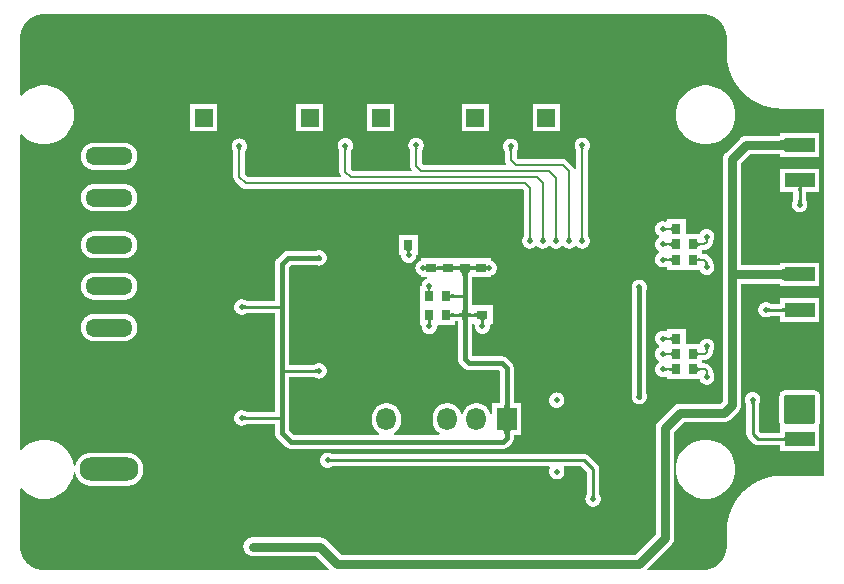
<source format=gbl>
G04*
G04 #@! TF.GenerationSoftware,Altium Limited,Altium Designer,19.0.15 (446)*
G04*
G04 Layer_Physical_Order=2*
G04 Layer_Color=16711680*
%FSTAX24Y24*%
%MOIN*%
G70*
G01*
G75*
%ADD15C,0.0100*%
%ADD20R,0.0984X0.0472*%
%ADD22R,0.0354X0.0315*%
%ADD25R,0.0315X0.0354*%
%ADD59C,0.0591*%
%ADD62C,0.0080*%
%ADD63C,0.0150*%
%ADD64C,0.0060*%
%ADD67R,0.0591X0.0591*%
%ADD68O,0.1969X0.0787*%
%ADD69O,0.1575X0.0591*%
%ADD70O,0.0650X0.0750*%
%ADD71R,0.0650X0.0750*%
%ADD72C,0.0197*%
%ADD73C,0.0300*%
G36*
X037298Y029609D02*
X037314Y029608D01*
X03733Y029607D01*
X037346Y029606D01*
X037361Y029605D01*
X037377Y029603D01*
X037393Y029601D01*
X037408Y029599D01*
X037424Y029596D01*
X037439Y029593D01*
X037455Y02959D01*
X03747Y029587D01*
X037485Y029583D01*
X0375Y029579D01*
X037515Y029574D01*
X03753Y02957D01*
X037545Y029565D01*
X03756Y029559D01*
X037575Y029554D01*
X037589Y029548D01*
X037604Y029542D01*
X037618Y029535D01*
X037633Y029528D01*
X037647Y029521D01*
X037661Y029514D01*
X037674Y029507D01*
X037688Y029499D01*
X037702Y029491D01*
X037715Y029482D01*
X037728Y029474D01*
X037741Y029465D01*
X037754Y029456D01*
X037767Y029446D01*
X037779Y029437D01*
X037791Y029427D01*
X037803Y029417D01*
X037815Y029406D01*
X037827Y029396D01*
X037838Y029385D01*
X03785Y029374D01*
X037861Y029363D01*
X037871Y029351D01*
X037882Y02934D01*
X037892Y029328D01*
X037902Y029316D01*
X037912Y029303D01*
X037922Y029291D01*
X037931Y029278D01*
X03794Y029266D01*
X037949Y029253D01*
X037958Y029239D01*
X037966Y029226D01*
X037974Y029213D01*
X037982Y029199D01*
X03799Y029185D01*
X037997Y029171D01*
X038004Y029157D01*
X038011Y029143D01*
X038017Y029128D01*
X038023Y029114D01*
X038029Y029099D01*
X038035Y029085D01*
X03804Y02907D01*
X038045Y029055D01*
X03805Y02904D01*
X038054Y029025D01*
X038058Y02901D01*
X038062Y028994D01*
X038066Y028979D01*
X038069Y028963D01*
X038072Y028948D01*
X038075Y028933D01*
X038077Y028917D01*
X038079Y028901D01*
X038081Y028886D01*
X038082Y02887D01*
X038083Y028854D01*
X038084Y028839D01*
X038084Y028823D01*
X038084Y028808D01*
X038084Y028807D01*
Y028315D01*
X038084Y028315D01*
X038085Y028291D01*
X038085Y028267D01*
X038086Y028243D01*
X038087Y028219D01*
X038088Y028196D01*
X03809Y028172D01*
X038092Y028148D01*
X038094Y028124D01*
X038097Y0281D01*
X0381Y028077D01*
X038103Y028053D01*
X038107Y028029D01*
X03811Y028006D01*
X038114Y027982D01*
X038119Y027959D01*
X038124Y027935D01*
X038129Y027912D01*
X038134Y027889D01*
X03814Y027866D01*
X038146Y027842D01*
X038152Y027819D01*
X038158Y027796D01*
X038165Y027773D01*
X038172Y027751D01*
X03818Y027728D01*
X038187Y027705D01*
X038195Y027683D01*
X038204Y02766D01*
X038212Y027638D01*
X038221Y027616D01*
X03823Y027594D01*
X03824Y027572D01*
X038249Y02755D01*
X038259Y027528D01*
X03827Y027507D01*
X03828Y027485D01*
X038291Y027464D01*
X038302Y027443D01*
X038313Y027422D01*
X038325Y027401D01*
X038337Y02738D01*
X038349Y02736D01*
X038362Y027339D01*
X038374Y027319D01*
X038387Y027299D01*
X0384Y027279D01*
X038414Y027259D01*
X038428Y02724D01*
X038442Y02722D01*
X038456Y027201D01*
X03847Y027182D01*
X038485Y027163D01*
X0385Y027145D01*
X038515Y027126D01*
X038531Y027108D01*
X038546Y02709D01*
X038562Y027072D01*
X038578Y027054D01*
X038595Y027037D01*
X038611Y02702D01*
X038628Y027003D01*
X038645Y026986D01*
X038662Y026969D01*
X03868Y026953D01*
X038697Y026937D01*
X038715Y026921D01*
X038733Y026905D01*
X038751Y02689D01*
X03877Y026875D01*
X038788Y02686D01*
X038807Y026845D01*
X038826Y026831D01*
X038846Y026816D01*
X038865Y026802D01*
X038884Y026789D01*
X038904Y026775D01*
X038924Y026762D01*
X038944Y026749D01*
X038964Y026736D01*
X038985Y026724D01*
X039005Y026712D01*
X039026Y0267D01*
X039047Y026688D01*
X039068Y026677D01*
X039089Y026666D01*
X03911Y026655D01*
X039132Y026644D01*
X039153Y026634D01*
X039175Y026624D01*
X039197Y026615D01*
X039219Y026605D01*
X039241Y026596D01*
X039263Y026587D01*
X039286Y026579D01*
X039308Y02657D01*
X03933Y026562D01*
X039353Y026555D01*
X039376Y026547D01*
X039399Y02654D01*
X039422Y026533D01*
X039444Y026527D01*
X039468Y02652D01*
X039491Y026514D01*
X039514Y026509D01*
X039537Y026503D01*
X039561Y026498D01*
X039584Y026494D01*
X039607Y026489D01*
X039631Y026485D01*
X039655Y026481D01*
X039678Y026478D01*
X039702Y026475D01*
X039726Y026472D01*
X039749Y026469D01*
X039773Y026467D01*
X039797Y026465D01*
X039821Y026463D01*
X039845Y026462D01*
X039869Y026461D01*
X039892Y02646D01*
X039916Y026459D01*
X03994Y026459D01*
X03994Y026459D01*
X041332D01*
Y014226D01*
X03994D01*
X03994Y014226D01*
X039916Y014226D01*
X039892Y014225D01*
X039869Y014224D01*
X039845Y014223D01*
X039821Y014222D01*
X039797Y01422D01*
X039773Y014218D01*
X039749Y014216D01*
X039726Y014213D01*
X039702Y01421D01*
X039678Y014207D01*
X039655Y014204D01*
X039631Y0142D01*
X039607Y014196D01*
X039584Y014191D01*
X039561Y014187D01*
X039537Y014182D01*
X039514Y014176D01*
X039491Y014171D01*
X039468Y014165D01*
X039444Y014158D01*
X039422Y014152D01*
X039399Y014145D01*
X039376Y014138D01*
X039353Y014131D01*
X03933Y014123D01*
X039308Y014115D01*
X039286Y014107D01*
X039263Y014098D01*
X039241Y014089D01*
X039219Y01408D01*
X039197Y014071D01*
X039175Y014061D01*
X039153Y014051D01*
X039132Y014041D01*
X03911Y01403D01*
X039089Y014019D01*
X039068Y014008D01*
X039047Y013997D01*
X039026Y013985D01*
X039005Y013973D01*
X038985Y013961D01*
X038964Y013949D01*
X038944Y013936D01*
X038924Y013923D01*
X038904Y01391D01*
X038884Y013896D01*
X038865Y013883D01*
X038846Y013869D01*
X038826Y013854D01*
X038807Y01384D01*
X038788Y013825D01*
X03877Y01381D01*
X038751Y013795D01*
X038733Y01378D01*
X038715Y013764D01*
X038697Y013748D01*
X03868Y013732D01*
X038662Y013716D01*
X038645Y013699D01*
X038628Y013682D01*
X038611Y013665D01*
X038595Y013648D01*
X038578Y013631D01*
X038562Y013613D01*
X038546Y013595D01*
X038531Y013577D01*
X038515Y013559D01*
X0385Y01354D01*
X038485Y013522D01*
X03847Y013503D01*
X038456Y013484D01*
X038442Y013465D01*
X038428Y013445D01*
X038414Y013426D01*
X0384Y013406D01*
X038387Y013386D01*
X038374Y013366D01*
X038362Y013346D01*
X038349Y013325D01*
X038337Y013305D01*
X038325Y013284D01*
X038313Y013263D01*
X038302Y013242D01*
X038291Y013221D01*
X03828Y0132D01*
X03827Y013178D01*
X038259Y013157D01*
X038249Y013135D01*
X03824Y013113D01*
X03823Y013091D01*
X038221Y013069D01*
X038212Y013047D01*
X038204Y013025D01*
X038195Y013002D01*
X038187Y01298D01*
X03818Y012957D01*
X038172Y012934D01*
X038165Y012912D01*
X038158Y012889D01*
X038152Y012866D01*
X038146Y012843D01*
X03814Y01282D01*
X038134Y012796D01*
X038129Y012773D01*
X038124Y01275D01*
X038119Y012726D01*
X038114Y012703D01*
X03811Y012679D01*
X038107Y012656D01*
X038103Y012632D01*
X0381Y012608D01*
X038097Y012585D01*
X038094Y012561D01*
X038092Y012537D01*
X03809Y012513D01*
X038088Y012489D01*
X038087Y012466D01*
X038086Y012442D01*
X038085Y012418D01*
X038085Y012394D01*
X038084Y01237D01*
X038084Y01237D01*
Y011878D01*
X038084Y011877D01*
X038084Y011862D01*
X038084Y011846D01*
X038083Y011831D01*
X038082Y011815D01*
X038081Y011799D01*
X038079Y011784D01*
X038077Y011768D01*
X038075Y011753D01*
X038072Y011737D01*
X038069Y011722D01*
X038066Y011706D01*
X038062Y011691D01*
X038058Y011676D01*
X038054Y01166D01*
X03805Y011645D01*
X038045Y01163D01*
X03804Y011615D01*
X038035Y0116D01*
X038029Y011586D01*
X038023Y011571D01*
X038017Y011557D01*
X038011Y011542D01*
X038004Y011528D01*
X037997Y011514D01*
X03799Y0115D01*
X037982Y011486D01*
X037974Y011473D01*
X037966Y011459D01*
X037958Y011446D01*
X037949Y011433D01*
X03794Y01142D01*
X037931Y011407D01*
X037922Y011394D01*
X037912Y011382D01*
X037902Y011369D01*
X037892Y011357D01*
X037882Y011345D01*
X037871Y011334D01*
X037861Y011322D01*
X03785Y011311D01*
X037838Y0113D01*
X037827Y011289D01*
X037815Y011279D01*
X037803Y011268D01*
X037791Y011258D01*
X037779Y011248D01*
X037767Y011239D01*
X037754Y011229D01*
X037741Y01122D01*
X037728Y011211D01*
X037715Y011203D01*
X037702Y011194D01*
X037688Y011186D01*
X037674Y011178D01*
X037661Y011171D01*
X037647Y011164D01*
X037633Y011157D01*
X037618Y01115D01*
X037604Y011143D01*
X037589Y011137D01*
X037575Y011131D01*
X03756Y011126D01*
X037545Y01112D01*
X03753Y011115D01*
X037515Y011111D01*
X0375Y011106D01*
X037485Y011102D01*
X03747Y011098D01*
X037455Y011095D01*
X037439Y011092D01*
X037424Y011089D01*
X037408Y011086D01*
X037393Y011084D01*
X037377Y011082D01*
X037361Y01108D01*
X037346Y011079D01*
X03733Y011078D01*
X037314Y011077D01*
X037298Y011076D01*
X037284Y011076D01*
X037283Y011076D01*
X035458D01*
X035438Y011122D01*
X03624Y011924D01*
X036247Y011931D01*
X036254Y011938D01*
X03626Y011946D01*
X036266Y011953D01*
X036272Y011961D01*
X036277Y011969D01*
X036282Y011977D01*
X036288Y011985D01*
X036292Y011994D01*
X036297Y012002D01*
X036301Y012011D01*
X036305Y01202D01*
X036309Y012029D01*
X036312Y012038D01*
X036315Y012047D01*
X036318Y012056D01*
X036321Y012065D01*
X036323Y012075D01*
X036325Y012084D01*
X036327Y012094D01*
X036328Y012103D01*
X036329Y012113D01*
X03633Y012122D01*
X03633Y012132D01*
X03633Y012142D01*
Y015679D01*
X036662Y016011D01*
X037994D01*
X038004Y016012D01*
X038014Y016012D01*
X038023Y016013D01*
X038033Y016014D01*
X038043Y016015D01*
X038052Y016017D01*
X038061Y016019D01*
X038071Y016021D01*
X03808Y016024D01*
X038089Y016026D01*
X038099Y01603D01*
X038108Y016033D01*
X038117Y016037D01*
X038125Y016041D01*
X038134Y016045D01*
X038143Y016049D01*
X038151Y016054D01*
X038159Y016059D01*
X038167Y016065D01*
X038175Y01607D01*
X038183Y016076D01*
X03819Y016082D01*
X038198Y016088D01*
X038205Y016095D01*
X038212Y016101D01*
X03848Y01637D01*
X038487Y016377D01*
X038494Y016384D01*
X0385Y016391D01*
X038506Y016399D01*
X038512Y016407D01*
X038517Y016415D01*
X038523Y016423D01*
X038528Y016431D01*
X038532Y016439D01*
X038537Y016448D01*
X038541Y016457D01*
X038545Y016465D01*
X038549Y016474D01*
X038552Y016483D01*
X038555Y016492D01*
X038558Y016502D01*
X038561Y016511D01*
X038563Y01652D01*
X038565Y01653D01*
X038567Y016539D01*
X038568Y016549D01*
X038569Y016559D01*
X03857Y016568D01*
X03857Y016578D01*
X038571Y016587D01*
Y020626D01*
X039727D01*
X039828Y020622D01*
X039864Y020619D01*
X039871Y020618D01*
Y020539D01*
X04117D01*
Y021327D01*
X039871D01*
Y021248D01*
X039865Y021247D01*
X03978Y021241D01*
X039729Y021241D01*
X038571D01*
Y024636D01*
X038871Y024937D01*
X039727D01*
X039828Y024933D01*
X039864Y02493D01*
X039871Y024929D01*
Y02485D01*
X04117D01*
Y025638D01*
X039871D01*
Y025559D01*
X039865Y025558D01*
X03978Y025552D01*
X039729Y025552D01*
X038743D01*
X038734Y025551D01*
X038724Y025551D01*
X038714Y02555D01*
X038705Y025549D01*
X038695Y025548D01*
X038686Y025546D01*
X038676Y025544D01*
X038667Y025542D01*
X038658Y025539D01*
X038648Y025537D01*
X038639Y025533D01*
X03863Y02553D01*
X038621Y025526D01*
X038612Y025522D01*
X038604Y025518D01*
X038595Y025514D01*
X038587Y025509D01*
X038579Y025504D01*
X03857Y025498D01*
X038563Y025493D01*
X038555Y025487D01*
X038547Y025481D01*
X03854Y025475D01*
X038533Y025468D01*
X038526Y025462D01*
X038046Y024981D01*
X038039Y024974D01*
X038032Y024967D01*
X038026Y02496D01*
X03802Y024952D01*
X038014Y024945D01*
X038009Y024937D01*
X038003Y024929D01*
X037998Y02492D01*
X037994Y024912D01*
X037989Y024903D01*
X037985Y024895D01*
X037981Y024886D01*
X037977Y024877D01*
X037974Y024868D01*
X037971Y024859D01*
X037968Y02485D01*
X037965Y02484D01*
X037963Y024831D01*
X037961Y024821D01*
X037959Y024812D01*
X037958Y024802D01*
X037957Y024793D01*
X037956Y024783D01*
X037956Y024773D01*
X037955Y024764D01*
Y016715D01*
X037867Y016626D01*
X036535D01*
X036525Y016626D01*
X036516Y016626D01*
X036506Y016625D01*
X036497Y016624D01*
X036487Y016623D01*
X036477Y016621D01*
X036468Y016619D01*
X036459Y016617D01*
X036449Y016614D01*
X03644Y016611D01*
X036431Y016608D01*
X036422Y016605D01*
X036413Y016601D01*
X036404Y016597D01*
X036395Y016593D01*
X036387Y016588D01*
X036379Y016584D01*
X03637Y016579D01*
X036362Y016573D01*
X036354Y016568D01*
X036347Y016562D01*
X036339Y016556D01*
X036332Y01655D01*
X036325Y016543D01*
X036318Y016536D01*
X035805Y016024D01*
X035799Y016017D01*
X035792Y01601D01*
X035786Y016003D01*
X03578Y015995D01*
X035774Y015987D01*
X035768Y01598D01*
X035763Y015971D01*
X035758Y015963D01*
X035753Y015955D01*
X035749Y015946D01*
X035745Y015938D01*
X035741Y015929D01*
X035737Y01592D01*
X035733Y015911D01*
X03573Y015902D01*
X035728Y015892D01*
X035725Y015883D01*
X035723Y015874D01*
X035721Y015864D01*
X035719Y015855D01*
X035718Y015845D01*
X035717Y015836D01*
X035716Y015826D01*
X035715Y015816D01*
X035715Y015807D01*
Y012269D01*
X035033Y011587D01*
X025237D01*
X024748Y012076D01*
X024741Y012082D01*
X024734Y012089D01*
X024727Y012095D01*
X024719Y012101D01*
X024711Y012107D01*
X024704Y012113D01*
X024695Y012118D01*
X024687Y012123D01*
X024679Y012128D01*
X02467Y012132D01*
X024662Y012137D01*
X024653Y01214D01*
X024644Y012144D01*
X024635Y012148D01*
X024626Y012151D01*
X024616Y012154D01*
X024607Y012156D01*
X024598Y012158D01*
X024588Y01216D01*
X024579Y012162D01*
X024569Y012163D01*
X02456Y012164D01*
X02455Y012165D01*
X02454Y012166D01*
X024531Y012166D01*
X022283D01*
X022273Y012166D01*
X022263Y012165D01*
X022254Y012164D01*
X022244Y012163D01*
X022235Y012162D01*
X022225Y01216D01*
X022216Y012158D01*
X022206Y012156D01*
X022197Y012154D01*
X022188Y012151D01*
X022179Y012148D01*
X022169Y012144D01*
X022161Y01214D01*
X022152Y012137D01*
X022143Y012132D01*
X022135Y012128D01*
X022126Y012123D01*
X022118Y012118D01*
X02211Y012113D01*
X022102Y012107D01*
X022094Y012101D01*
X022087Y012095D01*
X022079Y012089D01*
X022072Y012082D01*
X022065Y012076D01*
X022059Y012069D01*
X022052Y012062D01*
X022046Y012054D01*
X02204Y012047D01*
X022034Y012039D01*
X022028Y012031D01*
X022023Y012023D01*
X022018Y012015D01*
X022013Y012006D01*
X022009Y011998D01*
X022004Y011989D01*
X022Y01198D01*
X021997Y011971D01*
X021993Y011962D01*
X02199Y011953D01*
X021987Y011944D01*
X021985Y011935D01*
X021983Y011925D01*
X021981Y011916D01*
X021979Y011906D01*
X021978Y011897D01*
X021977Y011887D01*
X021976Y011878D01*
X021975Y011868D01*
X021975Y011858D01*
X021975Y011849D01*
X021976Y011839D01*
X021977Y011829D01*
X021978Y01182D01*
X021979Y01181D01*
X021981Y011801D01*
X021983Y011791D01*
X021985Y011782D01*
X021987Y011772D01*
X02199Y011763D01*
X021993Y011754D01*
X021997Y011745D01*
X022Y011736D01*
X022004Y011727D01*
X022009Y011719D01*
X022013Y01171D01*
X022018Y011702D01*
X022023Y011693D01*
X022028Y011685D01*
X022034Y011678D01*
X02204Y01167D01*
X022046Y011662D01*
X022052Y011655D01*
X022059Y011648D01*
X022065Y011641D01*
X022072Y011634D01*
X022079Y011628D01*
X022087Y011621D01*
X022094Y011615D01*
X022102Y011609D01*
X02211Y011604D01*
X022118Y011599D01*
X022126Y011594D01*
X022135Y011589D01*
X022143Y011584D01*
X022152Y01158D01*
X022161Y011576D01*
X022169Y011572D01*
X022179Y011569D01*
X022188Y011566D01*
X022197Y011563D01*
X022206Y01156D01*
X022216Y011558D01*
X022225Y011556D01*
X022235Y011555D01*
X022244Y011553D01*
X022254Y011552D01*
X022263Y011551D01*
X022273Y011551D01*
X022283Y011551D01*
X024403D01*
X024832Y011122D01*
X024813Y011076D01*
X015334Y011076D01*
X015333Y011076D01*
X015318Y011076D01*
X015302Y011077D01*
X015287Y011078D01*
X015271Y011079D01*
X015255Y01108D01*
X01524Y011082D01*
X015224Y011084D01*
X015208Y011086D01*
X015193Y011089D01*
X015177Y011092D01*
X015162Y011095D01*
X015147Y011098D01*
X015131Y011102D01*
X015116Y011106D01*
X015101Y011111D01*
X015086Y011115D01*
X015071Y01112D01*
X015056Y011126D01*
X015042Y011131D01*
X015027Y011137D01*
X015013Y011143D01*
X014998Y01115D01*
X014984Y011157D01*
X01497Y011164D01*
X014956Y011171D01*
X014942Y011178D01*
X014928Y011186D01*
X014915Y011194D01*
X014902Y011203D01*
X014888Y011211D01*
X014875Y01122D01*
X014863Y011229D01*
X01485Y011239D01*
X014837Y011248D01*
X014825Y011258D01*
X014813Y011268D01*
X014801Y011279D01*
X01479Y011289D01*
X014778Y0113D01*
X014767Y011311D01*
X014756Y011322D01*
X014745Y011334D01*
X014735Y011345D01*
X014724Y011357D01*
X014714Y011369D01*
X014704Y011382D01*
X014695Y011394D01*
X014685Y011407D01*
X014676Y01142D01*
X014667Y011433D01*
X014659Y011446D01*
X01465Y011459D01*
X014642Y011473D01*
X014634Y011486D01*
X014627Y0115D01*
X014619Y011514D01*
X014612Y011528D01*
X014606Y011542D01*
X014599Y011557D01*
X014593Y011571D01*
X014587Y011586D01*
X014582Y0116D01*
X014576Y011615D01*
X014571Y01163D01*
X014567Y011645D01*
X014562Y01166D01*
X014558Y011676D01*
X014554Y011691D01*
X014551Y011706D01*
X014547Y011722D01*
X014545Y011737D01*
X014542Y011753D01*
X01454Y011768D01*
X014538Y011784D01*
X014536Y011799D01*
X014535Y011815D01*
X014534Y011829D01*
X014532Y011878D01*
X014532Y011927D01*
X014532Y011927D01*
Y013779D01*
X014582Y013797D01*
X014706Y013672D01*
X014868Y013565D01*
X015047Y013491D01*
X015237Y013453D01*
X015431D01*
X015621Y013491D01*
X0158Y013565D01*
X015961Y013672D01*
X016098Y01381D01*
X016206Y013971D01*
X01628Y01415D01*
X016318Y01434D01*
X016367Y014337D01*
X016367Y014336D01*
X016369Y014323D01*
X016372Y014311D01*
X016375Y014298D01*
X016378Y014286D01*
X016382Y014274D01*
X016386Y014262D01*
X01639Y01425D01*
X016395Y014238D01*
X016399Y014226D01*
X016404Y014214D01*
X01641Y014203D01*
X016415Y014191D01*
X016421Y01418D01*
X016427Y014169D01*
X016433Y014158D01*
X01644Y014147D01*
X016447Y014136D01*
X016454Y014125D01*
X016461Y014115D01*
X016469Y014105D01*
X016477Y014095D01*
X016485Y014085D01*
X016493Y014075D01*
X016501Y014066D01*
X01651Y014056D01*
X016519Y014047D01*
X016528Y014038D01*
X016537Y01403D01*
X016547Y014021D01*
X016557Y014013D01*
X016566Y014005D01*
X016576Y013997D01*
X016587Y01399D01*
X016597Y013982D01*
X016608Y013975D01*
X016618Y013968D01*
X016629Y013962D01*
X01664Y013955D01*
X016652Y013949D01*
X016663Y013944D01*
X016674Y013938D01*
X016686Y013933D01*
X016698Y013928D01*
X01671Y013923D01*
X016721Y013919D01*
X016733Y013914D01*
X016746Y01391D01*
X016758Y013907D01*
X01677Y013903D01*
X016782Y0139D01*
X016795Y013898D01*
X016807Y013895D01*
X01682Y013893D01*
X016833Y013891D01*
X016845Y013889D01*
X016858Y013888D01*
X01687Y013887D01*
X016883Y013886D01*
X016896Y013886D01*
X016909Y013886D01*
X01809D01*
X018103Y013886D01*
X018115Y013886D01*
X018128Y013887D01*
X018141Y013888D01*
X018153Y013889D01*
X018166Y013891D01*
X018179Y013893D01*
X018191Y013895D01*
X018204Y013898D01*
X018216Y0139D01*
X018228Y013903D01*
X018241Y013907D01*
X018253Y01391D01*
X018265Y013914D01*
X018277Y013919D01*
X018289Y013923D01*
X018301Y013928D01*
X018312Y013933D01*
X018324Y013938D01*
X018335Y013944D01*
X018347Y013949D01*
X018358Y013955D01*
X018369Y013962D01*
X01838Y013968D01*
X018391Y013975D01*
X018401Y013982D01*
X018412Y01399D01*
X018422Y013997D01*
X018432Y014005D01*
X018442Y014013D01*
X018452Y014021D01*
X018461Y01403D01*
X01847Y014038D01*
X01848Y014047D01*
X018488Y014056D01*
X018497Y014066D01*
X018506Y014075D01*
X018514Y014085D01*
X018522Y014095D01*
X01853Y014105D01*
X018537Y014115D01*
X018545Y014125D01*
X018552Y014136D01*
X018558Y014147D01*
X018565Y014158D01*
X018571Y014169D01*
X018577Y01418D01*
X018583Y014191D01*
X018589Y014203D01*
X018594Y014214D01*
X018599Y014226D01*
X018604Y014238D01*
X018608Y01425D01*
X018612Y014262D01*
X018616Y014274D01*
X01862Y014286D01*
X018623Y014298D01*
X018626Y014311D01*
X018629Y014323D01*
X018632Y014336D01*
X018634Y014348D01*
X018636Y014361D01*
X018637Y014373D01*
X018639Y014386D01*
X01864Y014399D01*
X01864Y014412D01*
X018641Y014424D01*
X018641Y014437D01*
X018641Y01445D01*
X01864Y014462D01*
X01864Y014475D01*
X018639Y014488D01*
X018637Y014501D01*
X018636Y014513D01*
X018634Y014526D01*
X018632Y014538D01*
X018629Y014551D01*
X018626Y014563D01*
X018623Y014576D01*
X01862Y014588D01*
X018616Y0146D01*
X018612Y014612D01*
X018608Y014624D01*
X018604Y014636D01*
X018599Y014648D01*
X018594Y01466D01*
X018589Y014671D01*
X018583Y014683D01*
X018577Y014694D01*
X018571Y014705D01*
X018565Y014716D01*
X018558Y014727D01*
X018552Y014738D01*
X018545Y014749D01*
X018537Y014759D01*
X01853Y014769D01*
X018522Y014779D01*
X018514Y014789D01*
X018506Y014799D01*
X018497Y014808D01*
X018488Y014818D01*
X01848Y014827D01*
X01847Y014836D01*
X018461Y014844D01*
X018452Y014853D01*
X018442Y014861D01*
X018432Y014869D01*
X018422Y014877D01*
X018412Y014884D01*
X018401Y014892D01*
X018391Y014899D01*
X01838Y014906D01*
X018369Y014912D01*
X018358Y014919D01*
X018347Y014925D01*
X018335Y01493D01*
X018324Y014936D01*
X018312Y014941D01*
X018301Y014946D01*
X018289Y014951D01*
X018277Y014955D01*
X018265Y01496D01*
X018253Y014964D01*
X018241Y014967D01*
X018228Y014971D01*
X018216Y014974D01*
X018204Y014976D01*
X018191Y014979D01*
X018179Y014981D01*
X018166Y014983D01*
X018153Y014985D01*
X018141Y014986D01*
X018128Y014987D01*
X018115Y014988D01*
X018103Y014988D01*
X01809Y014988D01*
X016909D01*
X016896Y014988D01*
X016883Y014988D01*
X01687Y014987D01*
X016858Y014986D01*
X016845Y014985D01*
X016833Y014983D01*
X01682Y014981D01*
X016807Y014979D01*
X016795Y014976D01*
X016782Y014974D01*
X01677Y014971D01*
X016758Y014967D01*
X016746Y014964D01*
X016733Y01496D01*
X016721Y014955D01*
X01671Y014951D01*
X016698Y014946D01*
X016686Y014941D01*
X016674Y014936D01*
X016663Y01493D01*
X016652Y014925D01*
X01664Y014919D01*
X016629Y014912D01*
X016618Y014906D01*
X016608Y014899D01*
X016597Y014892D01*
X016587Y014884D01*
X016576Y014877D01*
X016566Y014869D01*
X016557Y014861D01*
X016547Y014853D01*
X016537Y014844D01*
X016528Y014836D01*
X016519Y014827D01*
X01651Y014818D01*
X016501Y014808D01*
X016493Y014799D01*
X016485Y014789D01*
X016477Y014779D01*
X016469Y014769D01*
X016461Y014759D01*
X016454Y014749D01*
X016447Y014738D01*
X01644Y014727D01*
X016433Y014716D01*
X016427Y014705D01*
X016421Y014694D01*
X016415Y014683D01*
X01641Y014671D01*
X016404Y01466D01*
X016399Y014648D01*
X016395Y014636D01*
X01639Y014624D01*
X016386Y014612D01*
X016382Y0146D01*
X016378Y014588D01*
X016375Y014576D01*
X016372Y014563D01*
X016369Y014551D01*
X016367Y014538D01*
X016367Y014537D01*
X016318Y014534D01*
X01628Y014724D01*
X016206Y014903D01*
X016098Y015064D01*
X015961Y015202D01*
X0158Y015309D01*
X015621Y015383D01*
X015431Y015421D01*
X015237D01*
X015047Y015383D01*
X014868Y015309D01*
X014706Y015202D01*
X014582Y015077D01*
X014532Y015095D01*
X014532Y02559D01*
X014582Y025608D01*
X014706Y025484D01*
X014868Y025376D01*
X015047Y025302D01*
X015237Y025264D01*
X015431D01*
X015621Y025302D01*
X0158Y025376D01*
X015961Y025484D01*
X016098Y025621D01*
X016206Y025782D01*
X01628Y025961D01*
X016318Y026151D01*
Y026345D01*
X01628Y026535D01*
X016206Y026714D01*
X016098Y026875D01*
X015961Y027013D01*
X0158Y02712D01*
X015621Y027194D01*
X015431Y027232D01*
X015237D01*
X015047Y027194D01*
X014868Y02712D01*
X014706Y027013D01*
X014582Y026888D01*
X014532Y026906D01*
Y028807D01*
X014532Y028808D01*
X014532Y028823D01*
X014533Y028839D01*
X014533Y028854D01*
X014535Y02887D01*
X014536Y028886D01*
X014538Y028901D01*
X01454Y028917D01*
X014542Y028933D01*
X014545Y028948D01*
X014547Y028963D01*
X014551Y028979D01*
X014554Y028994D01*
X014558Y02901D01*
X014562Y029025D01*
X014567Y02904D01*
X014571Y029055D01*
X014576Y02907D01*
X014582Y029085D01*
X014587Y029099D01*
X014593Y029114D01*
X014599Y029128D01*
X014606Y029143D01*
X014612Y029157D01*
X014619Y029171D01*
X014627Y029185D01*
X014634Y029199D01*
X014642Y029213D01*
X01465Y029226D01*
X014659Y029239D01*
X014667Y029253D01*
X014676Y029266D01*
X014685Y029278D01*
X014695Y029291D01*
X014704Y029303D01*
X014714Y029316D01*
X014724Y029328D01*
X014735Y02934D01*
X014745Y029351D01*
X014756Y029363D01*
X014767Y029374D01*
X014778Y029385D01*
X01479Y029396D01*
X014801Y029406D01*
X014813Y029417D01*
X014825Y029427D01*
X014837Y029437D01*
X01485Y029446D01*
X014863Y029456D01*
X014875Y029465D01*
X014888Y029474D01*
X014902Y029482D01*
X014915Y029491D01*
X014928Y029499D01*
X014942Y029507D01*
X014956Y029514D01*
X01497Y029521D01*
X014984Y029528D01*
X014998Y029535D01*
X015013Y029542D01*
X015027Y029548D01*
X015042Y029554D01*
X015056Y029559D01*
X015071Y029565D01*
X015086Y02957D01*
X015101Y029574D01*
X015116Y029579D01*
X015131Y029583D01*
X015147Y029587D01*
X015162Y02959D01*
X015177Y029593D01*
X015193Y029596D01*
X015208Y029599D01*
X015224Y029601D01*
X01524Y029603D01*
X015255Y029605D01*
X015271Y029606D01*
X015284Y029607D01*
X015334Y029609D01*
X015383Y029609D01*
X037283Y029609D01*
X037284Y029609D01*
X037298Y029609D01*
D02*
G37*
G36*
X04003Y025009D02*
X040027Y025025D01*
X040018Y02504D01*
X040003Y025052D01*
X039982Y025063D01*
X039955Y025073D01*
X039922Y02508D01*
X039883Y025086D01*
X039838Y025091D01*
X03973Y025094D01*
Y025394D01*
X039787Y025395D01*
X039883Y025402D01*
X039922Y025408D01*
X039955Y025415D01*
X039982Y025425D01*
X040003Y025436D01*
X040018Y025449D01*
X040027Y025463D01*
X04003Y025479D01*
Y025009D01*
D02*
G37*
G36*
Y020698D02*
X040027Y020714D01*
X040018Y020729D01*
X040003Y020741D01*
X039982Y020752D01*
X039955Y020762D01*
X039922Y020769D01*
X039883Y020775D01*
X039838Y02078D01*
X03973Y020783D01*
Y021083D01*
X039787Y021084D01*
X039883Y021091D01*
X039922Y021097D01*
X039955Y021104D01*
X039982Y021114D01*
X040003Y021125D01*
X040018Y021137D01*
X040027Y021152D01*
X04003Y021168D01*
Y020698D01*
D02*
G37*
%LPC*%
G36*
X032519Y02661D02*
X031613D01*
Y025705D01*
X032519D01*
Y02661D01*
D02*
G37*
G36*
X030157D02*
X029251D01*
Y025705D01*
X030157D01*
Y02661D01*
D02*
G37*
G36*
X027007D02*
X026102D01*
Y025705D01*
X027007D01*
Y02661D01*
D02*
G37*
G36*
X024645D02*
X023739D01*
Y025705D01*
X024645D01*
Y02661D01*
D02*
G37*
G36*
X021102D02*
X020196D01*
Y025705D01*
X021102D01*
Y02661D01*
D02*
G37*
G36*
X037478Y027232D02*
X037284D01*
X037094Y027194D01*
X036915Y02712D01*
X036754Y027013D01*
X036617Y026875D01*
X036509Y026714D01*
X036435Y026535D01*
X036397Y026345D01*
Y026151D01*
X036435Y025961D01*
X036509Y025782D01*
X036617Y025621D01*
X036754Y025484D01*
X036915Y025376D01*
X037094Y025302D01*
X037284Y025264D01*
X037478D01*
X037668Y025302D01*
X037847Y025376D01*
X038009Y025484D01*
X038146Y025621D01*
X038253Y025782D01*
X038328Y025961D01*
X038365Y026151D01*
Y026345D01*
X038328Y026535D01*
X038253Y026714D01*
X038146Y026875D01*
X038009Y027013D01*
X037847Y02712D01*
X037668Y027194D01*
X037478Y027232D01*
D02*
G37*
G36*
X033271Y025488D02*
X033262Y025488D01*
X033253Y025488D01*
X033245Y025487D01*
X033236Y025486D01*
X033227Y025484D01*
X033219Y025483D01*
X03321Y025481D01*
X033202Y025479D01*
X033193Y025476D01*
X033185Y025473D01*
X033177Y02547D01*
X033169Y025467D01*
X033161Y025463D01*
X033153Y02546D01*
X033145Y025455D01*
X033138Y025451D01*
X03313Y025446D01*
X033123Y025441D01*
X033116Y025436D01*
X033109Y025431D01*
X033103Y025425D01*
X033096Y025419D01*
X03309Y025413D01*
X033084Y025407D01*
X033078Y0254D01*
X033072Y025394D01*
X033067Y025387D01*
X033062Y02538D01*
X033057Y025373D01*
X033052Y025365D01*
X033048Y025358D01*
X033044Y02535D01*
X03304Y025342D01*
X033036Y025334D01*
X033033Y025326D01*
X03303Y025318D01*
X033027Y02531D01*
X033024Y025301D01*
X033022Y025293D01*
X03302Y025284D01*
X033019Y025276D01*
X033017Y025267D01*
X033016Y025258D01*
X033016Y02525D01*
X033015Y025241D01*
X033015Y025232D01*
X033015Y025224D01*
X033016Y025215D01*
X033016Y025206D01*
X033017Y025197D01*
X033019Y025189D01*
X03302Y02518D01*
X033022Y025172D01*
X033024Y025163D01*
X033027Y025155D01*
X03303Y025147D01*
X033033Y025138D01*
X033036Y02513D01*
X03304Y025122D01*
X033044Y025115D01*
X033048Y025107D01*
X033052Y025099D01*
X033057Y025092D01*
X033062Y025085D01*
X033067Y025078D01*
X033069Y025074D01*
Y024431D01*
X033021Y024419D01*
X033019Y024426D01*
X033016Y024434D01*
X033013Y024441D01*
X03301Y024448D01*
X033007Y024455D01*
X033003Y024462D01*
X032999Y024468D01*
X032995Y024475D01*
X032991Y024481D01*
X032986Y024487D01*
X032981Y024493D01*
X032976Y024499D01*
X032971Y024505D01*
X032761Y024714D01*
X032755Y02472D01*
X03275Y024725D01*
X032744Y02473D01*
X032737Y024735D01*
X032731Y024739D01*
X032724Y024743D01*
X032718Y024747D01*
X032711Y024751D01*
X032704Y024754D01*
X032697Y024757D01*
X03269Y02476D01*
X032682Y024763D01*
X032675Y024765D01*
X032667Y024767D01*
X03266Y024769D01*
X032652Y02477D01*
X032644Y024771D01*
X032637Y024772D01*
X032629Y024772D01*
X032621Y024772D01*
X031132D01*
X031083Y024822D01*
Y025042D01*
X031084Y025043D01*
X031089Y02505D01*
X031094Y025057D01*
X031099Y025064D01*
X031104Y025072D01*
X031108Y025079D01*
X031112Y025087D01*
X031116Y025095D01*
X03112Y025103D01*
X031123Y025111D01*
X031126Y025119D01*
X031129Y025127D01*
X031131Y025136D01*
X031134Y025144D01*
X031136Y025153D01*
X031137Y025161D01*
X031139Y02517D01*
X03114Y025179D01*
X03114Y025187D01*
X031141Y025196D01*
X031141Y025205D01*
X031141Y025213D01*
X03114Y025222D01*
X03114Y025231D01*
X031139Y02524D01*
X031137Y025248D01*
X031136Y025257D01*
X031134Y025265D01*
X031131Y025274D01*
X031129Y025282D01*
X031126Y02529D01*
X031123Y025299D01*
X03112Y025307D01*
X031116Y025315D01*
X031112Y025322D01*
X031108Y02533D01*
X031104Y025338D01*
X031099Y025345D01*
X031094Y025352D01*
X031089Y025359D01*
X031084Y025366D01*
X031078Y025373D01*
X031072Y025379D01*
X031066Y025386D01*
X03106Y025392D01*
X031053Y025398D01*
X031047Y025403D01*
X03104Y025409D01*
X031033Y025414D01*
X031025Y025419D01*
X031018Y025423D01*
X03101Y025428D01*
X031003Y025432D01*
X030995Y025436D01*
X030987Y025439D01*
X030979Y025443D01*
X030971Y025446D01*
X030962Y025449D01*
X030954Y025451D01*
X030946Y025453D01*
X030937Y025455D01*
X030929Y025457D01*
X03092Y025458D01*
X030911Y025459D01*
X030903Y02546D01*
X030894Y025461D01*
X030885Y025461D01*
X030876Y025461D01*
X030868Y02546D01*
X030859Y025459D01*
X03085Y025458D01*
X030842Y025457D01*
X030833Y025455D01*
X030824Y025453D01*
X030816Y025451D01*
X030808Y025449D01*
X030799Y025446D01*
X030791Y025443D01*
X030783Y025439D01*
X030775Y025436D01*
X030767Y025432D01*
X03076Y025428D01*
X030752Y025423D01*
X030745Y025419D01*
X030737Y025414D01*
X03073Y025409D01*
X030724Y025403D01*
X030717Y025398D01*
X03071Y025392D01*
X030704Y025386D01*
X030698Y025379D01*
X030692Y025373D01*
X030687Y025366D01*
X030681Y025359D01*
X030676Y025352D01*
X030671Y025345D01*
X030666Y025338D01*
X030662Y02533D01*
X030658Y025322D01*
X030654Y025315D01*
X03065Y025307D01*
X030647Y025299D01*
X030644Y02529D01*
X030641Y025282D01*
X030639Y025274D01*
X030636Y025265D01*
X030634Y025257D01*
X030633Y025248D01*
X030631Y02524D01*
X03063Y025231D01*
X03063Y025222D01*
X030629Y025213D01*
X030629Y025205D01*
X030629Y025196D01*
X03063Y025187D01*
X03063Y025179D01*
X030631Y02517D01*
X030633Y025161D01*
X030634Y025153D01*
X030636Y025144D01*
X030639Y025136D01*
X030641Y025127D01*
X030644Y025119D01*
X030647Y025111D01*
X03065Y025103D01*
X030654Y025095D01*
X030658Y025087D01*
X030662Y025079D01*
X030666Y025072D01*
X030671Y025064D01*
X030676Y025057D01*
X030681Y02505D01*
X030687Y025043D01*
X030688Y025042D01*
Y02474D01*
X030688Y024732D01*
X030688Y024725D01*
X030689Y024717D01*
X03069Y024709D01*
X030691Y024702D01*
X030693Y024694D01*
X030695Y024687D01*
X030697Y024679D01*
X0307Y024672D01*
X030703Y024665D01*
X030706Y024657D01*
X030709Y02465D01*
X030713Y024644D01*
X030717Y024637D01*
X030721Y02463D01*
X030725Y024624D01*
X030727Y024622D01*
X030723Y0246D01*
X03072Y024591D01*
X030709Y024576D01*
X030704Y024572D01*
X027987D01*
X027929Y024629D01*
Y02507D01*
X02793Y025071D01*
X027935Y025078D01*
X027941Y025085D01*
X027946Y025092D01*
X02795Y025099D01*
X027955Y025107D01*
X027959Y025115D01*
X027963Y025122D01*
X027966Y02513D01*
X02797Y025138D01*
X027973Y025147D01*
X027975Y025155D01*
X027978Y025163D01*
X02798Y025172D01*
X027982Y02518D01*
X027984Y025189D01*
X027985Y025197D01*
X027986Y025206D01*
X027987Y025215D01*
X027987Y025224D01*
X027987Y025232D01*
X027987Y025241D01*
X027987Y02525D01*
X027986Y025258D01*
X027985Y025267D01*
X027984Y025276D01*
X027982Y025284D01*
X02798Y025293D01*
X027978Y025301D01*
X027975Y02531D01*
X027973Y025318D01*
X02797Y025326D01*
X027966Y025334D01*
X027963Y025342D01*
X027959Y02535D01*
X027955Y025358D01*
X02795Y025365D01*
X027946Y025373D01*
X027941Y02538D01*
X027935Y025387D01*
X02793Y025394D01*
X027924Y0254D01*
X027919Y025407D01*
X027912Y025413D01*
X027906Y025419D01*
X0279Y025425D01*
X027893Y025431D01*
X027886Y025436D01*
X027879Y025441D01*
X027872Y025446D01*
X027864Y025451D01*
X027857Y025455D01*
X027849Y02546D01*
X027841Y025463D01*
X027833Y025467D01*
X027825Y02547D01*
X027817Y025473D01*
X027809Y025476D01*
X027801Y025479D01*
X027792Y025481D01*
X027784Y025483D01*
X027775Y025484D01*
X027766Y025486D01*
X027758Y025487D01*
X027749Y025488D01*
X02774Y025488D01*
X027731Y025488D01*
X027723Y025488D01*
X027714Y025488D01*
X027705Y025487D01*
X027697Y025486D01*
X027688Y025484D01*
X027679Y025483D01*
X027671Y025481D01*
X027662Y025479D01*
X027654Y025476D01*
X027646Y025473D01*
X027638Y02547D01*
X02763Y025467D01*
X027622Y025463D01*
X027614Y02546D01*
X027606Y025455D01*
X027599Y025451D01*
X027591Y025446D01*
X027584Y025441D01*
X027577Y025436D01*
X02757Y025431D01*
X027563Y025425D01*
X027557Y025419D01*
X027551Y025413D01*
X027544Y025407D01*
X027539Y0254D01*
X027533Y025394D01*
X027528Y025387D01*
X027522Y02538D01*
X027517Y025373D01*
X027513Y025365D01*
X027508Y025358D01*
X027504Y02535D01*
X0275Y025342D01*
X027497Y025334D01*
X027493Y025326D01*
X02749Y025318D01*
X027488Y02531D01*
X027485Y025301D01*
X027483Y025293D01*
X027481Y025284D01*
X027479Y025276D01*
X027478Y025267D01*
X027477Y025258D01*
X027476Y02525D01*
X027476Y025241D01*
X027476Y025232D01*
X027476Y025224D01*
X027476Y025215D01*
X027477Y025206D01*
X027478Y025197D01*
X027479Y025189D01*
X027481Y02518D01*
X027483Y025172D01*
X027485Y025163D01*
X027488Y025155D01*
X02749Y025147D01*
X027493Y025138D01*
X027497Y02513D01*
X0275Y025122D01*
X027504Y025115D01*
X027508Y025107D01*
X027513Y025099D01*
X027517Y025092D01*
X027522Y025085D01*
X027528Y025078D01*
X027533Y025071D01*
X027534Y02507D01*
Y024547D01*
X027534Y024539D01*
X027535Y024532D01*
X027535Y024524D01*
X027536Y024516D01*
X027538Y024509D01*
X027539Y024501D01*
X027541Y024494D01*
X027544Y024486D01*
X027546Y024479D01*
X027549Y024472D01*
X027552Y024465D01*
X027556Y024458D01*
X027559Y024451D01*
X027563Y024444D01*
X027567Y024438D01*
X027572Y024431D01*
X027576Y024425D01*
X027581Y024419D01*
X027583Y024417D01*
X02758Y024396D01*
X02757Y024367D01*
X025636D01*
X025571Y024432D01*
Y025058D01*
X025572Y025059D01*
X025577Y025066D01*
X025582Y025073D01*
X025587Y02508D01*
X025592Y025087D01*
X025596Y025095D01*
X0256Y025103D01*
X025604Y025111D01*
X025608Y025119D01*
X025611Y025127D01*
X025614Y025135D01*
X025617Y025143D01*
X02562Y025151D01*
X025622Y02516D01*
X025624Y025168D01*
X025625Y025177D01*
X025627Y025186D01*
X025628Y025194D01*
X025629Y025203D01*
X025629Y025212D01*
X025629Y02522D01*
X025629Y025229D01*
X025629Y025238D01*
X025628Y025247D01*
X025627Y025255D01*
X025625Y025264D01*
X025624Y025273D01*
X025622Y025281D01*
X02562Y02529D01*
X025617Y025298D01*
X025614Y025306D01*
X025611Y025314D01*
X025608Y025322D01*
X025604Y02533D01*
X0256Y025338D01*
X025596Y025346D01*
X025592Y025353D01*
X025587Y025361D01*
X025582Y025368D01*
X025577Y025375D01*
X025572Y025382D01*
X025566Y025389D01*
X02556Y025395D01*
X025554Y025401D01*
X025548Y025408D01*
X025541Y025413D01*
X025535Y025419D01*
X025528Y025424D01*
X025521Y02543D01*
X025514Y025434D01*
X025506Y025439D01*
X025499Y025444D01*
X025491Y025448D01*
X025483Y025452D01*
X025475Y025455D01*
X025467Y025459D01*
X025459Y025462D01*
X025451Y025464D01*
X025442Y025467D01*
X025434Y025469D01*
X025425Y025471D01*
X025417Y025473D01*
X025408Y025474D01*
X025399Y025475D01*
X025391Y025476D01*
X025382Y025476D01*
X025373Y025476D01*
X025364Y025476D01*
X025356Y025476D01*
X025347Y025475D01*
X025338Y025474D01*
X02533Y025473D01*
X025321Y025471D01*
X025313Y025469D01*
X025304Y025467D01*
X025296Y025464D01*
X025288Y025462D01*
X025279Y025459D01*
X025271Y025455D01*
X025263Y025452D01*
X025255Y025448D01*
X025248Y025444D01*
X02524Y025439D01*
X025233Y025434D01*
X025226Y02543D01*
X025219Y025424D01*
X025212Y025419D01*
X025205Y025413D01*
X025199Y025408D01*
X025192Y025401D01*
X025186Y025395D01*
X02518Y025389D01*
X025175Y025382D01*
X025169Y025375D01*
X025164Y025368D01*
X025159Y025361D01*
X025155Y025353D01*
X02515Y025346D01*
X025146Y025338D01*
X025142Y02533D01*
X025138Y025322D01*
X025135Y025314D01*
X025132Y025306D01*
X025129Y025298D01*
X025127Y02529D01*
X025125Y025281D01*
X025123Y025273D01*
X025121Y025264D01*
X02512Y025255D01*
X025119Y025247D01*
X025118Y025238D01*
X025117Y025229D01*
X025117Y02522D01*
X025117Y025212D01*
X025118Y025203D01*
X025119Y025194D01*
X02512Y025186D01*
X025121Y025177D01*
X025123Y025168D01*
X025125Y02516D01*
X025127Y025151D01*
X025129Y025143D01*
X025132Y025135D01*
X025135Y025127D01*
X025138Y025119D01*
X025142Y025111D01*
X025146Y025103D01*
X02515Y025095D01*
X025155Y025087D01*
X025159Y02508D01*
X025164Y025073D01*
X025169Y025066D01*
X025175Y025059D01*
X025176Y025058D01*
Y02435D01*
X025176Y024343D01*
X025176Y024335D01*
X025177Y024327D01*
X025178Y02432D01*
X02518Y024312D01*
X025181Y024304D01*
X025183Y024297D01*
X025185Y024289D01*
X025188Y024282D01*
X025191Y024275D01*
X025194Y024268D01*
X025197Y024261D01*
X025201Y024254D01*
X025205Y024247D01*
X025209Y024241D01*
X025213Y024234D01*
X025218Y024228D01*
X025223Y024222D01*
X025228Y024216D01*
X025228Y024216D01*
X025224Y024187D01*
X025215Y024166D01*
X022138D01*
X022035Y024269D01*
Y025046D01*
X022036Y025047D01*
X022042Y025054D01*
X022047Y025061D01*
X022052Y025068D01*
X022056Y025076D01*
X022061Y025083D01*
X022065Y025091D01*
X022069Y025099D01*
X022073Y025107D01*
X022076Y025115D01*
X022079Y025123D01*
X022082Y025131D01*
X022084Y02514D01*
X022086Y025148D01*
X022088Y025157D01*
X02209Y025165D01*
X022091Y025174D01*
X022092Y025182D01*
X022093Y025191D01*
X022094Y0252D01*
X022094Y025209D01*
X022094Y025217D01*
X022093Y025226D01*
X022092Y025235D01*
X022091Y025244D01*
X02209Y025252D01*
X022088Y025261D01*
X022086Y025269D01*
X022084Y025278D01*
X022082Y025286D01*
X022079Y025294D01*
X022076Y025303D01*
X022073Y025311D01*
X022069Y025319D01*
X022065Y025326D01*
X022061Y025334D01*
X022056Y025342D01*
X022052Y025349D01*
X022047Y025356D01*
X022042Y025363D01*
X022036Y02537D01*
X022031Y025377D01*
X022025Y025383D01*
X022019Y02539D01*
X022012Y025396D01*
X022006Y025402D01*
X021999Y025407D01*
X021992Y025413D01*
X021985Y025418D01*
X021978Y025423D01*
X021971Y025427D01*
X021963Y025432D01*
X021956Y025436D01*
X021948Y02544D01*
X02194Y025443D01*
X021932Y025447D01*
X021924Y02545D01*
X021915Y025453D01*
X021907Y025455D01*
X021898Y025457D01*
X02189Y025459D01*
X021881Y025461D01*
X021873Y025462D01*
X021864Y025463D01*
X021855Y025464D01*
X021847Y025464D01*
X021838Y025465D01*
X021829Y025464D01*
X02182Y025464D01*
X021812Y025463D01*
X021803Y025462D01*
X021794Y025461D01*
X021786Y025459D01*
X021777Y025457D01*
X021769Y025455D01*
X02176Y025453D01*
X021752Y02545D01*
X021744Y025447D01*
X021736Y025443D01*
X021728Y02544D01*
X02172Y025436D01*
X021712Y025432D01*
X021705Y025427D01*
X021697Y025423D01*
X02169Y025418D01*
X021683Y025413D01*
X021676Y025407D01*
X02167Y025402D01*
X021663Y025396D01*
X021657Y02539D01*
X021651Y025383D01*
X021645Y025377D01*
X021639Y02537D01*
X021634Y025363D01*
X021629Y025356D01*
X021624Y025349D01*
X021619Y025342D01*
X021615Y025334D01*
X021611Y025326D01*
X021607Y025319D01*
X021603Y025311D01*
X0216Y025303D01*
X021597Y025294D01*
X021594Y025286D01*
X021591Y025278D01*
X021589Y025269D01*
X021587Y025261D01*
X021586Y025252D01*
X021584Y025244D01*
X021583Y025235D01*
X021582Y025226D01*
X021582Y025217D01*
X021582Y025209D01*
X021582Y0252D01*
X021582Y025191D01*
X021583Y025182D01*
X021584Y025174D01*
X021586Y025165D01*
X021587Y025157D01*
X021589Y025148D01*
X021591Y02514D01*
X021594Y025131D01*
X021597Y025123D01*
X0216Y025115D01*
X021603Y025107D01*
X021607Y025099D01*
X021611Y025091D01*
X021615Y025083D01*
X021619Y025076D01*
X021624Y025068D01*
X021629Y025061D01*
X021634Y025054D01*
X021639Y025047D01*
X02164Y025046D01*
Y024187D01*
X02164Y024179D01*
X021641Y024172D01*
X021642Y024164D01*
X021643Y024156D01*
X021644Y024149D01*
X021646Y024141D01*
X021648Y024134D01*
X02165Y024126D01*
X021652Y024119D01*
X021655Y024112D01*
X021658Y024104D01*
X021662Y024097D01*
X021665Y024091D01*
X021669Y024084D01*
X021674Y024077D01*
X021678Y024071D01*
X021683Y024065D01*
X021688Y024059D01*
X021693Y024053D01*
X021698Y024047D01*
X021917Y023829D01*
X021922Y023823D01*
X021928Y023818D01*
X021934Y023813D01*
X02194Y023809D01*
X021947Y023804D01*
X021953Y0238D01*
X02196Y023796D01*
X021967Y023793D01*
X021974Y023789D01*
X021981Y023786D01*
X021988Y023783D01*
X021995Y023781D01*
X022003Y023778D01*
X02201Y023776D01*
X022018Y023775D01*
X022026Y023773D01*
X022033Y023772D01*
X022041Y023772D01*
X022049Y023771D01*
X022056Y023771D01*
X03128D01*
X031325Y023725D01*
Y02221D01*
X031324Y022209D01*
X031319Y022202D01*
X031314Y022195D01*
X031309Y022188D01*
X031304Y02218D01*
X0313Y022173D01*
X031296Y022165D01*
X031292Y022157D01*
X031288Y022149D01*
X031285Y022141D01*
X031282Y022133D01*
X031279Y022125D01*
X031276Y022116D01*
X031274Y022108D01*
X031272Y022099D01*
X031271Y022091D01*
X031269Y022082D01*
X031268Y022073D01*
X031267Y022065D01*
X031267Y022056D01*
X031267Y022047D01*
X031267Y022039D01*
X031267Y02203D01*
X031268Y022021D01*
X031269Y022012D01*
X031271Y022004D01*
X031272Y021995D01*
X031274Y021987D01*
X031276Y021978D01*
X031279Y02197D01*
X031282Y021962D01*
X031285Y021953D01*
X031288Y021945D01*
X031292Y021937D01*
X031296Y021929D01*
X0313Y021922D01*
X031304Y021914D01*
X031309Y021907D01*
X031314Y0219D01*
X031319Y021893D01*
X031324Y021886D01*
X03133Y021879D01*
X031336Y021873D01*
X031342Y021866D01*
X031348Y02186D01*
X031355Y021854D01*
X031361Y021849D01*
X031368Y021843D01*
X031375Y021838D01*
X031382Y021833D01*
X03139Y021829D01*
X031397Y021824D01*
X031405Y02182D01*
X031413Y021816D01*
X031421Y021812D01*
X031429Y021809D01*
X031437Y021806D01*
X031445Y021803D01*
X031454Y021801D01*
X031462Y021799D01*
X031471Y021797D01*
X031479Y021795D01*
X031488Y021794D01*
X031497Y021793D01*
X031505Y021792D01*
X031514Y021791D01*
X031523Y021791D01*
X031532Y021791D01*
X03154Y021792D01*
X031549Y021793D01*
X031558Y021794D01*
X031566Y021795D01*
X031575Y021797D01*
X031583Y021799D01*
X031592Y021801D01*
X0316Y021803D01*
X031609Y021806D01*
X031617Y021809D01*
X031625Y021812D01*
X031633Y021816D01*
X031641Y02182D01*
X031648Y021824D01*
X031656Y021829D01*
X031663Y021833D01*
X03167Y021838D01*
X031677Y021843D01*
X031684Y021849D01*
X031691Y021854D01*
X031698Y02186D01*
X031704Y021866D01*
X031709Y021871D01*
X03171Y021873D01*
X031718Y021876D01*
X031727Y021878D01*
X031741Y021879D01*
X031755Y021878D01*
X031764Y021876D01*
X031771Y021873D01*
X031773Y021871D01*
X031778Y021866D01*
X031784Y02186D01*
X031791Y021854D01*
X031797Y021849D01*
X031804Y021843D01*
X031811Y021838D01*
X031818Y021833D01*
X031826Y021829D01*
X031833Y021824D01*
X031841Y02182D01*
X031849Y021816D01*
X031857Y021812D01*
X031865Y021809D01*
X031873Y021806D01*
X031881Y021803D01*
X03189Y021801D01*
X031898Y021799D01*
X031907Y021797D01*
X031915Y021795D01*
X031924Y021794D01*
X031933Y021793D01*
X031941Y021792D01*
X03195Y021791D01*
X031959Y021791D01*
X031968Y021791D01*
X031976Y021792D01*
X031985Y021793D01*
X031994Y021794D01*
X032002Y021795D01*
X032011Y021797D01*
X032019Y021799D01*
X032028Y021801D01*
X032036Y021803D01*
X032045Y021806D01*
X032053Y021809D01*
X032061Y021812D01*
X032069Y021816D01*
X032077Y02182D01*
X032084Y021824D01*
X032092Y021829D01*
X032099Y021833D01*
X032106Y021838D01*
X032114Y021843D01*
X03212Y021849D01*
X032127Y021854D01*
X032134Y02186D01*
X03214Y021866D01*
X032145Y021871D01*
X032146Y021873D01*
X032154Y021876D01*
X032163Y021878D01*
X032177Y021879D01*
X032191Y021878D01*
X0322Y021876D01*
X032207Y021873D01*
X032209Y021871D01*
X032214Y021866D01*
X03222Y02186D01*
X032227Y021854D01*
X032233Y021849D01*
X03224Y021843D01*
X032247Y021838D01*
X032255Y021833D01*
X032262Y021829D01*
X032269Y021824D01*
X032277Y02182D01*
X032285Y021816D01*
X032293Y021812D01*
X032301Y021809D01*
X032309Y021806D01*
X032317Y021803D01*
X032326Y021801D01*
X032334Y021799D01*
X032343Y021797D01*
X032351Y021795D01*
X03236Y021794D01*
X032369Y021793D01*
X032377Y021792D01*
X032386Y021791D01*
X032395Y021791D01*
X032404Y021791D01*
X032412Y021792D01*
X032421Y021793D01*
X03243Y021794D01*
X032438Y021795D01*
X032447Y021797D01*
X032455Y021799D01*
X032464Y021801D01*
X032472Y021803D01*
X032481Y021806D01*
X032489Y021809D01*
X032497Y021812D01*
X032505Y021816D01*
X032513Y02182D01*
X03252Y021824D01*
X032528Y021829D01*
X032535Y021833D01*
X032542Y021838D01*
X03255Y021843D01*
X032556Y021849D01*
X032563Y021854D01*
X03257Y02186D01*
X032576Y021866D01*
X032581Y021871D01*
X032582Y021873D01*
X03259Y021876D01*
X032599Y021878D01*
X032613Y021879D01*
X032627Y021878D01*
X032636Y021876D01*
X032643Y021873D01*
X032645Y021871D01*
X03265Y021866D01*
X032656Y02186D01*
X032663Y021854D01*
X032669Y021849D01*
X032676Y021843D01*
X032683Y021838D01*
X032691Y021833D01*
X032698Y021829D01*
X032705Y021824D01*
X032713Y02182D01*
X032721Y021816D01*
X032729Y021812D01*
X032737Y021809D01*
X032745Y021806D01*
X032753Y021803D01*
X032762Y021801D01*
X03277Y021799D01*
X032779Y021797D01*
X032787Y021795D01*
X032796Y021794D01*
X032805Y021793D01*
X032813Y021792D01*
X032822Y021791D01*
X032831Y021791D01*
X03284Y021791D01*
X032848Y021792D01*
X032857Y021793D01*
X032866Y021794D01*
X032874Y021795D01*
X032883Y021797D01*
X032891Y021799D01*
X0329Y021801D01*
X032908Y021803D01*
X032917Y021806D01*
X032925Y021809D01*
X032933Y021812D01*
X032941Y021816D01*
X032949Y02182D01*
X032956Y021824D01*
X032964Y021829D01*
X032971Y021833D01*
X032978Y021838D01*
X032986Y021843D01*
X032992Y021849D01*
X032999Y021854D01*
X033006Y02186D01*
X033012Y021866D01*
X033017Y021871D01*
X033018Y021873D01*
X033026Y021876D01*
X033035Y021878D01*
X033049Y021879D01*
X033063Y021878D01*
X033072Y021876D01*
X03308Y021873D01*
X033081Y021871D01*
X033086Y021866D01*
X033092Y02186D01*
X033099Y021854D01*
X033105Y021849D01*
X033112Y021843D01*
X033119Y021838D01*
X033127Y021833D01*
X033134Y021829D01*
X033141Y021824D01*
X033149Y02182D01*
X033157Y021816D01*
X033165Y021812D01*
X033173Y021809D01*
X033181Y021806D01*
X033189Y021803D01*
X033198Y021801D01*
X033206Y021799D01*
X033215Y021797D01*
X033223Y021795D01*
X033232Y021794D01*
X033241Y021793D01*
X033249Y021792D01*
X033258Y021791D01*
X033267Y021791D01*
X033276Y021791D01*
X033284Y021792D01*
X033293Y021793D01*
X033302Y021794D01*
X03331Y021795D01*
X033319Y021797D01*
X033328Y021799D01*
X033336Y021801D01*
X033344Y021803D01*
X033353Y021806D01*
X033361Y021809D01*
X033369Y021812D01*
X033377Y021816D01*
X033385Y02182D01*
X033392Y021824D01*
X0334Y021829D01*
X033407Y021833D01*
X033415Y021838D01*
X033422Y021843D01*
X033428Y021849D01*
X033435Y021854D01*
X033442Y02186D01*
X033448Y021866D01*
X033454Y021873D01*
X03346Y021879D01*
X033465Y021886D01*
X033471Y021893D01*
X033476Y0219D01*
X033481Y021907D01*
X033486Y021914D01*
X03349Y021922D01*
X033494Y021929D01*
X033498Y021937D01*
X033502Y021945D01*
X033505Y021953D01*
X033508Y021962D01*
X033511Y02197D01*
X033513Y021978D01*
X033516Y021987D01*
X033518Y021995D01*
X033519Y022004D01*
X03352Y022012D01*
X033522Y022021D01*
X033522Y02203D01*
X033523Y022039D01*
X033523Y022047D01*
X033523Y022056D01*
X033522Y022065D01*
X033522Y022073D01*
X03352Y022082D01*
X033519Y022091D01*
X033518Y022099D01*
X033516Y022108D01*
X033513Y022116D01*
X033511Y022125D01*
X033508Y022133D01*
X033505Y022141D01*
X033502Y022149D01*
X033498Y022157D01*
X033494Y022165D01*
X03349Y022173D01*
X033486Y02218D01*
X033481Y022188D01*
X033476Y022195D01*
X033471Y022202D01*
X033465Y022209D01*
X033464Y02221D01*
Y025065D01*
X033469Y025071D01*
X033475Y025078D01*
X03348Y025085D01*
X033485Y025092D01*
X03349Y025099D01*
X033494Y025107D01*
X033498Y025115D01*
X033502Y025122D01*
X033506Y02513D01*
X033509Y025138D01*
X033512Y025147D01*
X033515Y025155D01*
X033517Y025163D01*
X03352Y025172D01*
X033521Y02518D01*
X033523Y025189D01*
X033524Y025197D01*
X033525Y025206D01*
X033526Y025215D01*
X033527Y025224D01*
X033527Y025232D01*
X033527Y025241D01*
X033526Y02525D01*
X033525Y025258D01*
X033524Y025267D01*
X033523Y025276D01*
X033521Y025284D01*
X03352Y025293D01*
X033517Y025301D01*
X033515Y02531D01*
X033512Y025318D01*
X033509Y025326D01*
X033506Y025334D01*
X033502Y025342D01*
X033498Y02535D01*
X033494Y025358D01*
X03349Y025365D01*
X033485Y025373D01*
X03348Y02538D01*
X033475Y025387D01*
X033469Y025394D01*
X033464Y0254D01*
X033458Y025407D01*
X033452Y025413D01*
X033446Y025419D01*
X033439Y025425D01*
X033432Y025431D01*
X033426Y025436D01*
X033418Y025441D01*
X033411Y025446D01*
X033404Y025451D01*
X033396Y025455D01*
X033389Y02546D01*
X033381Y025463D01*
X033373Y025467D01*
X033365Y02547D01*
X033357Y025473D01*
X033348Y025476D01*
X03334Y025479D01*
X033331Y025481D01*
X033323Y025483D01*
X033314Y025484D01*
X033306Y025486D01*
X033297Y025487D01*
X033288Y025488D01*
X03328Y025488D01*
X033271Y025488D01*
D02*
G37*
G36*
X017991Y025323D02*
X017007D01*
X016995Y025323D01*
X016983Y025322D01*
X016972Y025321D01*
X01696Y02532D01*
X016948Y025319D01*
X016936Y025317D01*
X016925Y025315D01*
X016913Y025313D01*
X016901Y02531D01*
X01689Y025307D01*
X016878Y025304D01*
X016867Y025301D01*
X016856Y025297D01*
X016845Y025293D01*
X016834Y025288D01*
X016823Y025284D01*
X016812Y025279D01*
X016802Y025274D01*
X016791Y025268D01*
X016781Y025262D01*
X01677Y025256D01*
X01676Y02525D01*
X016751Y025243D01*
X016741Y025236D01*
X016731Y025229D01*
X016722Y025222D01*
X016713Y025214D01*
X016704Y025207D01*
X016695Y025199D01*
X016687Y02519D01*
X016679Y025182D01*
X016671Y025173D01*
X016663Y025164D01*
X016655Y025155D01*
X016648Y025146D01*
X016641Y025136D01*
X016634Y025127D01*
X016627Y025117D01*
X016621Y025107D01*
X016615Y025096D01*
X016609Y025086D01*
X016604Y025076D01*
X016598Y025065D01*
X016593Y025054D01*
X016589Y025043D01*
X016584Y025032D01*
X01658Y025021D01*
X016576Y02501D01*
X016573Y024999D01*
X01657Y024987D01*
X016567Y024976D01*
X016564Y024964D01*
X016562Y024953D01*
X01656Y024941D01*
X016558Y024929D01*
X016557Y024917D01*
X016556Y024906D01*
X016555Y024894D01*
X016554Y024882D01*
X016554Y02487D01*
X016554Y024858D01*
X016555Y024846D01*
X016556Y024835D01*
X016557Y024823D01*
X016558Y024811D01*
X01656Y024799D01*
X016562Y024788D01*
X016564Y024776D01*
X016567Y024764D01*
X01657Y024753D01*
X016573Y024741D01*
X016576Y02473D01*
X01658Y024719D01*
X016584Y024708D01*
X016589Y024697D01*
X016593Y024686D01*
X016598Y024675D01*
X016604Y024665D01*
X016609Y024654D01*
X016615Y024644D01*
X016621Y024633D01*
X016627Y024623D01*
X016634Y024614D01*
X016641Y024604D01*
X016648Y024594D01*
X016655Y024585D01*
X016663Y024576D01*
X016671Y024567D01*
X016679Y024558D01*
X016687Y02455D01*
X016695Y024542D01*
X016704Y024534D01*
X016713Y024526D01*
X016722Y024518D01*
X016731Y024511D01*
X016741Y024504D01*
X016751Y024497D01*
X01676Y02449D01*
X01677Y024484D01*
X016781Y024478D01*
X016791Y024472D01*
X016802Y024467D01*
X016812Y024461D01*
X016823Y024456D01*
X016834Y024452D01*
X016845Y024447D01*
X016856Y024443D01*
X016867Y024439D01*
X016878Y024436D01*
X01689Y024433D01*
X016901Y02443D01*
X016913Y024427D01*
X016925Y024425D01*
X016936Y024423D01*
X016948Y024421D01*
X01696Y02442D01*
X016972Y024419D01*
X016983Y024418D01*
X016995Y024417D01*
X017007Y024417D01*
X017991D01*
X018003Y024417D01*
X018015Y024418D01*
X018027Y024419D01*
X018039Y02442D01*
X01805Y024421D01*
X018062Y024423D01*
X018074Y024425D01*
X018085Y024427D01*
X018097Y02443D01*
X018109Y024433D01*
X01812Y024436D01*
X018131Y024439D01*
X018142Y024443D01*
X018154Y024447D01*
X018165Y024452D01*
X018176Y024456D01*
X018186Y024461D01*
X018197Y024467D01*
X018207Y024472D01*
X018218Y024478D01*
X018228Y024484D01*
X018238Y02449D01*
X018248Y024497D01*
X018257Y024504D01*
X018267Y024511D01*
X018276Y024518D01*
X018285Y024526D01*
X018294Y024534D01*
X018303Y024542D01*
X018312Y02455D01*
X01832Y024558D01*
X018328Y024567D01*
X018336Y024576D01*
X018343Y024585D01*
X018351Y024594D01*
X018358Y024604D01*
X018364Y024614D01*
X018371Y024623D01*
X018377Y024633D01*
X018383Y024644D01*
X018389Y024654D01*
X018395Y024665D01*
X0184Y024675D01*
X018405Y024686D01*
X01841Y024697D01*
X018414Y024708D01*
X018418Y024719D01*
X018422Y02473D01*
X018425Y024741D01*
X018429Y024753D01*
X018432Y024764D01*
X018434Y024776D01*
X018437Y024788D01*
X018439Y024799D01*
X01844Y024811D01*
X018442Y024823D01*
X018443Y024835D01*
X018444Y024846D01*
X018444Y024858D01*
X018444Y02487D01*
X018444Y024882D01*
X018444Y024894D01*
X018443Y024906D01*
X018442Y024917D01*
X01844Y024929D01*
X018439Y024941D01*
X018437Y024953D01*
X018434Y024964D01*
X018432Y024976D01*
X018429Y024987D01*
X018425Y024999D01*
X018422Y02501D01*
X018418Y025021D01*
X018414Y025032D01*
X01841Y025043D01*
X018405Y025054D01*
X0184Y025065D01*
X018395Y025076D01*
X018389Y025086D01*
X018383Y025096D01*
X018377Y025107D01*
X018371Y025117D01*
X018364Y025127D01*
X018358Y025136D01*
X018351Y025146D01*
X018343Y025155D01*
X018336Y025164D01*
X018328Y025173D01*
X01832Y025182D01*
X018312Y02519D01*
X018303Y025199D01*
X018294Y025207D01*
X018285Y025214D01*
X018276Y025222D01*
X018267Y025229D01*
X018257Y025236D01*
X018248Y025243D01*
X018238Y02525D01*
X018228Y025256D01*
X018218Y025262D01*
X018207Y025268D01*
X018197Y025274D01*
X018186Y025279D01*
X018176Y025284D01*
X018165Y025288D01*
X018154Y025293D01*
X018142Y025297D01*
X018131Y025301D01*
X01812Y025304D01*
X018109Y025307D01*
X018097Y02531D01*
X018085Y025313D01*
X018074Y025315D01*
X018062Y025317D01*
X01805Y025319D01*
X018039Y02532D01*
X018027Y025321D01*
X018015Y025322D01*
X018003Y025323D01*
X017991Y025323D01*
D02*
G37*
G36*
Y023945D02*
X017007D01*
X016995Y023945D01*
X016983Y023944D01*
X016972Y023944D01*
X01696Y023942D01*
X016948Y023941D01*
X016936Y023939D01*
X016925Y023937D01*
X016913Y023935D01*
X016901Y023932D01*
X01689Y023929D01*
X016878Y023926D01*
X016867Y023923D01*
X016856Y023919D01*
X016845Y023915D01*
X016834Y02391D01*
X016823Y023906D01*
X016812Y023901D01*
X016802Y023896D01*
X016791Y02389D01*
X016781Y023884D01*
X01677Y023878D01*
X01676Y023872D01*
X016751Y023865D01*
X016741Y023858D01*
X016731Y023851D01*
X016722Y023844D01*
X016713Y023836D01*
X016704Y023829D01*
X016695Y023821D01*
X016687Y023812D01*
X016679Y023804D01*
X016671Y023795D01*
X016663Y023786D01*
X016655Y023777D01*
X016648Y023768D01*
X016641Y023758D01*
X016634Y023749D01*
X016627Y023739D01*
X016621Y023729D01*
X016615Y023719D01*
X016609Y023708D01*
X016604Y023698D01*
X016598Y023687D01*
X016593Y023676D01*
X016589Y023665D01*
X016584Y023654D01*
X01658Y023643D01*
X016576Y023632D01*
X016573Y023621D01*
X01657Y023609D01*
X016567Y023598D01*
X016564Y023586D01*
X016562Y023575D01*
X01656Y023563D01*
X016558Y023551D01*
X016557Y023539D01*
X016556Y023528D01*
X016555Y023516D01*
X016554Y023504D01*
X016554Y023492D01*
X016554Y02348D01*
X016555Y023468D01*
X016556Y023457D01*
X016557Y023445D01*
X016558Y023433D01*
X01656Y023421D01*
X016562Y02341D01*
X016564Y023398D01*
X016567Y023386D01*
X01657Y023375D01*
X016573Y023364D01*
X016576Y023352D01*
X01658Y023341D01*
X016584Y02333D01*
X016589Y023319D01*
X016593Y023308D01*
X016598Y023297D01*
X016604Y023287D01*
X016609Y023276D01*
X016615Y023266D01*
X016621Y023256D01*
X016627Y023246D01*
X016634Y023236D01*
X016641Y023226D01*
X016648Y023216D01*
X016655Y023207D01*
X016663Y023198D01*
X016671Y023189D01*
X016679Y02318D01*
X016687Y023172D01*
X016695Y023164D01*
X016704Y023156D01*
X016713Y023148D01*
X016722Y02314D01*
X016731Y023133D01*
X016741Y023126D01*
X016751Y023119D01*
X01676Y023112D01*
X01677Y023106D01*
X016781Y0231D01*
X016791Y023094D01*
X016802Y023089D01*
X016812Y023083D01*
X016823Y023078D01*
X016834Y023074D01*
X016845Y023069D01*
X016856Y023065D01*
X016867Y023061D01*
X016878Y023058D01*
X01689Y023055D01*
X016901Y023052D01*
X016913Y023049D01*
X016925Y023047D01*
X016936Y023045D01*
X016948Y023043D01*
X01696Y023042D01*
X016972Y023041D01*
X016983Y02304D01*
X016995Y023039D01*
X017007Y023039D01*
X017991D01*
X018003Y023039D01*
X018015Y02304D01*
X018027Y023041D01*
X018039Y023042D01*
X01805Y023043D01*
X018062Y023045D01*
X018074Y023047D01*
X018085Y023049D01*
X018097Y023052D01*
X018109Y023055D01*
X01812Y023058D01*
X018131Y023061D01*
X018142Y023065D01*
X018154Y023069D01*
X018165Y023074D01*
X018176Y023078D01*
X018186Y023083D01*
X018197Y023089D01*
X018207Y023094D01*
X018218Y0231D01*
X018228Y023106D01*
X018238Y023112D01*
X018248Y023119D01*
X018257Y023126D01*
X018267Y023133D01*
X018276Y02314D01*
X018285Y023148D01*
X018294Y023156D01*
X018303Y023164D01*
X018312Y023172D01*
X01832Y02318D01*
X018328Y023189D01*
X018336Y023198D01*
X018343Y023207D01*
X018351Y023216D01*
X018358Y023226D01*
X018364Y023236D01*
X018371Y023246D01*
X018377Y023256D01*
X018383Y023266D01*
X018389Y023276D01*
X018395Y023287D01*
X0184Y023297D01*
X018405Y023308D01*
X01841Y023319D01*
X018414Y02333D01*
X018418Y023341D01*
X018422Y023352D01*
X018425Y023364D01*
X018429Y023375D01*
X018432Y023386D01*
X018434Y023398D01*
X018437Y02341D01*
X018439Y023421D01*
X01844Y023433D01*
X018442Y023445D01*
X018443Y023457D01*
X018444Y023468D01*
X018444Y02348D01*
X018444Y023492D01*
X018444Y023504D01*
X018444Y023516D01*
X018443Y023528D01*
X018442Y023539D01*
X01844Y023551D01*
X018439Y023563D01*
X018437Y023575D01*
X018434Y023586D01*
X018432Y023598D01*
X018429Y023609D01*
X018425Y023621D01*
X018422Y023632D01*
X018418Y023643D01*
X018414Y023654D01*
X01841Y023665D01*
X018405Y023676D01*
X0184Y023687D01*
X018395Y023698D01*
X018389Y023708D01*
X018383Y023719D01*
X018377Y023729D01*
X018371Y023739D01*
X018364Y023749D01*
X018358Y023758D01*
X018351Y023768D01*
X018343Y023777D01*
X018336Y023786D01*
X018328Y023795D01*
X01832Y023804D01*
X018312Y023812D01*
X018303Y023821D01*
X018294Y023829D01*
X018285Y023836D01*
X018276Y023844D01*
X018267Y023851D01*
X018257Y023858D01*
X018248Y023865D01*
X018238Y023872D01*
X018228Y023878D01*
X018218Y023884D01*
X018207Y02389D01*
X018197Y023896D01*
X018186Y023901D01*
X018176Y023906D01*
X018165Y02391D01*
X018154Y023915D01*
X018142Y023919D01*
X018131Y023923D01*
X01812Y023926D01*
X018109Y023929D01*
X018097Y023932D01*
X018085Y023935D01*
X018074Y023937D01*
X018062Y023939D01*
X01805Y023941D01*
X018039Y023942D01*
X018027Y023944D01*
X018015Y023944D01*
X018003Y023945D01*
X017991Y023945D01*
D02*
G37*
G36*
X04117Y024457D02*
X039871D01*
Y023669D01*
X040311D01*
Y023406D01*
X04031Y023403D01*
X040305Y023396D01*
X0403Y023389D01*
X040296Y023381D01*
X040292Y023374D01*
X040288Y023366D01*
X040284Y023358D01*
X040281Y02335D01*
X040278Y023342D01*
X040275Y023333D01*
X040272Y023325D01*
X04027Y023317D01*
X040268Y023308D01*
X040267Y023299D01*
X040265Y023291D01*
X040264Y023282D01*
X040264Y023273D01*
X040263Y023265D01*
X040263Y023256D01*
X040263Y023247D01*
X040264Y023238D01*
X040264Y02323D01*
X040265Y023221D01*
X040267Y023212D01*
X040268Y023204D01*
X04027Y023195D01*
X040272Y023187D01*
X040275Y023178D01*
X040278Y02317D01*
X040281Y023162D01*
X040284Y023154D01*
X040288Y023146D01*
X040292Y023138D01*
X040296Y02313D01*
X0403Y023123D01*
X040305Y023116D01*
X04031Y023108D01*
X040315Y023101D01*
X04032Y023094D01*
X040326Y023088D01*
X040332Y023081D01*
X040338Y023075D01*
X040344Y023069D01*
X040351Y023063D01*
X040357Y023057D01*
X040364Y023052D01*
X040371Y023047D01*
X040379Y023042D01*
X040386Y023037D01*
X040393Y023033D01*
X040401Y023029D01*
X040409Y023025D01*
X040417Y023021D01*
X040425Y023018D01*
X040433Y023015D01*
X040441Y023012D01*
X04045Y023009D01*
X040458Y023007D01*
X040467Y023005D01*
X040475Y023004D01*
X040484Y023002D01*
X040493Y023001D01*
X040501Y023001D01*
X04051Y023D01*
X040519Y023D01*
X040528Y023D01*
X040536Y023001D01*
X040545Y023001D01*
X040554Y023002D01*
X040562Y023004D01*
X040571Y023005D01*
X04058Y023007D01*
X040588Y023009D01*
X040596Y023012D01*
X040605Y023015D01*
X040613Y023018D01*
X040621Y023021D01*
X040629Y023025D01*
X040637Y023029D01*
X040644Y023033D01*
X040652Y023037D01*
X040659Y023042D01*
X040666Y023047D01*
X040674Y023052D01*
X04068Y023057D01*
X040687Y023063D01*
X040694Y023069D01*
X0407Y023075D01*
X040706Y023081D01*
X040712Y023088D01*
X040717Y023094D01*
X040723Y023101D01*
X040728Y023108D01*
X040733Y023116D01*
X040738Y023123D01*
X040742Y02313D01*
X040746Y023138D01*
X04075Y023146D01*
X040754Y023154D01*
X040757Y023162D01*
X04076Y02317D01*
X040763Y023178D01*
X040765Y023187D01*
X040768Y023195D01*
X040769Y023204D01*
X040771Y023212D01*
X040772Y023221D01*
X040774Y02323D01*
X040774Y023238D01*
X040775Y023247D01*
X040775Y023256D01*
X040775Y023265D01*
X040774Y023273D01*
X040774Y023282D01*
X040772Y023291D01*
X040771Y023299D01*
X040769Y023308D01*
X040768Y023317D01*
X040765Y023325D01*
X040763Y023333D01*
X04076Y023342D01*
X040757Y02335D01*
X040754Y023358D01*
X04075Y023366D01*
X040746Y023374D01*
X040742Y023381D01*
X040738Y023389D01*
X040733Y023396D01*
X040728Y023403D01*
X040726Y023406D01*
Y023669D01*
X04117D01*
Y024457D01*
D02*
G37*
G36*
X03672Y022781D02*
X03609D01*
Y022718D01*
X036082Y022707D01*
X036077Y022701D01*
X03607Y022697D01*
X03604Y022685D01*
X036038Y022686D01*
X036029Y022689D01*
X036021Y022691D01*
X036013Y022694D01*
X036004Y022695D01*
X035995Y022697D01*
X035987Y022698D01*
X035978Y022699D01*
X035969Y0227D01*
X035961Y022701D01*
X035952Y022701D01*
X035943Y022701D01*
X035935Y0227D01*
X035926Y022699D01*
X035917Y022698D01*
X035908Y022697D01*
X0359Y022695D01*
X035891Y022694D01*
X035883Y022691D01*
X035875Y022689D01*
X035866Y022686D01*
X035858Y022683D01*
X03585Y02268D01*
X035842Y022676D01*
X035834Y022672D01*
X035827Y022668D01*
X035819Y022664D01*
X035812Y022659D01*
X035804Y022654D01*
X035797Y022649D01*
X03579Y022643D01*
X035784Y022638D01*
X035777Y022632D01*
X035771Y022626D01*
X035765Y02262D01*
X035759Y022613D01*
X035753Y022606D01*
X035748Y0226D01*
X035743Y022592D01*
X035738Y022585D01*
X035733Y022578D01*
X035729Y02257D01*
X035725Y022563D01*
X035721Y022555D01*
X035717Y022547D01*
X035714Y022539D01*
X035711Y022531D01*
X035708Y022522D01*
X035706Y022514D01*
X035703Y022505D01*
X035701Y022497D01*
X0357Y022488D01*
X035698Y02248D01*
X035697Y022471D01*
X035697Y022462D01*
X035696Y022454D01*
X035696Y022445D01*
X035696Y022436D01*
X035697Y022427D01*
X035697Y022419D01*
X035698Y02241D01*
X0357Y022401D01*
X035701Y022393D01*
X035703Y022384D01*
X035706Y022376D01*
X035708Y022367D01*
X035711Y022359D01*
X035714Y022351D01*
X035717Y022343D01*
X035721Y022335D01*
X035725Y022327D01*
X035729Y022319D01*
X035733Y022312D01*
X035738Y022305D01*
X035743Y022297D01*
X035748Y02229D01*
X035753Y022283D01*
X035759Y022277D01*
X035765Y02227D01*
X035771Y022264D01*
X035777Y022258D01*
X035784Y022252D01*
X03579Y022246D01*
X035797Y022241D01*
X035804Y022236D01*
X035812Y022231D01*
X035819Y022226D01*
X035827Y022222D01*
X035834Y022218D01*
X035837Y022216D01*
X035842Y022197D01*
Y022181D01*
X035837Y022162D01*
X035834Y02216D01*
X035827Y022156D01*
X035819Y022152D01*
X035812Y022147D01*
X035804Y022142D01*
X035797Y022137D01*
X03579Y022132D01*
X035784Y022126D01*
X035777Y02212D01*
X035771Y022114D01*
X035765Y022108D01*
X035759Y022101D01*
X035753Y022095D01*
X035748Y022088D01*
X035743Y022081D01*
X035738Y022073D01*
X035733Y022066D01*
X035729Y022059D01*
X035725Y022051D01*
X035721Y022043D01*
X035717Y022035D01*
X035714Y022027D01*
X035711Y022019D01*
X035708Y022011D01*
X035706Y022002D01*
X035703Y021994D01*
X035701Y021985D01*
X0357Y021977D01*
X035698Y021968D01*
X035697Y021959D01*
X035697Y021951D01*
X035696Y021942D01*
X035696Y021933D01*
X035696Y021924D01*
X035697Y021916D01*
X035697Y021907D01*
X035698Y021898D01*
X0357Y02189D01*
X035701Y021881D01*
X035703Y021872D01*
X035706Y021864D01*
X035708Y021856D01*
X035711Y021847D01*
X035714Y021839D01*
X035717Y021831D01*
X035721Y021823D01*
X035725Y021815D01*
X035729Y021808D01*
X035733Y0218D01*
X035738Y021793D01*
X035743Y021785D01*
X035748Y021778D01*
X035753Y021772D01*
X035759Y021765D01*
X035765Y021758D01*
X035771Y021752D01*
X035777Y021746D01*
X035784Y02174D01*
X03579Y021735D01*
X035797Y021729D01*
X035804Y021724D01*
X035812Y021719D01*
X035819Y021714D01*
X035827Y02171D01*
X035834Y021706D01*
X03584Y021685D01*
X035841Y021678D01*
X035839Y021666D01*
X035833Y021651D01*
X035832Y02165D01*
X035824Y021646D01*
X035817Y021642D01*
X03581Y021637D01*
X035802Y021632D01*
X035795Y021627D01*
X035788Y021622D01*
X035782Y021616D01*
X035775Y02161D01*
X035769Y021604D01*
X035763Y021598D01*
X035757Y021591D01*
X035751Y021585D01*
X035746Y021578D01*
X035741Y021571D01*
X035736Y021563D01*
X035731Y021556D01*
X035727Y021549D01*
X035723Y021541D01*
X035719Y021533D01*
X035715Y021525D01*
X035712Y021517D01*
X035709Y021509D01*
X035706Y021501D01*
X035703Y021492D01*
X035701Y021484D01*
X035699Y021475D01*
X035698Y021467D01*
X035696Y021458D01*
X035695Y021449D01*
X035695Y021441D01*
X035694Y021432D01*
X035694Y021423D01*
X035694Y021414D01*
X035695Y021406D01*
X035695Y021397D01*
X035696Y021388D01*
X035698Y02138D01*
X035699Y021371D01*
X035701Y021363D01*
X035703Y021354D01*
X035706Y021346D01*
X035709Y021337D01*
X035712Y021329D01*
X035715Y021321D01*
X035719Y021313D01*
X035723Y021305D01*
X035727Y021298D01*
X035731Y02129D01*
X035736Y021283D01*
X035741Y021276D01*
X035746Y021268D01*
X035751Y021262D01*
X035757Y021255D01*
X035763Y021248D01*
X035769Y021242D01*
X035775Y021236D01*
X035782Y02123D01*
X035788Y021225D01*
X035795Y021219D01*
X035802Y021214D01*
X03581Y021209D01*
X035817Y021204D01*
X035824Y0212D01*
X035832Y021196D01*
X03584Y021192D01*
X035848Y021188D01*
X035856Y021185D01*
X035864Y021182D01*
X035872Y021179D01*
X035881Y021177D01*
X035889Y021174D01*
X035898Y021173D01*
X035906Y021171D01*
X035915Y02117D01*
X035924Y021169D01*
X035932Y021168D01*
X035941Y021167D01*
X03595Y021167D01*
X035959Y021167D01*
X035967Y021168D01*
X035976Y021169D01*
X035985Y02117D01*
X035993Y021171D01*
X036002Y021173D01*
X03601Y021174D01*
X036019Y021177D01*
X036027Y021179D01*
X036036Y021182D01*
X03604Y021184D01*
X036048Y021183D01*
X036075Y021168D01*
X03608Y021165D01*
X03609Y021151D01*
Y021088D01*
X037175D01*
X037177Y021081D01*
X03718Y021073D01*
X037184Y021065D01*
X037187Y021057D01*
X037191Y021049D01*
X037195Y021042D01*
X0372Y021034D01*
X037204Y021027D01*
X037209Y02102D01*
X037214Y021013D01*
X03722Y021006D01*
X037225Y020999D01*
X037231Y020993D01*
X037237Y020986D01*
X037244Y02098D01*
X03725Y020974D01*
X037257Y020969D01*
X037264Y020963D01*
X037271Y020958D01*
X037278Y020953D01*
X037285Y020949D01*
X037293Y020944D01*
X037301Y02094D01*
X037308Y020936D01*
X037316Y020932D01*
X037324Y020929D01*
X037333Y020926D01*
X037341Y020923D01*
X037349Y020921D01*
X037358Y020919D01*
X037366Y020917D01*
X037375Y020915D01*
X037384Y020914D01*
X037392Y020913D01*
X037401Y020912D01*
X03741Y020911D01*
X037418Y020911D01*
X037427Y020911D01*
X037436Y020912D01*
X037445Y020913D01*
X037453Y020914D01*
X037462Y020915D01*
X03747Y020917D01*
X037479Y020919D01*
X037487Y020921D01*
X037496Y020923D01*
X037504Y020926D01*
X037512Y020929D01*
X03752Y020932D01*
X037528Y020936D01*
X037536Y02094D01*
X037544Y020944D01*
X037551Y020949D01*
X037559Y020953D01*
X037566Y020958D01*
X037573Y020963D01*
X03758Y020969D01*
X037587Y020974D01*
X037593Y02098D01*
X037599Y020986D01*
X037605Y020993D01*
X037611Y020999D01*
X037617Y021006D01*
X037622Y021013D01*
X037627Y02102D01*
X037632Y021027D01*
X037637Y021034D01*
X037641Y021042D01*
X037646Y021049D01*
X03765Y021057D01*
X037653Y021065D01*
X037656Y021073D01*
X03766Y021081D01*
X037662Y02109D01*
X037665Y021098D01*
X037667Y021107D01*
X037669Y021115D01*
X037671Y021124D01*
X037672Y021132D01*
X037673Y021141D01*
X037674Y02115D01*
X037674Y021158D01*
X037674Y021167D01*
X037674Y021176D01*
X037674Y021185D01*
X037673Y021193D01*
X037672Y021202D01*
X037671Y021211D01*
X037669Y021219D01*
X037667Y021228D01*
X037665Y021236D01*
X037662Y021245D01*
X03766Y021253D01*
X037656Y021261D01*
X037653Y021269D01*
X03765Y021277D01*
X037646Y021285D01*
X037641Y021293D01*
X037637Y0213D01*
X037632Y021308D01*
X037627Y021315D01*
X037622Y021322D01*
X037617Y021329D01*
X037616Y02133D01*
X037616Y021337D01*
X037615Y021344D01*
X037615Y021352D01*
X037613Y02136D01*
X037612Y021367D01*
X03761Y021375D01*
X037608Y021382D01*
X037606Y02139D01*
X037604Y021397D01*
X037601Y021404D01*
X037598Y021412D01*
X037594Y021419D01*
X037591Y021425D01*
X037587Y021432D01*
X037583Y021439D01*
X037578Y021445D01*
X037573Y021451D01*
X037569Y021457D01*
X037563Y021463D01*
X037558Y021469D01*
X037464Y021563D01*
X037458Y021568D01*
X037452Y021573D01*
X037446Y021578D01*
X03744Y021583D01*
X037434Y021587D01*
X037427Y021592D01*
X037421Y021595D01*
X037414Y021599D01*
X037407Y021602D01*
X0374Y021606D01*
X037392Y021608D01*
X037385Y021611D01*
X037378Y021613D01*
X03737Y021615D01*
X037363Y021617D01*
X037355Y021618D01*
X037347Y021619D01*
X03734Y02162D01*
X037332Y02162D01*
X037324Y021621D01*
X037271D01*
Y021737D01*
X03734D01*
X037347Y021737D01*
X037355Y021738D01*
X037363Y021739D01*
X03737Y02174D01*
X037378Y021741D01*
X037386Y021743D01*
X037393Y021745D01*
X037401Y021747D01*
X037408Y021749D01*
X037415Y021752D01*
X037422Y021755D01*
X037429Y021759D01*
X037436Y021762D01*
X037443Y021766D01*
X037449Y021771D01*
X037456Y021775D01*
X037462Y02178D01*
X037468Y021785D01*
X037474Y02179D01*
X037479Y021795D01*
X037562Y021878D01*
X037567Y021884D01*
X037573Y021889D01*
X037577Y021895D01*
X037582Y021902D01*
X037587Y021908D01*
X037591Y021914D01*
X037595Y021921D01*
X037598Y021928D01*
X037602Y021935D01*
X037605Y021942D01*
X037608Y021949D01*
X03761Y021957D01*
X037612Y021964D01*
X037614Y021971D01*
X037616Y021979D01*
X037617Y021987D01*
X037618Y021994D01*
X037619Y022002D01*
X03762Y02201D01*
X03762Y022018D01*
Y022028D01*
X037621Y022029D01*
X037626Y022036D01*
X037631Y022043D01*
X037636Y02205D01*
X037641Y022058D01*
X037645Y022065D01*
X03765Y022073D01*
X037653Y022081D01*
X037657Y022089D01*
X03766Y022097D01*
X037663Y022105D01*
X037666Y022113D01*
X037669Y022122D01*
X037671Y02213D01*
X037673Y022139D01*
X037675Y022147D01*
X037676Y022156D01*
X037677Y022165D01*
X037678Y022173D01*
X037678Y022182D01*
X037678Y022191D01*
X037678Y0222D01*
X037678Y022208D01*
X037677Y022217D01*
X037676Y022226D01*
X037675Y022234D01*
X037673Y022243D01*
X037671Y022251D01*
X037669Y02226D01*
X037666Y022268D01*
X037663Y022277D01*
X03766Y022285D01*
X037657Y022293D01*
X037653Y022301D01*
X03765Y022309D01*
X037645Y022316D01*
X037641Y022324D01*
X037636Y022331D01*
X037631Y022338D01*
X037626Y022345D01*
X037621Y022352D01*
X037615Y022359D01*
X037609Y022366D01*
X037603Y022372D01*
X037597Y022378D01*
X037591Y022384D01*
X037584Y022389D01*
X037577Y022395D01*
X03757Y0224D01*
X037563Y022405D01*
X037555Y02241D01*
X037548Y022414D01*
X03754Y022418D01*
X037532Y022422D01*
X037524Y022426D01*
X037516Y022429D01*
X037508Y022432D01*
X0375Y022435D01*
X037491Y022437D01*
X037483Y022439D01*
X037474Y022441D01*
X037466Y022443D01*
X037457Y022444D01*
X037448Y022445D01*
X03744Y022446D01*
X037431Y022447D01*
X037422Y022447D01*
X037414Y022447D01*
X037405Y022446D01*
X037396Y022445D01*
X037387Y022444D01*
X037379Y022443D01*
X03737Y022441D01*
X037362Y022439D01*
X037353Y022437D01*
X037345Y022435D01*
X037337Y022432D01*
X037328Y022429D01*
X03732Y022426D01*
X037312Y022422D01*
X037305Y022418D01*
X037297Y022414D01*
X037289Y02241D01*
X037282Y022405D01*
X037275Y0224D01*
X037268Y022395D01*
X037261Y022389D01*
X037254Y022384D01*
X037248Y022378D01*
X037241Y022372D01*
X037235Y022366D01*
X037229Y022359D01*
X037224Y022352D01*
X037218Y022345D01*
X037213Y022338D01*
X037208Y022331D01*
X037204Y022324D01*
X037199Y022316D01*
X037195Y022309D01*
X037191Y022301D01*
X037188Y022293D01*
X037184Y022285D01*
X037181Y022277D01*
X037179Y022269D01*
X03672D01*
Y022781D01*
D02*
G37*
G36*
X017991Y02237D02*
X017007D01*
X016995Y02237D01*
X016983Y022369D01*
X016972Y022369D01*
X01696Y022368D01*
X016948Y022366D01*
X016936Y022365D01*
X016925Y022363D01*
X016913Y02236D01*
X016901Y022358D01*
X01689Y022355D01*
X016878Y022351D01*
X016867Y022348D01*
X016856Y022344D01*
X016845Y02234D01*
X016834Y022336D01*
X016823Y022331D01*
X016812Y022326D01*
X016802Y022321D01*
X016791Y022315D01*
X016781Y022309D01*
X01677Y022303D01*
X01676Y022297D01*
X016751Y02229D01*
X016741Y022284D01*
X016731Y022277D01*
X016722Y022269D01*
X016713Y022262D01*
X016704Y022254D01*
X016695Y022246D01*
X016687Y022238D01*
X016679Y022229D01*
X016671Y02222D01*
X016663Y022211D01*
X016655Y022202D01*
X016648Y022193D01*
X016641Y022183D01*
X016634Y022174D01*
X016627Y022164D01*
X016621Y022154D01*
X016615Y022144D01*
X016609Y022133D01*
X016604Y022123D01*
X016598Y022112D01*
X016593Y022101D01*
X016589Y022091D01*
X016584Y02208D01*
X01658Y022068D01*
X016576Y022057D01*
X016573Y022046D01*
X01657Y022035D01*
X016567Y022023D01*
X016564Y022011D01*
X016562Y022D01*
X01656Y021988D01*
X016558Y021976D01*
X016557Y021965D01*
X016556Y021953D01*
X016555Y021941D01*
X016554Y021929D01*
X016554Y021917D01*
X016554Y021905D01*
X016555Y021894D01*
X016556Y021882D01*
X016557Y02187D01*
X016558Y021858D01*
X01656Y021846D01*
X016562Y021835D01*
X016564Y021823D01*
X016567Y021812D01*
X01657Y0218D01*
X016573Y021789D01*
X016576Y021777D01*
X01658Y021766D01*
X016584Y021755D01*
X016589Y021744D01*
X016593Y021733D01*
X016598Y021722D01*
X016604Y021712D01*
X016609Y021701D01*
X016615Y021691D01*
X016621Y021681D01*
X016627Y021671D01*
X016634Y021661D01*
X016641Y021651D01*
X016648Y021642D01*
X016655Y021632D01*
X016663Y021623D01*
X016671Y021614D01*
X016679Y021606D01*
X016687Y021597D01*
X016695Y021589D01*
X016704Y021581D01*
X016713Y021573D01*
X016722Y021565D01*
X016731Y021558D01*
X016741Y021551D01*
X016751Y021544D01*
X01676Y021538D01*
X01677Y021531D01*
X016781Y021525D01*
X016791Y021519D01*
X016802Y021514D01*
X016812Y021509D01*
X016823Y021504D01*
X016834Y021499D01*
X016845Y021495D01*
X016856Y02149D01*
X016867Y021487D01*
X016878Y021483D01*
X01689Y02148D01*
X016901Y021477D01*
X016913Y021474D01*
X016925Y021472D01*
X016936Y02147D01*
X016948Y021468D01*
X01696Y021467D01*
X016972Y021466D01*
X016983Y021465D01*
X016995Y021465D01*
X017007Y021465D01*
X017991D01*
X018003Y021465D01*
X018015Y021465D01*
X018027Y021466D01*
X018039Y021467D01*
X01805Y021468D01*
X018062Y02147D01*
X018074Y021472D01*
X018085Y021474D01*
X018097Y021477D01*
X018109Y02148D01*
X01812Y021483D01*
X018131Y021487D01*
X018142Y02149D01*
X018154Y021495D01*
X018165Y021499D01*
X018176Y021504D01*
X018186Y021509D01*
X018197Y021514D01*
X018207Y021519D01*
X018218Y021525D01*
X018228Y021531D01*
X018238Y021538D01*
X018248Y021544D01*
X018257Y021551D01*
X018267Y021558D01*
X018276Y021565D01*
X018285Y021573D01*
X018294Y021581D01*
X018303Y021589D01*
X018312Y021597D01*
X01832Y021606D01*
X018328Y021614D01*
X018336Y021623D01*
X018343Y021632D01*
X018351Y021642D01*
X018358Y021651D01*
X018364Y021661D01*
X018371Y021671D01*
X018377Y021681D01*
X018383Y021691D01*
X018389Y021701D01*
X018395Y021712D01*
X0184Y021722D01*
X018405Y021733D01*
X01841Y021744D01*
X018414Y021755D01*
X018418Y021766D01*
X018422Y021777D01*
X018425Y021789D01*
X018429Y0218D01*
X018432Y021812D01*
X018434Y021823D01*
X018437Y021835D01*
X018439Y021846D01*
X01844Y021858D01*
X018442Y02187D01*
X018443Y021882D01*
X018444Y021894D01*
X018444Y021905D01*
X018444Y021917D01*
X018444Y021929D01*
X018444Y021941D01*
X018443Y021953D01*
X018442Y021965D01*
X01844Y021976D01*
X018439Y021988D01*
X018437Y022D01*
X018434Y022011D01*
X018432Y022023D01*
X018429Y022035D01*
X018425Y022046D01*
X018422Y022057D01*
X018418Y022068D01*
X018414Y02208D01*
X01841Y022091D01*
X018405Y022101D01*
X0184Y022112D01*
X018395Y022123D01*
X018389Y022133D01*
X018383Y022144D01*
X018377Y022154D01*
X018371Y022164D01*
X018364Y022174D01*
X018358Y022183D01*
X018351Y022193D01*
X018343Y022202D01*
X018336Y022211D01*
X018328Y02222D01*
X01832Y022229D01*
X018312Y022238D01*
X018303Y022246D01*
X018294Y022254D01*
X018285Y022262D01*
X018276Y022269D01*
X018267Y022277D01*
X018257Y022284D01*
X018248Y02229D01*
X018238Y022297D01*
X018228Y022303D01*
X018218Y022309D01*
X018207Y022315D01*
X018197Y022321D01*
X018186Y022326D01*
X018176Y022331D01*
X018165Y022336D01*
X018154Y02234D01*
X018142Y022344D01*
X018131Y022348D01*
X01812Y022351D01*
X018109Y022355D01*
X018097Y022358D01*
X018085Y02236D01*
X018074Y022363D01*
X018062Y022365D01*
X01805Y022366D01*
X018039Y022368D01*
X018027Y022369D01*
X018015Y022369D01*
X018003Y02237D01*
X017991Y02237D01*
D02*
G37*
G36*
X027791Y02224D02*
X027161D01*
Y021571D01*
X02722D01*
X027226Y021565D01*
X027226Y021556D01*
X027226Y021547D01*
X027227Y021539D01*
X027228Y02153D01*
X027229Y021521D01*
X027231Y021513D01*
X027233Y021504D01*
X027235Y021496D01*
X027238Y021488D01*
X02724Y021479D01*
X027243Y021471D01*
X027247Y021463D01*
X02725Y021455D01*
X027254Y021447D01*
X027258Y02144D01*
X027263Y021432D01*
X027267Y021425D01*
X027272Y021417D01*
X027278Y02141D01*
X027283Y021403D01*
X027289Y021397D01*
X027294Y02139D01*
X027301Y021384D01*
X027307Y021378D01*
X027313Y021372D01*
X02732Y021366D01*
X027327Y021361D01*
X027334Y021356D01*
X027341Y021351D01*
X027349Y021346D01*
X027356Y021342D01*
X027364Y021338D01*
X027372Y021334D01*
X02738Y02133D01*
X027388Y021327D01*
X027396Y021324D01*
X027404Y021321D01*
X027412Y021319D01*
X027421Y021316D01*
X027429Y021314D01*
X027438Y021313D01*
X027447Y021311D01*
X027455Y02131D01*
X027464Y02131D01*
X027473Y021309D01*
X027482Y021309D01*
X02749Y021309D01*
X027499Y02131D01*
X027508Y02131D01*
X027516Y021311D01*
X027525Y021313D01*
X027534Y021314D01*
X027542Y021316D01*
X027551Y021319D01*
X027559Y021321D01*
X027567Y021324D01*
X027575Y021327D01*
X027583Y02133D01*
X027591Y021334D01*
X027599Y021338D01*
X027607Y021342D01*
X027614Y021346D01*
X027622Y021351D01*
X027629Y021356D01*
X027636Y021361D01*
X027643Y021366D01*
X02765Y021372D01*
X027656Y021378D01*
X027662Y021384D01*
X027669Y02139D01*
X027674Y021397D01*
X02768Y021403D01*
X027685Y02141D01*
X027691Y021417D01*
X027696Y021425D01*
X0277Y021432D01*
X027705Y02144D01*
X027709Y021447D01*
X027713Y021455D01*
X027716Y021463D01*
X02772Y021471D01*
X027723Y021479D01*
X027725Y021488D01*
X027728Y021496D01*
X02773Y021504D01*
X027732Y021513D01*
X027734Y021521D01*
X027735Y02153D01*
X027736Y021539D01*
X027737Y021547D01*
X027737Y021556D01*
X027737Y021565D01*
X027743Y021571D01*
X027791D01*
Y02224D01*
D02*
G37*
G36*
X017991Y020992D02*
X017007D01*
X016995Y020992D01*
X016983Y020992D01*
X016972Y020991D01*
X01696Y02099D01*
X016948Y020988D01*
X016936Y020987D01*
X016925Y020985D01*
X016913Y020982D01*
X016901Y02098D01*
X01689Y020977D01*
X016878Y020974D01*
X016867Y02097D01*
X016856Y020966D01*
X016845Y020962D01*
X016834Y020958D01*
X016823Y020953D01*
X016812Y020948D01*
X016802Y020943D01*
X016791Y020937D01*
X016781Y020931D01*
X01677Y020925D01*
X01676Y020919D01*
X016751Y020913D01*
X016741Y020906D01*
X016731Y020899D01*
X016722Y020891D01*
X016713Y020884D01*
X016704Y020876D01*
X016695Y020868D01*
X016687Y02086D01*
X016679Y020851D01*
X016671Y020842D01*
X016663Y020833D01*
X016655Y020824D01*
X016648Y020815D01*
X016641Y020806D01*
X016634Y020796D01*
X016627Y020786D01*
X016621Y020776D01*
X016615Y020766D01*
X016609Y020755D01*
X016604Y020745D01*
X016598Y020734D01*
X016593Y020724D01*
X016589Y020713D01*
X016584Y020702D01*
X01658Y020691D01*
X016576Y020679D01*
X016573Y020668D01*
X01657Y020657D01*
X016567Y020645D01*
X016564Y020634D01*
X016562Y020622D01*
X01656Y02061D01*
X016558Y020598D01*
X016557Y020587D01*
X016556Y020575D01*
X016555Y020563D01*
X016554Y020551D01*
X016554Y020539D01*
X016554Y020528D01*
X016555Y020516D01*
X016556Y020504D01*
X016557Y020492D01*
X016558Y02048D01*
X01656Y020469D01*
X016562Y020457D01*
X016564Y020445D01*
X016567Y020434D01*
X01657Y020422D01*
X016573Y020411D01*
X016576Y020399D01*
X01658Y020388D01*
X016584Y020377D01*
X016589Y020366D01*
X016593Y020355D01*
X016598Y020344D01*
X016604Y020334D01*
X016609Y020323D01*
X016615Y020313D01*
X016621Y020303D01*
X016627Y020293D01*
X016634Y020283D01*
X016641Y020273D01*
X016648Y020264D01*
X016655Y020254D01*
X016663Y020245D01*
X016671Y020236D01*
X016679Y020228D01*
X016687Y020219D01*
X016695Y020211D01*
X016704Y020203D01*
X016713Y020195D01*
X016722Y020187D01*
X016731Y02018D01*
X016741Y020173D01*
X016751Y020166D01*
X01676Y02016D01*
X01677Y020153D01*
X016781Y020147D01*
X016791Y020141D01*
X016802Y020136D01*
X016812Y020131D01*
X016823Y020126D01*
X016834Y020121D01*
X016845Y020117D01*
X016856Y020113D01*
X016867Y020109D01*
X016878Y020105D01*
X01689Y020102D01*
X016901Y020099D01*
X016913Y020096D01*
X016925Y020094D01*
X016936Y020092D01*
X016948Y02009D01*
X01696Y020089D01*
X016972Y020088D01*
X016983Y020087D01*
X016995Y020087D01*
X017007Y020087D01*
X017991D01*
X018003Y020087D01*
X018015Y020087D01*
X018027Y020088D01*
X018039Y020089D01*
X01805Y02009D01*
X018062Y020092D01*
X018074Y020094D01*
X018085Y020096D01*
X018097Y020099D01*
X018109Y020102D01*
X01812Y020105D01*
X018131Y020109D01*
X018142Y020113D01*
X018154Y020117D01*
X018165Y020121D01*
X018176Y020126D01*
X018186Y020131D01*
X018197Y020136D01*
X018207Y020141D01*
X018218Y020147D01*
X018228Y020153D01*
X018238Y02016D01*
X018248Y020166D01*
X018257Y020173D01*
X018267Y02018D01*
X018276Y020187D01*
X018285Y020195D01*
X018294Y020203D01*
X018303Y020211D01*
X018312Y020219D01*
X01832Y020228D01*
X018328Y020236D01*
X018336Y020245D01*
X018343Y020254D01*
X018351Y020264D01*
X018358Y020273D01*
X018364Y020283D01*
X018371Y020293D01*
X018377Y020303D01*
X018383Y020313D01*
X018389Y020323D01*
X018395Y020334D01*
X0184Y020344D01*
X018405Y020355D01*
X01841Y020366D01*
X018414Y020377D01*
X018418Y020388D01*
X018422Y020399D01*
X018425Y020411D01*
X018429Y020422D01*
X018432Y020434D01*
X018434Y020445D01*
X018437Y020457D01*
X018439Y020469D01*
X01844Y02048D01*
X018442Y020492D01*
X018443Y020504D01*
X018444Y020516D01*
X018444Y020528D01*
X018444Y020539D01*
X018444Y020551D01*
X018444Y020563D01*
X018443Y020575D01*
X018442Y020587D01*
X01844Y020598D01*
X018439Y02061D01*
X018437Y020622D01*
X018434Y020634D01*
X018432Y020645D01*
X018429Y020657D01*
X018425Y020668D01*
X018422Y020679D01*
X018418Y020691D01*
X018414Y020702D01*
X01841Y020713D01*
X018405Y020724D01*
X0184Y020734D01*
X018395Y020745D01*
X018389Y020755D01*
X018383Y020766D01*
X018377Y020776D01*
X018371Y020786D01*
X018364Y020796D01*
X018358Y020806D01*
X018351Y020815D01*
X018343Y020824D01*
X018336Y020833D01*
X018328Y020842D01*
X01832Y020851D01*
X018312Y02086D01*
X018303Y020868D01*
X018294Y020876D01*
X018285Y020884D01*
X018276Y020891D01*
X018267Y020899D01*
X018257Y020906D01*
X018248Y020913D01*
X018238Y020919D01*
X018228Y020925D01*
X018218Y020931D01*
X018207Y020937D01*
X018197Y020943D01*
X018186Y020948D01*
X018176Y020953D01*
X018165Y020958D01*
X018154Y020962D01*
X018142Y020966D01*
X018131Y02097D01*
X01812Y020974D01*
X018109Y020977D01*
X018097Y02098D01*
X018085Y020982D01*
X018074Y020985D01*
X018062Y020987D01*
X01805Y020988D01*
X018039Y02099D01*
X018027Y020991D01*
X018015Y020992D01*
X018003Y020992D01*
X017991Y020992D01*
D02*
G37*
G36*
X024497Y02174D02*
X024489Y02174D01*
X02448Y02174D01*
X024471Y021739D01*
X024462Y021738D01*
X024454Y021736D01*
X024445Y021735D01*
X024437Y021733D01*
X024428Y021731D01*
X02442Y021728D01*
X024412Y021725D01*
X024403Y021722D01*
X024395Y021719D01*
X02439Y021717D01*
X023459D01*
X023451Y021717D01*
X023443Y021716D01*
X023434Y021715D01*
X023426Y021714D01*
X023418Y021713D01*
X02341Y021711D01*
X023402Y02171D01*
X023394Y021707D01*
X023386Y021705D01*
X023378Y021702D01*
X02337Y021699D01*
X023363Y021696D01*
X023355Y021692D01*
X023348Y021688D01*
X023341Y021684D01*
X023333Y02168D01*
X023327Y021675D01*
X02332Y02167D01*
X023313Y021665D01*
X023307Y02166D01*
X023301Y021654D01*
X023295Y021649D01*
X023083Y021437D01*
X023077Y021431D01*
X023072Y021425D01*
X023066Y021418D01*
X023061Y021412D01*
X023056Y021405D01*
X023052Y021398D01*
X023047Y021391D01*
X023043Y021384D01*
X023039Y021376D01*
X023036Y021369D01*
X023032Y021361D01*
X023029Y021354D01*
X023027Y021346D01*
X023024Y021338D01*
X023022Y02133D01*
X02302Y021322D01*
X023018Y021314D01*
X023017Y021305D01*
X023016Y021297D01*
X023015Y021289D01*
X023015Y021281D01*
X023015Y021272D01*
Y020053D01*
X022072D01*
X02207Y020055D01*
X022063Y020059D01*
X022055Y020064D01*
X022048Y020069D01*
X02204Y020073D01*
X022032Y020077D01*
X022024Y02008D01*
X022016Y020084D01*
X022008Y020087D01*
X022Y020089D01*
X021991Y020092D01*
X021983Y020094D01*
X021975Y020096D01*
X021966Y020098D01*
X021957Y020099D01*
X021949Y0201D01*
X02194Y020101D01*
X021931Y020101D01*
X021922Y020101D01*
X021914Y020101D01*
X021905Y020101D01*
X021896Y0201D01*
X021888Y020099D01*
X021879Y020098D01*
X02187Y020096D01*
X021862Y020094D01*
X021853Y020092D01*
X021845Y020089D01*
X021837Y020087D01*
X021829Y020084D01*
X02182Y02008D01*
X021813Y020077D01*
X021805Y020073D01*
X021797Y020069D01*
X021789Y020064D01*
X021782Y020059D01*
X021775Y020055D01*
X021768Y020049D01*
X021761Y020044D01*
X021754Y020038D01*
X021748Y020033D01*
X021741Y020026D01*
X021735Y02002D01*
X02173Y020014D01*
X021724Y020007D01*
X021718Y02D01*
X021713Y019993D01*
X021708Y019986D01*
X021704Y019978D01*
X021699Y019971D01*
X021695Y019963D01*
X021691Y019955D01*
X021688Y019947D01*
X021684Y019939D01*
X021681Y019931D01*
X021678Y019923D01*
X021676Y019915D01*
X021674Y019906D01*
X021672Y019898D01*
X02167Y019889D01*
X021669Y01988D01*
X021668Y019872D01*
X021667Y019863D01*
X021667Y019854D01*
X021667Y019845D01*
X021667Y019837D01*
X021667Y019828D01*
X021668Y019819D01*
X021669Y019811D01*
X02167Y019802D01*
X021672Y019793D01*
X021674Y019785D01*
X021676Y019776D01*
X021678Y019768D01*
X021681Y01976D01*
X021684Y019752D01*
X021688Y019744D01*
X021691Y019736D01*
X021695Y019728D01*
X021699Y01972D01*
X021704Y019712D01*
X021708Y019705D01*
X021713Y019698D01*
X021718Y019691D01*
X021724Y019684D01*
X02173Y019677D01*
X021735Y019671D01*
X021741Y019664D01*
X021748Y019658D01*
X021754Y019653D01*
X021761Y019647D01*
X021768Y019642D01*
X021775Y019636D01*
X021782Y019631D01*
X021789Y019627D01*
X021797Y019622D01*
X021805Y019618D01*
X021813Y019614D01*
X02182Y019611D01*
X021829Y019607D01*
X021837Y019604D01*
X021845Y019602D01*
X021853Y019599D01*
X021862Y019597D01*
X02187Y019595D01*
X021879Y019593D01*
X021888Y019592D01*
X021896Y019591D01*
X021905Y01959D01*
X021914Y01959D01*
X021922Y01959D01*
X021931Y01959D01*
X02194Y01959D01*
X021949Y019591D01*
X021957Y019592D01*
X021966Y019593D01*
X021975Y019595D01*
X021983Y019597D01*
X021991Y019599D01*
X022Y019602D01*
X022008Y019604D01*
X022016Y019607D01*
X022024Y019611D01*
X022032Y019614D01*
X02204Y019618D01*
X022048Y019622D01*
X022055Y019627D01*
X022063Y019631D01*
X02207Y019636D01*
X022072Y019638D01*
X023015D01*
Y017693D01*
Y016354D01*
X022071D01*
X022069Y016356D01*
X022062Y01636D01*
X022054Y016365D01*
X022047Y01637D01*
X022039Y016374D01*
X022031Y016378D01*
X022023Y016381D01*
X022015Y016385D01*
X022007Y016388D01*
X021999Y01639D01*
X02199Y016393D01*
X021982Y016395D01*
X021973Y016397D01*
X021965Y016399D01*
X021956Y0164D01*
X021947Y016401D01*
X021939Y016402D01*
X02193Y016402D01*
X021921Y016402D01*
X021913Y016402D01*
X021904Y016402D01*
X021895Y016401D01*
X021886Y0164D01*
X021878Y016399D01*
X021869Y016397D01*
X021861Y016395D01*
X021852Y016393D01*
X021844Y01639D01*
X021836Y016388D01*
X021827Y016385D01*
X021819Y016381D01*
X021811Y016378D01*
X021804Y016374D01*
X021796Y01637D01*
X021788Y016365D01*
X021781Y01636D01*
X021774Y016356D01*
X021767Y01635D01*
X02176Y016345D01*
X021753Y016339D01*
X021747Y016334D01*
X02174Y016327D01*
X021734Y016321D01*
X021728Y016315D01*
X021723Y016308D01*
X021717Y016301D01*
X021712Y016294D01*
X021707Y016287D01*
X021703Y016279D01*
X021698Y016272D01*
X021694Y016264D01*
X02169Y016256D01*
X021687Y016248D01*
X021683Y01624D01*
X02168Y016232D01*
X021677Y016224D01*
X021675Y016216D01*
X021673Y016207D01*
X021671Y016199D01*
X021669Y01619D01*
X021668Y016181D01*
X021667Y016173D01*
X021666Y016164D01*
X021665Y016155D01*
X021665Y016146D01*
X021665Y016138D01*
X021666Y016129D01*
X021667Y01612D01*
X021668Y016112D01*
X021669Y016103D01*
X021671Y016094D01*
X021673Y016086D01*
X021675Y016077D01*
X021677Y016069D01*
X02168Y016061D01*
X021683Y016053D01*
X021687Y016044D01*
X02169Y016037D01*
X021694Y016029D01*
X021698Y016021D01*
X021703Y016013D01*
X021707Y016006D01*
X021712Y015999D01*
X021717Y015992D01*
X021723Y015985D01*
X021728Y015978D01*
X021734Y015972D01*
X02174Y015965D01*
X021747Y015959D01*
X021753Y015954D01*
X02176Y015948D01*
X021767Y015943D01*
X021774Y015937D01*
X021781Y015932D01*
X021788Y015928D01*
X021796Y015923D01*
X021804Y015919D01*
X021811Y015915D01*
X021819Y015912D01*
X021827Y015908D01*
X021836Y015905D01*
X021844Y015903D01*
X021852Y0159D01*
X021861Y015898D01*
X021869Y015896D01*
X021878Y015894D01*
X021886Y015893D01*
X021895Y015892D01*
X021904Y015891D01*
X021913Y015891D01*
X021921Y015891D01*
X02193Y015891D01*
X021939Y015891D01*
X021947Y015892D01*
X021956Y015893D01*
X021965Y015894D01*
X021973Y015896D01*
X021982Y015898D01*
X02199Y0159D01*
X021999Y015903D01*
X022007Y015905D01*
X022015Y015908D01*
X022023Y015912D01*
X022031Y015915D01*
X022039Y015919D01*
X022047Y015923D01*
X022054Y015928D01*
X022062Y015932D01*
X022069Y015937D01*
X022071Y015939D01*
X023015D01*
Y015657D01*
X023015Y015649D01*
X023015Y015641D01*
X023016Y015633D01*
X023017Y015624D01*
X023018Y015616D01*
X02302Y015608D01*
X023022Y0156D01*
X023024Y015592D01*
X023027Y015584D01*
X023029Y015576D01*
X023032Y015568D01*
X023036Y015561D01*
X023039Y015553D01*
X023043Y015546D01*
X023047Y015539D01*
X023052Y015532D01*
X023056Y015525D01*
X023061Y015518D01*
X023066Y015512D01*
X023072Y015505D01*
X023077Y015499D01*
X023083Y015493D01*
X023386Y01519D01*
X023392Y015184D01*
X023398Y015179D01*
X023405Y015173D01*
X023411Y015168D01*
X023418Y015163D01*
X023425Y015159D01*
X023432Y015154D01*
X023439Y01515D01*
X023446Y015146D01*
X023454Y015143D01*
X023461Y01514D01*
X023469Y015136D01*
X023477Y015134D01*
X023485Y015131D01*
X023493Y015129D01*
X023501Y015127D01*
X023509Y015126D01*
X023517Y015124D01*
X023526Y015123D01*
X023534Y015122D01*
X023542Y015122D01*
X02355Y015122D01*
X030629D01*
X030637Y015122D01*
X030646Y015122D01*
X030654Y015123D01*
X030662Y015124D01*
X03067Y015126D01*
X030679Y015127D01*
X030687Y015129D01*
X030695Y015131D01*
X030703Y015134D01*
X03071Y015136D01*
X030718Y01514D01*
X030726Y015143D01*
X030733Y015146D01*
X030741Y01515D01*
X030748Y015154D01*
X030755Y015159D01*
X030762Y015163D01*
X030768Y015168D01*
X030775Y015173D01*
X030781Y015179D01*
X030788Y015184D01*
X030794Y01519D01*
X03092Y015316D01*
X030925Y015322D01*
X030931Y015328D01*
X030936Y015334D01*
X030941Y015341D01*
X030946Y015348D01*
X030951Y015355D01*
X030955Y015362D01*
X030959Y015369D01*
X030963Y015376D01*
X030967Y015384D01*
X03097Y015391D01*
X030973Y015399D01*
X030976Y015407D01*
X030978Y015415D01*
X03098Y015423D01*
X030982Y015431D01*
X030984Y015439D01*
X030985Y015447D01*
X030986Y015455D01*
X030987Y015464D01*
X030987Y015472D01*
X030988Y01548D01*
Y015574D01*
X031238D01*
Y016639D01*
X030988D01*
Y017803D01*
X030987Y017811D01*
X030987Y01782D01*
X030986Y017828D01*
X030985Y017836D01*
X030984Y017844D01*
X030982Y017853D01*
X03098Y017861D01*
X030978Y017869D01*
X030976Y017877D01*
X030973Y017884D01*
X03097Y017892D01*
X030967Y0179D01*
X030963Y017907D01*
X030959Y017915D01*
X030955Y017922D01*
X030951Y017929D01*
X030946Y017936D01*
X030941Y017942D01*
X030936Y017949D01*
X030931Y017955D01*
X030925Y017962D01*
X03092Y017968D01*
X030754Y018133D01*
X030748Y018139D01*
X030742Y018144D01*
X030736Y01815D01*
X030729Y018155D01*
X030722Y01816D01*
X030715Y018164D01*
X030708Y018168D01*
X030701Y018173D01*
X030694Y018176D01*
X030686Y01818D01*
X030679Y018183D01*
X030671Y018186D01*
X030663Y018189D01*
X030655Y018192D01*
X030647Y018194D01*
X030639Y018196D01*
X030631Y018197D01*
X030623Y018199D01*
X030615Y0182D01*
X030606Y0182D01*
X030598Y018201D01*
X03059Y018201D01*
X029588D01*
X029587Y018201D01*
Y019239D01*
X029609Y01928D01*
X029647D01*
X029649Y019279D01*
X029659Y019274D01*
X029664Y019271D01*
X029667Y019267D01*
X029689Y019233D01*
X029689Y01923D01*
X029689Y019224D01*
X029688Y019215D01*
X029688Y019206D01*
X029688Y019197D01*
X029689Y019189D01*
X029689Y01918D01*
X029691Y019171D01*
X029692Y019163D01*
X029694Y019154D01*
X029695Y019146D01*
X029698Y019137D01*
X0297Y019129D01*
X029703Y01912D01*
X029706Y019112D01*
X029709Y019104D01*
X029713Y019096D01*
X029717Y019088D01*
X029721Y019081D01*
X029725Y019073D01*
X02973Y019066D01*
X029735Y019059D01*
X02974Y019052D01*
X029746Y019045D01*
X029751Y019038D01*
X029757Y019031D01*
X029763Y019025D01*
X029769Y019019D01*
X029776Y019013D01*
X029783Y019008D01*
X029789Y019002D01*
X029797Y018997D01*
X029804Y018992D01*
X029811Y018987D01*
X029819Y018983D01*
X029826Y018979D01*
X029834Y018975D01*
X029842Y018971D01*
X02985Y018968D01*
X029858Y018965D01*
X029867Y018962D01*
X029875Y01896D01*
X029883Y018958D01*
X029892Y018956D01*
X029901Y018954D01*
X029909Y018953D01*
X029918Y018952D01*
X029927Y018951D01*
X029935Y01895D01*
X029944Y01895D01*
X029953Y01895D01*
X029962Y018951D01*
X02997Y018952D01*
X029979Y018953D01*
X029988Y018954D01*
X029996Y018956D01*
X030005Y018958D01*
X030013Y01896D01*
X030022Y018962D01*
X03003Y018965D01*
X030038Y018968D01*
X030046Y018971D01*
X030054Y018975D01*
X030062Y018979D01*
X03007Y018983D01*
X030077Y018987D01*
X030084Y018992D01*
X030092Y018997D01*
X030099Y019002D01*
X030106Y019008D01*
X030112Y019013D01*
X030119Y019019D01*
X030125Y019025D01*
X030131Y019031D01*
X030137Y019038D01*
X030143Y019045D01*
X030148Y019052D01*
X030153Y019059D01*
X030158Y019066D01*
X030163Y019073D01*
X030167Y019081D01*
X030171Y019088D01*
X030175Y019096D01*
X030179Y019104D01*
X030182Y019112D01*
X030185Y01912D01*
X030188Y019129D01*
X030191Y019137D01*
X030193Y019146D01*
X030195Y019154D01*
X030196Y019163D01*
X030198Y019171D01*
X030199Y01918D01*
X030199Y019189D01*
X0302Y019197D01*
X0302Y019206D01*
X0302Y019215D01*
X030199Y019224D01*
X030199Y01923D01*
X030199Y019233D01*
X030221Y019267D01*
X030224Y019271D01*
X030229Y019274D01*
X030239Y019279D01*
X030241Y01928D01*
X030279D01*
Y019909D01*
X029609D01*
X029587Y01995D01*
Y020228D01*
Y020839D01*
X02968D01*
Y020839D01*
X030228D01*
Y020894D01*
X030234Y020895D01*
X030242Y020898D01*
X03025Y020901D01*
X030258Y020904D01*
X030267Y020907D01*
X030274Y020911D01*
X030282Y020914D01*
X03029Y020919D01*
X030298Y020923D01*
X030305Y020928D01*
X030312Y020933D01*
X030319Y020938D01*
X030326Y020943D01*
X030333Y020949D01*
X030339Y020955D01*
X030346Y020961D01*
X030352Y020967D01*
X030357Y020974D01*
X030363Y02098D01*
X030368Y020987D01*
X030374Y020994D01*
X030379Y021001D01*
X030383Y021009D01*
X030388Y021016D01*
X030392Y021024D01*
X030396Y021032D01*
X030399Y02104D01*
X030403Y021048D01*
X030406Y021056D01*
X030409Y021064D01*
X030411Y021073D01*
X030413Y021081D01*
X030415Y02109D01*
X030417Y021098D01*
X030418Y021107D01*
X030419Y021116D01*
X03042Y021124D01*
X03042Y021133D01*
X030421Y021142D01*
X03042Y02115D01*
X03042Y021159D01*
X030419Y021168D01*
X030418Y021177D01*
X030417Y021185D01*
X030415Y021194D01*
X030413Y021202D01*
X030411Y021211D01*
X030409Y021219D01*
X030406Y021227D01*
X030403Y021236D01*
X030399Y021244D01*
X030396Y021252D01*
X030392Y021259D01*
X030388Y021267D01*
X030383Y021275D01*
X030379Y021282D01*
X030374Y021289D01*
X030368Y021296D01*
X030363Y021303D01*
X030357Y02131D01*
X030352Y021316D01*
X030346Y021323D01*
X030339Y021329D01*
X030333Y021335D01*
X030326Y02134D01*
X030319Y021346D01*
X030312Y021351D01*
X030305Y021356D01*
X030298Y02136D01*
X03029Y021365D01*
X030282Y021369D01*
X030274Y021373D01*
X030267Y021376D01*
X030258Y02138D01*
X03025Y021383D01*
X030242Y021386D01*
X030234Y021388D01*
X030228Y02139D01*
Y021469D01*
X029558D01*
Y021469D01*
X028574D01*
Y021469D01*
X027905D01*
Y021395D01*
X027903Y021394D01*
X027895Y021392D01*
X027886Y02139D01*
X027878Y021387D01*
X02787Y021384D01*
X027862Y02138D01*
X027854Y021377D01*
X027846Y021373D01*
X027838Y021369D01*
X027831Y021364D01*
X027823Y02136D01*
X027816Y021355D01*
X027809Y02135D01*
X027802Y021344D01*
X027796Y021339D01*
X027789Y021333D01*
X027783Y021327D01*
X027777Y02132D01*
X027771Y021314D01*
X027765Y021307D01*
X02776Y0213D01*
X027755Y021293D01*
X02775Y021286D01*
X027745Y021279D01*
X027741Y021271D01*
X027737Y021263D01*
X027733Y021256D01*
X027729Y021248D01*
X027726Y02124D01*
X027723Y021231D01*
X02772Y021223D01*
X027717Y021215D01*
X027715Y021206D01*
X027713Y021198D01*
X027712Y021189D01*
X02771Y021181D01*
X027709Y021172D01*
X027708Y021163D01*
X027708Y021154D01*
X027708Y021146D01*
X027708Y021137D01*
X027708Y021128D01*
X027709Y021119D01*
X02771Y021111D01*
X027712Y021102D01*
X027713Y021094D01*
X027715Y021085D01*
X027717Y021077D01*
X02772Y021068D01*
X027723Y02106D01*
X027726Y021052D01*
X027729Y021044D01*
X027733Y021036D01*
X027737Y021028D01*
X027741Y02102D01*
X027745Y021013D01*
X02775Y021005D01*
X027755Y020998D01*
X02776Y020991D01*
X027765Y020984D01*
X027771Y020977D01*
X027777Y020971D01*
X027783Y020965D01*
X027789Y020959D01*
X027796Y020953D01*
X027802Y020947D01*
X027809Y020942D01*
X027816Y020937D01*
X027823Y020932D01*
X027831Y020927D01*
X027838Y020923D01*
X027846Y020918D01*
X027854Y020915D01*
X027862Y020911D01*
X02787Y020908D01*
X027878Y020905D01*
X027886Y020902D01*
X027895Y020899D01*
X027903Y020897D01*
X027905Y020897D01*
Y020839D01*
X028088D01*
X028099Y02079D01*
X028091Y020787D01*
X028083Y020785D01*
X028075Y020782D01*
X028067Y020778D01*
X028059Y020775D01*
X028051Y020771D01*
X028043Y020767D01*
X028036Y020762D01*
X028028Y020758D01*
X028021Y020753D01*
X028014Y020747D01*
X028007Y020742D01*
X028Y020736D01*
X027994Y020731D01*
X027988Y020724D01*
X027981Y020718D01*
X027976Y020712D01*
X02797Y020705D01*
X027965Y020698D01*
X027959Y020691D01*
X027954Y020684D01*
X02795Y020676D01*
X027945Y020669D01*
X027941Y020661D01*
X027937Y020653D01*
X027934Y020645D01*
X02793Y020637D01*
X027927Y020629D01*
X027925Y020621D01*
X027922Y020613D01*
X02792Y020604D01*
X027918Y020596D01*
X027916Y020587D01*
X027915Y020578D01*
X027914Y02057D01*
X027913Y020561D01*
X027913Y020559D01*
X027857D01*
Y019921D01*
X027857D01*
Y019252D01*
X027872D01*
X027875Y019251D01*
X027884Y019247D01*
X027889Y019244D01*
X027895Y019237D01*
X027916Y019207D01*
X027917Y019202D01*
X027917Y019197D01*
X027917Y019188D01*
X027917Y019179D01*
X027918Y019171D01*
X027919Y019162D01*
X02792Y019153D01*
X027922Y019145D01*
X027924Y019136D01*
X027926Y019128D01*
X027928Y019119D01*
X027931Y019111D01*
X027934Y019103D01*
X027938Y019095D01*
X027941Y019087D01*
X027945Y019079D01*
X027949Y019071D01*
X027954Y019064D01*
X027958Y019056D01*
X027963Y019049D01*
X027968Y019042D01*
X027974Y019035D01*
X02798Y019029D01*
X027985Y019022D01*
X027991Y019016D01*
X027998Y01901D01*
X028004Y019004D01*
X028011Y018998D01*
X028018Y018993D01*
X028025Y018988D01*
X028032Y018983D01*
X028039Y018978D01*
X028047Y018974D01*
X028055Y01897D01*
X028063Y018966D01*
X02807Y018962D01*
X028079Y018959D01*
X028087Y018956D01*
X028095Y018953D01*
X028103Y01895D01*
X028112Y018948D01*
X02812Y018946D01*
X028129Y018945D01*
X028138Y018943D01*
X028146Y018942D01*
X028155Y018942D01*
X028164Y018941D01*
X028172Y018941D01*
X028181Y018941D01*
X02819Y018942D01*
X028199Y018942D01*
X028207Y018943D01*
X028216Y018945D01*
X028225Y018946D01*
X028233Y018948D01*
X028241Y01895D01*
X02825Y018953D01*
X028258Y018956D01*
X028266Y018959D01*
X028274Y018962D01*
X028282Y018966D01*
X02829Y01897D01*
X028298Y018974D01*
X028305Y018978D01*
X028313Y018983D01*
X02832Y018988D01*
X028327Y018993D01*
X028334Y018998D01*
X028341Y019004D01*
X028347Y01901D01*
X028353Y019016D01*
X028359Y019022D01*
X028365Y019029D01*
X028371Y019035D01*
X028376Y019042D01*
X028382Y019049D01*
X028386Y019056D01*
X028391Y019064D01*
X028396Y019071D01*
X0284Y019079D01*
X028404Y019087D01*
X028407Y019095D01*
X028411Y019103D01*
X028414Y019111D01*
X028416Y019119D01*
X028419Y019128D01*
X028421Y019136D01*
X028423Y019145D01*
X028425Y019153D01*
X028426Y019162D01*
X028427Y019171D01*
X028428Y019179D01*
X028428Y019188D01*
X028428Y019197D01*
X028428Y019202D01*
X028429Y019207D01*
X028449Y019237D01*
X028456Y019244D01*
X028461Y019247D01*
X02847Y019251D01*
X028473Y019252D01*
X029039D01*
Y019379D01*
X029122D01*
Y018105D01*
X029122Y018097D01*
X029123Y018088D01*
X029124Y01808D01*
X029125Y018072D01*
X029126Y018064D01*
X029128Y018056D01*
X02913Y018047D01*
X029132Y018039D01*
X029134Y018032D01*
X029137Y018024D01*
X02914Y018016D01*
X029143Y018008D01*
X029147Y018001D01*
X029151Y017994D01*
X029155Y017986D01*
X029159Y017979D01*
X029164Y017972D01*
X029169Y017966D01*
X029174Y017959D01*
X029179Y017953D01*
X029185Y017947D01*
X02919Y017941D01*
X029327Y017804D01*
X029333Y017798D01*
X029339Y017793D01*
X029345Y017787D01*
X029352Y017782D01*
X029359Y017778D01*
X029366Y017773D01*
X029373Y017769D01*
X02938Y017764D01*
X029387Y017761D01*
X029395Y017757D01*
X029402Y017754D01*
X02941Y017751D01*
X029418Y017748D01*
X029426Y017745D01*
X029434Y017743D01*
X029442Y017741D01*
X02945Y01774D01*
X029458Y017738D01*
X029466Y017737D01*
X029475Y017737D01*
X029483Y017736D01*
X029491Y017736D01*
X030493D01*
X030523Y017707D01*
Y016639D01*
X030273D01*
Y016229D01*
X030223Y016225D01*
X030222Y016229D01*
X03022Y016241D01*
X030218Y016253D01*
X030215Y016265D01*
X030212Y016277D01*
X030209Y016289D01*
X030206Y016301D01*
X030202Y016312D01*
X030198Y016324D01*
X030193Y016335D01*
X030189Y016347D01*
X030184Y016358D01*
X030178Y016369D01*
X030173Y01638D01*
X030167Y01639D01*
X030161Y016401D01*
X030155Y016412D01*
X030148Y016422D01*
X030141Y016432D01*
X030134Y016442D01*
X030127Y016452D01*
X030119Y016461D01*
X030111Y016471D01*
X030103Y01648D01*
X030095Y016489D01*
X030086Y016497D01*
X030078Y016506D01*
X030069Y016514D01*
X030059Y016522D01*
X03005Y01653D01*
X03004Y016538D01*
X030031Y016545D01*
X030021Y016552D01*
X030011Y016559D01*
X03Y016566D01*
X02999Y016572D01*
X029979Y016578D01*
X029969Y016584D01*
X029958Y01659D01*
X029947Y016595D01*
X029935Y0166D01*
X029924Y016604D01*
X029913Y016609D01*
X029901Y016613D01*
X02989Y016617D01*
X029878Y01662D01*
X029866Y016623D01*
X029854Y016626D01*
X029842Y016629D01*
X02983Y016631D01*
X029818Y016633D01*
X029806Y016635D01*
X029794Y016636D01*
X029782Y016637D01*
X02977Y016638D01*
X029757Y016639D01*
X029745Y016639D01*
X029733Y016639D01*
X029721Y016638D01*
X029708Y016637D01*
X029696Y016636D01*
X029684Y016635D01*
X029672Y016633D01*
X02966Y016631D01*
X029648Y016629D01*
X029636Y016626D01*
X029624Y016623D01*
X029612Y01662D01*
X029601Y016617D01*
X029589Y016613D01*
X029578Y016609D01*
X029566Y016604D01*
X029555Y0166D01*
X029544Y016595D01*
X029533Y01659D01*
X029522Y016584D01*
X029511Y016578D01*
X0295Y016572D01*
X02949Y016566D01*
X02948Y016559D01*
X029469Y016552D01*
X02946Y016545D01*
X02945Y016538D01*
X02944Y01653D01*
X029431Y016522D01*
X029422Y016514D01*
X029413Y016506D01*
X029404Y016497D01*
X029395Y016489D01*
X029387Y01648D01*
X029379Y016471D01*
X029371Y016461D01*
X029364Y016452D01*
X029356Y016442D01*
X029349Y016432D01*
X029342Y016422D01*
X029336Y016412D01*
X029329Y016401D01*
X029323Y01639D01*
X029317Y01638D01*
X029312Y016369D01*
X029307Y016358D01*
X029302Y016347D01*
X029297Y016335D01*
X029293Y016324D01*
X029289Y016312D01*
X029285Y016301D01*
X029281Y016289D01*
X029281Y016288D01*
X029257Y016283D01*
X029254D01*
X029229Y016288D01*
X029229Y016289D01*
X029226Y016301D01*
X029222Y016312D01*
X029218Y016324D01*
X029213Y016335D01*
X029209Y016347D01*
X029204Y016358D01*
X029198Y016369D01*
X029193Y01638D01*
X029187Y01639D01*
X029181Y016401D01*
X029175Y016412D01*
X029168Y016422D01*
X029161Y016432D01*
X029154Y016442D01*
X029147Y016452D01*
X029139Y016461D01*
X029131Y016471D01*
X029123Y01648D01*
X029115Y016489D01*
X029106Y016497D01*
X029098Y016506D01*
X029089Y016514D01*
X029079Y016522D01*
X02907Y01653D01*
X02906Y016538D01*
X029051Y016545D01*
X029041Y016552D01*
X029031Y016559D01*
X02902Y016566D01*
X02901Y016572D01*
X028999Y016578D01*
X028989Y016584D01*
X028978Y01659D01*
X028967Y016595D01*
X028955Y0166D01*
X028944Y016604D01*
X028933Y016609D01*
X028921Y016613D01*
X02891Y016617D01*
X028898Y01662D01*
X028886Y016623D01*
X028874Y016626D01*
X028862Y016629D01*
X02885Y016631D01*
X028838Y016633D01*
X028826Y016635D01*
X028814Y016636D01*
X028802Y016637D01*
X02879Y016638D01*
X028777Y016639D01*
X028765Y016639D01*
X028753Y016639D01*
X028741Y016638D01*
X028728Y016637D01*
X028716Y016636D01*
X028704Y016635D01*
X028692Y016633D01*
X02868Y016631D01*
X028668Y016629D01*
X028656Y016626D01*
X028644Y016623D01*
X028632Y01662D01*
X028621Y016617D01*
X028609Y016613D01*
X028598Y016609D01*
X028586Y016604D01*
X028575Y0166D01*
X028564Y016595D01*
X028553Y01659D01*
X028542Y016584D01*
X028531Y016578D01*
X02852Y016572D01*
X02851Y016566D01*
X0285Y016559D01*
X028489Y016552D01*
X02848Y016545D01*
X02847Y016538D01*
X02846Y01653D01*
X028451Y016522D01*
X028442Y016514D01*
X028433Y016506D01*
X028424Y016497D01*
X028415Y016489D01*
X028407Y01648D01*
X028399Y016471D01*
X028391Y016461D01*
X028384Y016452D01*
X028376Y016442D01*
X028369Y016432D01*
X028362Y016422D01*
X028356Y016412D01*
X028349Y016401D01*
X028343Y01639D01*
X028337Y01638D01*
X028332Y016369D01*
X028327Y016358D01*
X028322Y016347D01*
X028317Y016335D01*
X028313Y016324D01*
X028309Y016312D01*
X028305Y016301D01*
X028301Y016289D01*
X028298Y016277D01*
X028295Y016265D01*
X028292Y016253D01*
X02829Y016241D01*
X028288Y016229D01*
X028286Y016217D01*
X028285Y016205D01*
X028284Y016193D01*
X028283Y016181D01*
X028283Y016169D01*
X028283Y016156D01*
Y016056D01*
X028283Y016044D01*
X028283Y016032D01*
X028284Y01602D01*
X028285Y016007D01*
X028286Y015995D01*
X028288Y015983D01*
X02829Y015971D01*
X028292Y015959D01*
X028295Y015947D01*
X028298Y015935D01*
X028301Y015924D01*
X028305Y015912D01*
X028309Y0159D01*
X028313Y015889D01*
X028317Y015877D01*
X028322Y015866D01*
X028327Y015855D01*
X028332Y015844D01*
X028337Y015833D01*
X028343Y015822D01*
X028349Y015812D01*
X028356Y015801D01*
X028362Y015791D01*
X028369Y015781D01*
X028376Y015771D01*
X028384Y015761D01*
X028391Y015751D01*
X028399Y015742D01*
X028407Y015733D01*
X028415Y015724D01*
X028424Y015715D01*
X028433Y015707D01*
X028442Y015698D01*
X028451Y01569D01*
X02846Y015682D01*
X02847Y015675D01*
X02848Y015667D01*
X028489Y01566D01*
X0285Y015653D01*
X02851Y015647D01*
X02852Y01564D01*
X028505Y015593D01*
X028502Y015587D01*
X027008D01*
X027005Y015593D01*
X02699Y01564D01*
X027Y015647D01*
X027011Y015653D01*
X027021Y01566D01*
X027031Y015667D01*
X02704Y015675D01*
X02705Y015682D01*
X027059Y01569D01*
X027069Y015698D01*
X027078Y015707D01*
X027086Y015715D01*
X027095Y015724D01*
X027103Y015733D01*
X027111Y015742D01*
X027119Y015751D01*
X027127Y015761D01*
X027134Y015771D01*
X027141Y015781D01*
X027148Y015791D01*
X027155Y015801D01*
X027161Y015812D01*
X027167Y015822D01*
X027173Y015833D01*
X027178Y015844D01*
X027184Y015855D01*
X027189Y015866D01*
X027193Y015877D01*
X027198Y015889D01*
X027202Y0159D01*
X027206Y015912D01*
X027209Y015924D01*
X027212Y015935D01*
X027215Y015947D01*
X027218Y015959D01*
X02722Y015971D01*
X027222Y015983D01*
X027224Y015995D01*
X027225Y016007D01*
X027226Y01602D01*
X027227Y016032D01*
X027227Y016044D01*
X027228Y016056D01*
Y016156D01*
X027227Y016169D01*
X027227Y016181D01*
X027226Y016193D01*
X027225Y016205D01*
X027224Y016217D01*
X027222Y016229D01*
X02722Y016241D01*
X027218Y016253D01*
X027215Y016265D01*
X027212Y016277D01*
X027209Y016289D01*
X027206Y016301D01*
X027202Y016312D01*
X027198Y016324D01*
X027193Y016335D01*
X027189Y016347D01*
X027184Y016358D01*
X027178Y016369D01*
X027173Y01638D01*
X027167Y01639D01*
X027161Y016401D01*
X027155Y016412D01*
X027148Y016422D01*
X027141Y016432D01*
X027134Y016442D01*
X027127Y016452D01*
X027119Y016461D01*
X027111Y016471D01*
X027103Y01648D01*
X027095Y016489D01*
X027086Y016497D01*
X027078Y016506D01*
X027069Y016514D01*
X027059Y016522D01*
X02705Y01653D01*
X02704Y016538D01*
X027031Y016545D01*
X027021Y016552D01*
X027011Y016559D01*
X027Y016566D01*
X02699Y016572D01*
X026979Y016578D01*
X026969Y016584D01*
X026958Y01659D01*
X026947Y016595D01*
X026935Y0166D01*
X026924Y016604D01*
X026913Y016609D01*
X026901Y016613D01*
X02689Y016617D01*
X026878Y01662D01*
X026866Y016623D01*
X026854Y016626D01*
X026842Y016629D01*
X02683Y016631D01*
X026818Y016633D01*
X026806Y016635D01*
X026794Y016636D01*
X026782Y016637D01*
X02677Y016638D01*
X026757Y016639D01*
X026745Y016639D01*
X026733Y016639D01*
X026721Y016638D01*
X026708Y016637D01*
X026696Y016636D01*
X026684Y016635D01*
X026672Y016633D01*
X02666Y016631D01*
X026648Y016629D01*
X026636Y016626D01*
X026624Y016623D01*
X026612Y01662D01*
X026601Y016617D01*
X026589Y016613D01*
X026578Y016609D01*
X026566Y016604D01*
X026555Y0166D01*
X026544Y016595D01*
X026533Y01659D01*
X026522Y016584D01*
X026511Y016578D01*
X0265Y016572D01*
X02649Y016566D01*
X02648Y016559D01*
X026469Y016552D01*
X02646Y016545D01*
X02645Y016538D01*
X02644Y01653D01*
X026431Y016522D01*
X026422Y016514D01*
X026413Y016506D01*
X026404Y016497D01*
X026395Y016489D01*
X026387Y01648D01*
X026379Y016471D01*
X026371Y016461D01*
X026364Y016452D01*
X026356Y016442D01*
X026349Y016432D01*
X026342Y016422D01*
X026336Y016412D01*
X026329Y016401D01*
X026323Y01639D01*
X026317Y01638D01*
X026312Y016369D01*
X026307Y016358D01*
X026302Y016347D01*
X026297Y016335D01*
X026293Y016324D01*
X026289Y016312D01*
X026285Y016301D01*
X026281Y016289D01*
X026278Y016277D01*
X026275Y016265D01*
X026272Y016253D01*
X02627Y016241D01*
X026268Y016229D01*
X026266Y016217D01*
X026265Y016205D01*
X026264Y016193D01*
X026263Y016181D01*
X026263Y016169D01*
X026263Y016156D01*
Y016056D01*
X026263Y016044D01*
X026263Y016032D01*
X026264Y01602D01*
X026265Y016007D01*
X026266Y015995D01*
X026268Y015983D01*
X02627Y015971D01*
X026272Y015959D01*
X026275Y015947D01*
X026278Y015935D01*
X026281Y015924D01*
X026285Y015912D01*
X026289Y0159D01*
X026293Y015889D01*
X026297Y015877D01*
X026302Y015866D01*
X026307Y015855D01*
X026312Y015844D01*
X026317Y015833D01*
X026323Y015822D01*
X026329Y015812D01*
X026336Y015801D01*
X026342Y015791D01*
X026349Y015781D01*
X026356Y015771D01*
X026364Y015761D01*
X026371Y015751D01*
X026379Y015742D01*
X026387Y015733D01*
X026395Y015724D01*
X026404Y015715D01*
X026413Y015707D01*
X026422Y015698D01*
X026431Y01569D01*
X02644Y015682D01*
X02645Y015675D01*
X02646Y015667D01*
X026469Y01566D01*
X02648Y015653D01*
X02649Y015647D01*
X0265Y01564D01*
X026485Y015593D01*
X026482Y015587D01*
X023647D01*
X02348Y015754D01*
Y016142D01*
Y017509D01*
X024346D01*
X024348Y017507D01*
X024355Y017503D01*
X024362Y017498D01*
X02437Y017493D01*
X024378Y017489D01*
X024385Y017485D01*
X024393Y017482D01*
X024401Y017478D01*
X02441Y017475D01*
X024418Y017473D01*
X024426Y01747D01*
X024435Y017468D01*
X024443Y017466D01*
X024452Y017464D01*
X02446Y017463D01*
X024469Y017462D01*
X024478Y017461D01*
X024487Y017461D01*
X024495Y017461D01*
X024504Y017461D01*
X024513Y017461D01*
X024521Y017462D01*
X02453Y017463D01*
X024539Y017464D01*
X024547Y017466D01*
X024556Y017468D01*
X024564Y01747D01*
X024573Y017473D01*
X024581Y017475D01*
X024589Y017478D01*
X024597Y017482D01*
X024605Y017485D01*
X024613Y017489D01*
X024621Y017493D01*
X024628Y017498D01*
X024636Y017503D01*
X024643Y017507D01*
X02465Y017513D01*
X024657Y017518D01*
X024663Y017524D01*
X02467Y017529D01*
X024676Y017536D01*
X024682Y017542D01*
X024688Y017548D01*
X024694Y017555D01*
X024699Y017562D01*
X024704Y017569D01*
X024709Y017576D01*
X024714Y017584D01*
X024718Y017591D01*
X024723Y017599D01*
X024726Y017607D01*
X02473Y017615D01*
X024733Y017623D01*
X024736Y017631D01*
X024739Y017639D01*
X024742Y017647D01*
X024744Y017656D01*
X024746Y017664D01*
X024748Y017673D01*
X024749Y017682D01*
X02475Y01769D01*
X024751Y017699D01*
X024751Y017708D01*
X024751Y017717D01*
X024751Y017725D01*
X024751Y017734D01*
X02475Y017743D01*
X024749Y017751D01*
X024748Y01776D01*
X024746Y017769D01*
X024744Y017777D01*
X024742Y017786D01*
X024739Y017794D01*
X024736Y017802D01*
X024733Y01781D01*
X02473Y017818D01*
X024726Y017826D01*
X024723Y017834D01*
X024718Y017842D01*
X024714Y01785D01*
X024709Y017857D01*
X024704Y017864D01*
X024699Y017871D01*
X024694Y017878D01*
X024688Y017885D01*
X024682Y017891D01*
X024676Y017898D01*
X02467Y017904D01*
X024663Y017909D01*
X024657Y017915D01*
X02465Y01792D01*
X024643Y017926D01*
X024636Y017931D01*
X024628Y017935D01*
X024621Y01794D01*
X024613Y017944D01*
X024605Y017948D01*
X024597Y017951D01*
X024589Y017955D01*
X024581Y017958D01*
X024573Y01796D01*
X024564Y017963D01*
X024556Y017965D01*
X024547Y017967D01*
X024539Y017969D01*
X02453Y01797D01*
X024521Y017971D01*
X024513Y017972D01*
X024504Y017972D01*
X024495Y017972D01*
X024487Y017972D01*
X024478Y017972D01*
X024469Y017971D01*
X02446Y01797D01*
X024452Y017969D01*
X024443Y017967D01*
X024435Y017965D01*
X024426Y017963D01*
X024418Y01796D01*
X02441Y017958D01*
X024401Y017955D01*
X024393Y017951D01*
X024385Y017948D01*
X024378Y017944D01*
X02437Y01794D01*
X024362Y017935D01*
X024355Y017931D01*
X024348Y017926D01*
X024346Y017924D01*
X02348D01*
Y01985D01*
Y021176D01*
X023555Y021252D01*
X02439D01*
X024395Y021249D01*
X024403Y021246D01*
X024412Y021243D01*
X02442Y02124D01*
X024428Y021238D01*
X024437Y021236D01*
X024445Y021234D01*
X024454Y021232D01*
X024462Y021231D01*
X024471Y02123D01*
X02448Y021229D01*
X024489Y021228D01*
X024497Y021228D01*
X024506Y021228D01*
X024515Y021229D01*
X024523Y02123D01*
X024532Y021231D01*
X024541Y021232D01*
X024549Y021234D01*
X024558Y021236D01*
X024566Y021238D01*
X024575Y02124D01*
X024583Y021243D01*
X024591Y021246D01*
X024599Y021249D01*
X024607Y021253D01*
X024615Y021257D01*
X024623Y021261D01*
X02463Y021266D01*
X024638Y02127D01*
X024645Y021275D01*
X024652Y02128D01*
X024659Y021286D01*
X024665Y021291D01*
X024672Y021297D01*
X024678Y021303D01*
X024684Y02131D01*
X02469Y021316D01*
X024696Y021323D01*
X024701Y02133D01*
X024706Y021337D01*
X024711Y021344D01*
X024716Y021351D01*
X02472Y021359D01*
X024724Y021367D01*
X024728Y021374D01*
X024732Y021382D01*
X024735Y02139D01*
X024738Y021399D01*
X024741Y021407D01*
X024744Y021415D01*
X024746Y021424D01*
X024748Y021432D01*
X024749Y021441D01*
X024751Y021449D01*
X024752Y021458D01*
X024753Y021467D01*
X024753Y021476D01*
X024753Y021484D01*
X024753Y021493D01*
X024753Y021502D01*
X024752Y02151D01*
X024751Y021519D01*
X024749Y021528D01*
X024748Y021536D01*
X024746Y021545D01*
X024744Y021553D01*
X024741Y021562D01*
X024738Y02157D01*
X024735Y021578D01*
X024732Y021586D01*
X024728Y021594D01*
X024724Y021602D01*
X02472Y02161D01*
X024716Y021617D01*
X024711Y021625D01*
X024706Y021632D01*
X024701Y021639D01*
X024696Y021646D01*
X02469Y021652D01*
X024684Y021659D01*
X024678Y021665D01*
X024672Y021671D01*
X024665Y021677D01*
X024659Y021683D01*
X024652Y021688D01*
X024645Y021693D01*
X024638Y021698D01*
X02463Y021703D01*
X024623Y021707D01*
X024615Y021711D01*
X024607Y021715D01*
X024599Y021719D01*
X024591Y021722D01*
X024583Y021725D01*
X024575Y021728D01*
X024566Y021731D01*
X024558Y021733D01*
X024549Y021735D01*
X024541Y021736D01*
X024532Y021738D01*
X024523Y021739D01*
X024515Y02174D01*
X024506Y02174D01*
X024497Y02174D01*
D02*
G37*
G36*
X04117Y020146D02*
X039871D01*
Y019959D01*
X039539D01*
X039537Y019961D01*
X039529Y019966D01*
X039522Y019971D01*
X039514Y019975D01*
X039507Y019979D01*
X039499Y019983D01*
X039491Y019987D01*
X039483Y01999D01*
X039475Y019993D01*
X039466Y019996D01*
X039458Y019998D01*
X03945Y020001D01*
X039441Y020003D01*
X039432Y020004D01*
X039424Y020006D01*
X039415Y020007D01*
X039406Y020007D01*
X039398Y020008D01*
X039389Y020008D01*
X03938Y020008D01*
X039372Y020007D01*
X039363Y020007D01*
X039354Y020006D01*
X039345Y020004D01*
X039337Y020003D01*
X039328Y020001D01*
X03932Y019998D01*
X039312Y019996D01*
X039303Y019993D01*
X039295Y01999D01*
X039287Y019987D01*
X039279Y019983D01*
X039271Y019979D01*
X039264Y019975D01*
X039256Y019971D01*
X039249Y019966D01*
X039241Y019961D01*
X039234Y019956D01*
X039227Y019951D01*
X039221Y019945D01*
X039214Y019939D01*
X039208Y019933D01*
X039202Y019927D01*
X039196Y01992D01*
X03919Y019913D01*
X039185Y019907D01*
X03918Y0199D01*
X039175Y019892D01*
X03917Y019885D01*
X039166Y019877D01*
X039162Y01987D01*
X039158Y019862D01*
X039154Y019854D01*
X039151Y019846D01*
X039148Y019838D01*
X039145Y019829D01*
X039143Y019821D01*
X03914Y019813D01*
X039138Y019804D01*
X039137Y019795D01*
X039135Y019787D01*
X039134Y019778D01*
X039134Y019769D01*
X039133Y019761D01*
X039133Y019752D01*
X039133Y019743D01*
X039134Y019734D01*
X039134Y019726D01*
X039135Y019717D01*
X039137Y019708D01*
X039138Y0197D01*
X03914Y019691D01*
X039143Y019683D01*
X039145Y019675D01*
X039148Y019666D01*
X039151Y019658D01*
X039154Y01965D01*
X039158Y019642D01*
X039162Y019634D01*
X039166Y019627D01*
X03917Y019619D01*
X039175Y019612D01*
X03918Y019604D01*
X039185Y019597D01*
X03919Y01959D01*
X039196Y019584D01*
X039202Y019577D01*
X039208Y019571D01*
X039214Y019565D01*
X039221Y019559D01*
X039227Y019553D01*
X039234Y019548D01*
X039241Y019543D01*
X039249Y019538D01*
X039256Y019533D01*
X039264Y019529D01*
X039271Y019525D01*
X039279Y019521D01*
X039287Y019517D01*
X039295Y019514D01*
X039303Y019511D01*
X039312Y019508D01*
X03932Y019506D01*
X039328Y019503D01*
X039337Y019501D01*
X039345Y0195D01*
X039354Y019498D01*
X039363Y019497D01*
X039372Y019497D01*
X03938Y019496D01*
X039389Y019496D01*
X039398Y019496D01*
X039406Y019497D01*
X039415Y019497D01*
X039424Y019498D01*
X039432Y0195D01*
X039441Y019501D01*
X03945Y019503D01*
X039458Y019506D01*
X039466Y019508D01*
X039475Y019511D01*
X039483Y019514D01*
X039491Y019517D01*
X039499Y019521D01*
X039507Y019525D01*
X039514Y019529D01*
X039522Y019533D01*
X039529Y019538D01*
X039537Y019543D01*
X039539Y019544D01*
X039871D01*
Y019358D01*
X04117D01*
Y020146D01*
D02*
G37*
G36*
X036719Y019124D02*
X036089D01*
Y019064D01*
X036085Y019056D01*
X036077Y019048D01*
X036073Y019045D01*
X03604Y019031D01*
X036031Y019033D01*
X036023Y019036D01*
X036015Y019038D01*
X036006Y01904D01*
X035997Y019042D01*
X035989Y019043D01*
X03598Y019044D01*
X035971Y019045D01*
X035963Y019045D01*
X035954Y019045D01*
X035945Y019045D01*
X035936Y019045D01*
X035928Y019044D01*
X035919Y019043D01*
X03591Y019042D01*
X035902Y01904D01*
X035893Y019038D01*
X035885Y019036D01*
X035877Y019033D01*
X035868Y019031D01*
X03586Y019027D01*
X035852Y019024D01*
X035844Y019021D01*
X035836Y019017D01*
X035828Y019012D01*
X035821Y019008D01*
X035814Y019003D01*
X035806Y018998D01*
X035799Y018993D01*
X035792Y018988D01*
X035786Y018982D01*
X035779Y018976D01*
X035773Y01897D01*
X035767Y018964D01*
X035761Y018958D01*
X035755Y018951D01*
X03575Y018944D01*
X035745Y018937D01*
X03574Y01893D01*
X035735Y018922D01*
X035731Y018915D01*
X035727Y018907D01*
X035723Y018899D01*
X035719Y018891D01*
X035716Y018883D01*
X035713Y018875D01*
X03571Y018867D01*
X035707Y018858D01*
X035705Y01885D01*
X035703Y018841D01*
X035702Y018833D01*
X0357Y018824D01*
X035699Y018816D01*
X035699Y018807D01*
X035698Y018798D01*
X035698Y018789D01*
X035698Y018781D01*
X035699Y018772D01*
X035699Y018763D01*
X0357Y018755D01*
X035702Y018746D01*
X035703Y018737D01*
X035705Y018729D01*
X035707Y01872D01*
X03571Y018712D01*
X035713Y018704D01*
X035716Y018695D01*
X035719Y018687D01*
X035723Y018679D01*
X035727Y018672D01*
X035731Y018664D01*
X035735Y018656D01*
X03574Y018649D01*
X035745Y018642D01*
X03575Y018635D01*
X035755Y018628D01*
X035761Y018621D01*
X035767Y018615D01*
X035773Y018608D01*
X035779Y018602D01*
X035786Y018596D01*
X035792Y018591D01*
X035799Y018585D01*
X035806Y01858D01*
X035814Y018575D01*
X035821Y018571D01*
X035828Y018566D01*
X035835Y018563D01*
X035838Y018555D01*
X035841Y018536D01*
X035838Y018517D01*
X035834Y018508D01*
X035828Y018505D01*
X035821Y018501D01*
X035813Y018496D01*
X035806Y018491D01*
X035798Y018487D01*
X035791Y018481D01*
X035784Y018476D01*
X035778Y01847D01*
X035771Y018464D01*
X035765Y018458D01*
X035759Y018452D01*
X035753Y018446D01*
X035747Y018439D01*
X035742Y018432D01*
X035737Y018425D01*
X035732Y018418D01*
X035727Y01841D01*
X035723Y018403D01*
X035719Y018395D01*
X035715Y018387D01*
X035711Y018379D01*
X035708Y018371D01*
X035705Y018363D01*
X035702Y018355D01*
X035699Y018346D01*
X035697Y018338D01*
X035695Y01833D01*
X035694Y018321D01*
X035692Y018312D01*
X035691Y018304D01*
X035691Y018295D01*
X03569Y018286D01*
X03569Y018277D01*
X03569Y018269D01*
X035691Y01826D01*
X035691Y018251D01*
X035692Y018243D01*
X035694Y018234D01*
X035695Y018225D01*
X035697Y018217D01*
X035699Y018208D01*
X035702Y0182D01*
X035705Y018192D01*
X035708Y018184D01*
X035711Y018175D01*
X035715Y018168D01*
X035719Y01816D01*
X035723Y018152D01*
X035727Y018144D01*
X035732Y018137D01*
X035737Y01813D01*
X035742Y018123D01*
X035747Y018116D01*
X035753Y018109D01*
X035759Y018103D01*
X035765Y018096D01*
X035771Y01809D01*
X035778Y018085D01*
X035784Y018079D01*
X035791Y018074D01*
X035798Y018068D01*
X035806Y018063D01*
X035813Y018059D01*
X035821Y018054D01*
X035828Y01805D01*
X035832Y018048D01*
X035837Y018034D01*
X035838Y018018D01*
X035833Y017993D01*
X035832Y017993D01*
X035825Y017989D01*
X035817Y017984D01*
X03581Y01798D01*
X035802Y017975D01*
X035795Y01797D01*
X035788Y017964D01*
X035782Y017959D01*
X035775Y017953D01*
X035769Y017947D01*
X035763Y01794D01*
X035757Y017934D01*
X035751Y017927D01*
X035746Y01792D01*
X035741Y017913D01*
X035736Y017906D01*
X035731Y017899D01*
X035727Y017891D01*
X035723Y017883D01*
X035719Y017876D01*
X035715Y017868D01*
X035712Y01786D01*
X035709Y017851D01*
X035706Y017843D01*
X035704Y017835D01*
X035701Y017826D01*
X035699Y017818D01*
X035698Y017809D01*
X035696Y017801D01*
X035695Y017792D01*
X035695Y017783D01*
X035694Y017774D01*
X035694Y017766D01*
X035694Y017757D01*
X035695Y017748D01*
X035695Y01774D01*
X035696Y017731D01*
X035698Y017722D01*
X035699Y017714D01*
X035701Y017705D01*
X035704Y017697D01*
X035706Y017688D01*
X035709Y01768D01*
X035712Y017672D01*
X035715Y017664D01*
X035719Y017656D01*
X035723Y017648D01*
X035727Y01764D01*
X035731Y017633D01*
X035736Y017625D01*
X035741Y017618D01*
X035746Y017611D01*
X035751Y017604D01*
X035757Y017598D01*
X035763Y017591D01*
X035769Y017585D01*
X035775Y017579D01*
X035782Y017573D01*
X035788Y017567D01*
X035795Y017562D01*
X035802Y017557D01*
X03581Y017552D01*
X035817Y017547D01*
X035825Y017543D01*
X035832Y017538D01*
X03584Y017535D01*
X035848Y017531D01*
X035856Y017528D01*
X035864Y017525D01*
X035873Y017522D01*
X035881Y017519D01*
X035889Y017517D01*
X035898Y017515D01*
X035907Y017514D01*
X035915Y017512D01*
X035924Y017511D01*
X035933Y01751D01*
X035941Y01751D01*
X03595Y01751D01*
X035959Y01751D01*
X035967Y01751D01*
X035976Y017511D01*
X035985Y017512D01*
X035993Y017514D01*
X036002Y017515D01*
X036011Y017517D01*
X036019Y017519D01*
X036027Y017522D01*
X036036Y017525D01*
X036039Y017526D01*
X036066Y017515D01*
X036075Y01751D01*
X03608Y017506D01*
X036089Y017493D01*
Y017431D01*
X037179D01*
X037181Y017424D01*
X037184Y017416D01*
X037188Y017408D01*
X037191Y0174D01*
X037195Y017392D01*
X037199Y017384D01*
X037204Y017377D01*
X037208Y017369D01*
X037213Y017362D01*
X037219Y017355D01*
X037224Y017348D01*
X03723Y017342D01*
X037235Y017335D01*
X037241Y017329D01*
X037248Y017323D01*
X037254Y017317D01*
X037261Y017311D01*
X037268Y017306D01*
X037275Y017301D01*
X037282Y017296D01*
X037289Y017291D01*
X037297Y017287D01*
X037305Y017283D01*
X037313Y017279D01*
X03732Y017275D01*
X037329Y017272D01*
X037337Y017269D01*
X037345Y017266D01*
X037353Y017263D01*
X037362Y017261D01*
X03737Y017259D01*
X037379Y017258D01*
X037388Y017256D01*
X037396Y017255D01*
X037405Y017255D01*
X037414Y017254D01*
X037422Y017254D01*
X037431Y017254D01*
X03744Y017255D01*
X037449Y017255D01*
X037457Y017256D01*
X037466Y017258D01*
X037475Y017259D01*
X037483Y017261D01*
X037491Y017263D01*
X0375Y017266D01*
X037508Y017269D01*
X037516Y017272D01*
X037524Y017275D01*
X037532Y017279D01*
X03754Y017283D01*
X037548Y017287D01*
X037555Y017291D01*
X037563Y017296D01*
X03757Y017301D01*
X037577Y017306D01*
X037584Y017311D01*
X037591Y017317D01*
X037597Y017323D01*
X037603Y017329D01*
X037609Y017335D01*
X037615Y017342D01*
X037621Y017348D01*
X037626Y017355D01*
X037632Y017362D01*
X037636Y017369D01*
X037641Y017377D01*
X037646Y017384D01*
X03765Y017392D01*
X037654Y0174D01*
X037657Y017408D01*
X037661Y017416D01*
X037664Y017424D01*
X037666Y017432D01*
X037669Y017441D01*
X037671Y017449D01*
X037673Y017458D01*
X037675Y017466D01*
X037676Y017475D01*
X037677Y017484D01*
X037678Y017492D01*
X037678Y017501D01*
X037678Y01751D01*
X037678Y017519D01*
X037678Y017527D01*
X037677Y017536D01*
X037676Y017545D01*
X037675Y017553D01*
X037673Y017562D01*
X037671Y01757D01*
X037669Y017579D01*
X037666Y017587D01*
X037664Y017596D01*
X037661Y017604D01*
X037657Y017612D01*
X037654Y01762D01*
X03765Y017628D01*
X037646Y017635D01*
X037641Y017643D01*
X037636Y01765D01*
X037632Y017657D01*
X037626Y017664D01*
X037621Y017671D01*
X03762Y017673D01*
Y017697D01*
X03762Y017704D01*
X037619Y017712D01*
X037619Y01772D01*
X037618Y017727D01*
X037616Y017735D01*
X037615Y017743D01*
X037613Y01775D01*
X03761Y017758D01*
X037608Y017765D01*
X037605Y017772D01*
X037602Y017779D01*
X037598Y017786D01*
X037595Y017793D01*
X037591Y0178D01*
X037587Y017806D01*
X037582Y017813D01*
X037578Y017819D01*
X037573Y017825D01*
X037567Y017831D01*
X037562Y017836D01*
X037493Y017905D01*
X037487Y017911D01*
X037482Y017916D01*
X037476Y017921D01*
X037469Y017926D01*
X037463Y01793D01*
X037456Y017934D01*
X03745Y017938D01*
X037443Y017942D01*
X037436Y017945D01*
X037429Y017948D01*
X037422Y017951D01*
X037414Y017954D01*
X037407Y017956D01*
X037399Y017958D01*
X037392Y017959D01*
X037384Y017961D01*
X037376Y017962D01*
X037369Y017963D01*
X037361Y017963D01*
X037353Y017963D01*
X03727D01*
Y01808D01*
X037354D01*
X037362Y01808D01*
X037369Y018081D01*
X037377Y018081D01*
X037385Y018082D01*
X037393Y018084D01*
X0374Y018085D01*
X037408Y018087D01*
X037415Y01809D01*
X037422Y018092D01*
X03743Y018095D01*
X037437Y018098D01*
X037444Y018101D01*
X037451Y018105D01*
X037457Y018109D01*
X037464Y018113D01*
X03747Y018118D01*
X037476Y018122D01*
X037482Y018127D01*
X037488Y018132D01*
X037494Y018138D01*
X037562Y018206D01*
X037567Y018212D01*
X037573Y018218D01*
X037578Y018224D01*
X037582Y01823D01*
X037587Y018236D01*
X037591Y018243D01*
X037595Y018249D01*
X037598Y018256D01*
X037602Y018263D01*
X037605Y01827D01*
X037608Y018278D01*
X03761Y018285D01*
X037613Y018292D01*
X037615Y0183D01*
X037616Y018307D01*
X037618Y018315D01*
X037619Y018323D01*
X037619Y01833D01*
X03762Y018338D01*
X03762Y018346D01*
Y018371D01*
X037621Y018372D01*
X037626Y018379D01*
X037632Y018386D01*
X037636Y018393D01*
X037641Y0184D01*
X037646Y018408D01*
X03765Y018416D01*
X037654Y018424D01*
X037657Y018432D01*
X037661Y01844D01*
X037664Y018448D01*
X037666Y018456D01*
X037669Y018464D01*
X037671Y018473D01*
X037673Y018481D01*
X037675Y01849D01*
X037676Y018499D01*
X037677Y018507D01*
X037678Y018516D01*
X037678Y018525D01*
X037678Y018533D01*
X037678Y018542D01*
X037678Y018551D01*
X037677Y01856D01*
X037676Y018568D01*
X037675Y018577D01*
X037673Y018586D01*
X037671Y018594D01*
X037669Y018603D01*
X037666Y018611D01*
X037664Y018619D01*
X037661Y018627D01*
X037657Y018635D01*
X037654Y018643D01*
X03765Y018651D01*
X037646Y018659D01*
X037641Y018666D01*
X037636Y018674D01*
X037632Y018681D01*
X037626Y018688D01*
X037621Y018695D01*
X037615Y018702D01*
X037609Y018708D01*
X037603Y018714D01*
X037597Y018721D01*
X037591Y018726D01*
X037584Y018732D01*
X037577Y018737D01*
X03757Y018743D01*
X037563Y018747D01*
X037555Y018752D01*
X037548Y018757D01*
X03754Y018761D01*
X037532Y018765D01*
X037524Y018768D01*
X037516Y018772D01*
X037508Y018775D01*
X0375Y018777D01*
X037491Y01878D01*
X037483Y018782D01*
X037475Y018784D01*
X037466Y018786D01*
X037457Y018787D01*
X037449Y018788D01*
X03744Y018789D01*
X037431Y018789D01*
X037422Y018789D01*
X037414Y018789D01*
X037405Y018789D01*
X037396Y018788D01*
X037388Y018787D01*
X037379Y018786D01*
X03737Y018784D01*
X037362Y018782D01*
X037353Y01878D01*
X037345Y018777D01*
X037337Y018775D01*
X037329Y018772D01*
X03732Y018768D01*
X037313Y018765D01*
X037305Y018761D01*
X037297Y018757D01*
X037289Y018752D01*
X037282Y018747D01*
X037275Y018743D01*
X037268Y018737D01*
X037261Y018732D01*
X037254Y018726D01*
X037248Y018721D01*
X037241Y018714D01*
X037235Y018708D01*
X03723Y018702D01*
X037224Y018695D01*
X037219Y018688D01*
X037213Y018681D01*
X037208Y018674D01*
X037204Y018666D01*
X037199Y018659D01*
X037195Y018651D01*
X037191Y018643D01*
X037188Y018635D01*
X037184Y018627D01*
X037181Y018619D01*
X037179Y018612D01*
X036719D01*
Y019124D01*
D02*
G37*
G36*
X017991Y019614D02*
X017007D01*
X016995Y019614D01*
X016983Y019614D01*
X016972Y019613D01*
X01696Y019612D01*
X016948Y01961D01*
X016936Y019609D01*
X016925Y019607D01*
X016913Y019604D01*
X016901Y019602D01*
X01689Y019599D01*
X016878Y019596D01*
X016867Y019592D01*
X016856Y019588D01*
X016845Y019584D01*
X016834Y01958D01*
X016823Y019575D01*
X016812Y01957D01*
X016802Y019565D01*
X016791Y019559D01*
X016781Y019554D01*
X01677Y019547D01*
X01676Y019541D01*
X016751Y019535D01*
X016741Y019528D01*
X016731Y019521D01*
X016722Y019513D01*
X016713Y019506D01*
X016704Y019498D01*
X016695Y01949D01*
X016687Y019482D01*
X016679Y019473D01*
X016671Y019464D01*
X016663Y019455D01*
X016655Y019446D01*
X016648Y019437D01*
X016641Y019428D01*
X016634Y019418D01*
X016627Y019408D01*
X016621Y019398D01*
X016615Y019388D01*
X016609Y019377D01*
X016604Y019367D01*
X016598Y019356D01*
X016593Y019346D01*
X016589Y019335D01*
X016584Y019324D01*
X01658Y019313D01*
X016576Y019301D01*
X016573Y01929D01*
X01657Y019279D01*
X016567Y019267D01*
X016564Y019256D01*
X016562Y019244D01*
X01656Y019232D01*
X016558Y019221D01*
X016557Y019209D01*
X016556Y019197D01*
X016555Y019185D01*
X016554Y019173D01*
X016554Y019161D01*
X016554Y01915D01*
X016555Y019138D01*
X016556Y019126D01*
X016557Y019114D01*
X016558Y019102D01*
X01656Y019091D01*
X016562Y019079D01*
X016564Y019067D01*
X016567Y019056D01*
X01657Y019044D01*
X016573Y019033D01*
X016576Y019022D01*
X01658Y01901D01*
X016584Y018999D01*
X016589Y018988D01*
X016593Y018977D01*
X016598Y018966D01*
X016604Y018956D01*
X016609Y018945D01*
X016615Y018935D01*
X016621Y018925D01*
X016627Y018915D01*
X016634Y018905D01*
X016641Y018895D01*
X016648Y018886D01*
X016655Y018876D01*
X016663Y018867D01*
X016671Y018858D01*
X016679Y01885D01*
X016687Y018841D01*
X016695Y018833D01*
X016704Y018825D01*
X016713Y018817D01*
X016722Y01881D01*
X016731Y018802D01*
X016741Y018795D01*
X016751Y018788D01*
X01676Y018782D01*
X01677Y018775D01*
X016781Y018769D01*
X016791Y018764D01*
X016802Y018758D01*
X016812Y018753D01*
X016823Y018748D01*
X016834Y018743D01*
X016845Y018739D01*
X016856Y018735D01*
X016867Y018731D01*
X016878Y018727D01*
X01689Y018724D01*
X016901Y018721D01*
X016913Y018719D01*
X016925Y018716D01*
X016936Y018714D01*
X016948Y018713D01*
X01696Y018711D01*
X016972Y01871D01*
X016983Y018709D01*
X016995Y018709D01*
X017007Y018709D01*
X017991D01*
X018003Y018709D01*
X018015Y018709D01*
X018027Y01871D01*
X018039Y018711D01*
X01805Y018713D01*
X018062Y018714D01*
X018074Y018716D01*
X018085Y018719D01*
X018097Y018721D01*
X018109Y018724D01*
X01812Y018727D01*
X018131Y018731D01*
X018142Y018735D01*
X018154Y018739D01*
X018165Y018743D01*
X018176Y018748D01*
X018186Y018753D01*
X018197Y018758D01*
X018207Y018764D01*
X018218Y018769D01*
X018228Y018775D01*
X018238Y018782D01*
X018248Y018788D01*
X018257Y018795D01*
X018267Y018802D01*
X018276Y01881D01*
X018285Y018817D01*
X018294Y018825D01*
X018303Y018833D01*
X018312Y018841D01*
X01832Y01885D01*
X018328Y018858D01*
X018336Y018867D01*
X018343Y018876D01*
X018351Y018886D01*
X018358Y018895D01*
X018364Y018905D01*
X018371Y018915D01*
X018377Y018925D01*
X018383Y018935D01*
X018389Y018945D01*
X018395Y018956D01*
X0184Y018966D01*
X018405Y018977D01*
X01841Y018988D01*
X018414Y018999D01*
X018418Y01901D01*
X018422Y019022D01*
X018425Y019033D01*
X018429Y019044D01*
X018432Y019056D01*
X018434Y019067D01*
X018437Y019079D01*
X018439Y019091D01*
X01844Y019102D01*
X018442Y019114D01*
X018443Y019126D01*
X018444Y019138D01*
X018444Y01915D01*
X018444Y019161D01*
X018444Y019173D01*
X018444Y019185D01*
X018443Y019197D01*
X018442Y019209D01*
X01844Y019221D01*
X018439Y019232D01*
X018437Y019244D01*
X018434Y019256D01*
X018432Y019267D01*
X018429Y019279D01*
X018425Y01929D01*
X018422Y019301D01*
X018418Y019313D01*
X018414Y019324D01*
X01841Y019335D01*
X018405Y019346D01*
X0184Y019356D01*
X018395Y019367D01*
X018389Y019377D01*
X018383Y019388D01*
X018377Y019398D01*
X018371Y019408D01*
X018364Y019418D01*
X018358Y019428D01*
X018351Y019437D01*
X018343Y019446D01*
X018336Y019455D01*
X018328Y019464D01*
X01832Y019473D01*
X018312Y019482D01*
X018303Y01949D01*
X018294Y019498D01*
X018285Y019506D01*
X018276Y019513D01*
X018267Y019521D01*
X018257Y019528D01*
X018248Y019535D01*
X018238Y019541D01*
X018228Y019547D01*
X018218Y019554D01*
X018207Y019559D01*
X018197Y019565D01*
X018186Y01957D01*
X018176Y019575D01*
X018165Y01958D01*
X018154Y019584D01*
X018142Y019588D01*
X018131Y019592D01*
X01812Y019596D01*
X018109Y019599D01*
X018097Y019602D01*
X018085Y019604D01*
X018074Y019607D01*
X018062Y019609D01*
X01805Y01961D01*
X018039Y019612D01*
X018027Y019613D01*
X018015Y019614D01*
X018003Y019614D01*
X017991Y019614D01*
D02*
G37*
G36*
X040982Y017071D02*
X040051D01*
X04005Y017071D01*
X040049Y017071D01*
X040046Y017071D01*
X040044Y017071D01*
X040043Y017071D01*
X040042Y017071D01*
X04004Y01707D01*
X040037Y01707D01*
X040036Y01707D01*
X040035Y01707D01*
X04003Y01707D01*
X040029Y01707D01*
X040029Y017069D01*
X040026Y017069D01*
X040023Y017069D01*
X040023Y017069D01*
X040022Y017069D01*
X040019Y017068D01*
X040017Y017068D01*
X040016Y017068D01*
X040015Y017067D01*
X04001Y017066D01*
X040009Y017066D01*
X040008Y017066D01*
X040006Y017065D01*
X040003Y017065D01*
X040002Y017065D01*
X040002Y017064D01*
X039999Y017064D01*
X039997Y017063D01*
X039996Y017063D01*
X039995Y017063D01*
X03999Y017061D01*
X039989Y017061D01*
X039989Y017061D01*
X039986Y01706D01*
X039984Y017059D01*
X039983Y017059D01*
X039982Y017058D01*
X03998Y017058D01*
X039977Y017057D01*
X039976Y017056D01*
X039976Y017056D01*
X039971Y017054D01*
X03997Y017054D01*
X039969Y017053D01*
X039967Y017052D01*
X039965Y017051D01*
X039964Y017051D01*
X039963Y017051D01*
X039961Y017049D01*
X039959Y017048D01*
X039958Y017048D01*
X039957Y017047D01*
X039953Y017045D01*
X039952Y017045D01*
X039951Y017044D01*
X039949Y017043D01*
X039947Y017042D01*
X039946Y017041D01*
X039945Y017041D01*
X039943Y017039D01*
X039941Y017038D01*
X03994Y017038D01*
X039939Y017037D01*
X039935Y017034D01*
X039934Y017034D01*
X039934Y017033D01*
X039932Y017032D01*
X039929Y01703D01*
X039929Y01703D01*
X039928Y017029D01*
X039926Y017028D01*
X039924Y017026D01*
X039923Y017026D01*
X039923Y017025D01*
X039919Y017022D01*
X039918Y017021D01*
X039918Y017021D01*
X039916Y017019D01*
X039914Y017017D01*
X039913Y017017D01*
X039912Y017016D01*
X039912Y017016D01*
X039871D01*
Y016965D01*
X039871Y016964D01*
X039871Y016964D01*
X03987Y016963D01*
X039868Y016958D01*
X039868Y016958D01*
X039867Y016957D01*
X039866Y016955D01*
X039865Y016952D01*
X039864Y016951D01*
X039864Y016951D01*
X039863Y016948D01*
X039862Y016946D01*
X039862Y016945D01*
X039861Y016944D01*
X039859Y01694D01*
X039859Y016939D01*
X039859Y016938D01*
X039858Y016936D01*
X039857Y016933D01*
X039857Y016933D01*
X039856Y016932D01*
X039856Y016929D01*
X039855Y016927D01*
X039854Y016926D01*
X039854Y016925D01*
X039853Y01692D01*
X039852Y01692D01*
X039852Y016919D01*
X039852Y016916D01*
X039851Y016914D01*
X039851Y016913D01*
X03985Y016912D01*
X03985Y01691D01*
X039849Y016907D01*
X039849Y016906D01*
X039849Y016905D01*
X039848Y0169D01*
X039848Y0169D01*
X039848Y016899D01*
X039847Y016896D01*
X039847Y016894D01*
X039847Y016893D01*
X039847Y016892D01*
X039846Y016889D01*
X039846Y016887D01*
X039846Y016886D01*
X039846Y016885D01*
X039845Y01688D01*
X039845Y016879D01*
X039845Y016878D01*
X039845Y016876D01*
X039845Y016873D01*
X039845Y016872D01*
X039845Y016872D01*
X039845Y016869D01*
X039844Y016866D01*
X039844Y016866D01*
X039844Y016865D01*
Y015988D01*
X039845Y015981D01*
X039845Y015974D01*
X039846Y015967D01*
X039847Y015962D01*
X039848Y015955D01*
X039848Y015951D01*
X039849Y015948D01*
X039851Y015942D01*
X039852Y015936D01*
X039854Y01593D01*
X039856Y015923D01*
X039859Y015917D01*
X039861Y015912D01*
X039862Y015909D01*
X039863Y015905D01*
X039866Y015899D01*
X039868Y015896D01*
X03987Y015893D01*
X039873Y015889D01*
X039876Y015883D01*
X039871Y015835D01*
X039871Y015835D01*
Y015648D01*
X039219D01*
X039156Y015712D01*
Y01661D01*
X039157Y016612D01*
X039162Y016619D01*
X039167Y016627D01*
X039171Y016634D01*
X039175Y016642D01*
X039179Y01665D01*
X039183Y016658D01*
X039186Y016666D01*
X039189Y016674D01*
X039192Y016682D01*
X039194Y016691D01*
X039197Y016699D01*
X039199Y016708D01*
X0392Y016716D01*
X039202Y016725D01*
X039203Y016734D01*
X039203Y016742D01*
X039204Y016751D01*
X039204Y01676D01*
X039204Y016769D01*
X039203Y016777D01*
X039203Y016786D01*
X039202Y016795D01*
X0392Y016803D01*
X039199Y016812D01*
X039197Y01682D01*
X039194Y016829D01*
X039192Y016837D01*
X039189Y016846D01*
X039186Y016854D01*
X039183Y016862D01*
X039179Y01687D01*
X039175Y016878D01*
X039171Y016885D01*
X039167Y016893D01*
X039162Y0169D01*
X039157Y016907D01*
X039152Y016914D01*
X039147Y016921D01*
X039141Y016928D01*
X039135Y016935D01*
X039129Y016941D01*
X039123Y016947D01*
X039116Y016953D01*
X03911Y016958D01*
X039103Y016964D01*
X039096Y016969D01*
X039088Y016974D01*
X039081Y016979D01*
X039073Y016983D01*
X039066Y016987D01*
X039058Y016991D01*
X03905Y016995D01*
X039042Y016998D01*
X039034Y017001D01*
X039025Y017004D01*
X039017Y017006D01*
X039009Y017009D01*
X039Y01701D01*
X038992Y017012D01*
X038983Y017013D01*
X038974Y017014D01*
X038965Y017015D01*
X038957Y017016D01*
X038948Y017016D01*
X038939Y017016D01*
X038931Y017015D01*
X038922Y017014D01*
X038913Y017013D01*
X038905Y017012D01*
X038896Y01701D01*
X038887Y017009D01*
X038879Y017006D01*
X038871Y017004D01*
X038862Y017001D01*
X038854Y016998D01*
X038846Y016995D01*
X038838Y016991D01*
X03883Y016987D01*
X038823Y016983D01*
X038815Y016979D01*
X038808Y016974D01*
X0388Y016969D01*
X038793Y016964D01*
X038787Y016958D01*
X03878Y016953D01*
X038773Y016947D01*
X038767Y016941D01*
X038761Y016935D01*
X038755Y016928D01*
X038749Y016921D01*
X038744Y016914D01*
X038739Y016907D01*
X038734Y0169D01*
X038729Y016893D01*
X038725Y016885D01*
X038721Y016878D01*
X038717Y01687D01*
X038713Y016862D01*
X03871Y016854D01*
X038707Y016846D01*
X038704Y016837D01*
X038702Y016829D01*
X038699Y01682D01*
X038697Y016812D01*
X038696Y016803D01*
X038694Y016795D01*
X038693Y016786D01*
X038693Y016777D01*
X038692Y016769D01*
X038692Y01676D01*
X038692Y016751D01*
X038693Y016742D01*
X038693Y016734D01*
X038694Y016725D01*
X038696Y016716D01*
X038697Y016708D01*
X038699Y016699D01*
X038702Y016691D01*
X038704Y016682D01*
X038707Y016674D01*
X03871Y016666D01*
X038713Y016658D01*
X038717Y01665D01*
X038721Y016642D01*
X038725Y016634D01*
X038729Y016627D01*
X038734Y016619D01*
X038739Y016612D01*
X038741Y01661D01*
Y015626D01*
X038741Y015618D01*
X038741Y01561D01*
X038742Y015603D01*
X038743Y015595D01*
X038744Y015587D01*
X038746Y01558D01*
X038748Y015572D01*
X03875Y015565D01*
X038752Y015557D01*
X038755Y01555D01*
X038758Y015543D01*
X038761Y015536D01*
X038765Y015529D01*
X038768Y015522D01*
X038772Y015516D01*
X038777Y015509D01*
X038781Y015503D01*
X038786Y015497D01*
X038791Y015491D01*
X038796Y015485D01*
X038801Y015479D01*
X038986Y015294D01*
X038992Y015289D01*
X038998Y015284D01*
X039004Y015279D01*
X03901Y015274D01*
X039016Y015269D01*
X039023Y015265D01*
X039029Y015261D01*
X039036Y015257D01*
X039043Y015254D01*
X03905Y015251D01*
X039057Y015248D01*
X039065Y015245D01*
X039072Y015243D01*
X039079Y01524D01*
X039087Y015239D01*
X039094Y015237D01*
X039102Y015236D01*
X03911Y015235D01*
X039118Y015234D01*
X039125Y015234D01*
X039133Y015233D01*
X039871D01*
Y015047D01*
X04117D01*
Y015835D01*
X04117D01*
X04116Y015847D01*
X041152Y015863D01*
X041149Y015884D01*
X041149Y015885D01*
X04115Y015886D01*
X041151Y015888D01*
X041153Y01589D01*
X041153Y015891D01*
X041154Y015891D01*
X041158Y015898D01*
X041158Y015898D01*
X041159Y015899D01*
X04116Y015901D01*
X041162Y015903D01*
X041162Y015904D01*
X041162Y015905D01*
X041164Y015907D01*
X041165Y015909D01*
X041165Y01591D01*
X041166Y015911D01*
X041169Y015917D01*
X04117Y015918D01*
X04117Y015919D01*
X041171Y015921D01*
X041172Y015923D01*
X041173Y015924D01*
X041173Y015925D01*
X041174Y015927D01*
X041175Y01593D01*
X041175Y015931D01*
X041176Y015931D01*
X041179Y015938D01*
X041179Y015939D01*
X041179Y01594D01*
X04118Y015942D01*
X041181Y015945D01*
X041181Y015945D01*
X041182Y015946D01*
X041182Y015949D01*
X041183Y015951D01*
X041184Y015952D01*
X041184Y015953D01*
X041186Y01596D01*
X041186Y015961D01*
X041186Y015961D01*
X041187Y015964D01*
X041188Y015966D01*
X041188Y015967D01*
X041188Y015968D01*
X041189Y01597D01*
X041189Y015973D01*
X04119Y015974D01*
X04119Y015975D01*
X041191Y015982D01*
X041191Y015983D01*
X041192Y015984D01*
X041192Y015986D01*
X041192Y015989D01*
X041192Y01599D01*
X041193Y01599D01*
X041193Y015993D01*
X041193Y015995D01*
X041193Y015996D01*
X041193Y015997D01*
X041194Y016004D01*
X041194Y016005D01*
X041194Y016006D01*
X041195Y016009D01*
X041195Y016011D01*
X041195Y016012D01*
X041195Y016013D01*
X041195Y016016D01*
X041195Y016018D01*
X041195Y016019D01*
X041195Y01602D01*
X041195Y016024D01*
X041195Y016024D01*
X041195Y016858D01*
X041195Y016861D01*
X041195Y016862D01*
X041195Y016863D01*
X041195Y016865D01*
X041195Y016868D01*
X041195Y016869D01*
X041195Y01687D01*
X041195Y016872D01*
X041194Y016875D01*
X041194Y016876D01*
X041194Y016876D01*
X041194Y016882D01*
X041194Y016883D01*
X041193Y016883D01*
X041193Y016886D01*
X041193Y016889D01*
X041193Y016889D01*
X041193Y01689D01*
X041192Y016893D01*
X041192Y016895D01*
X041192Y016896D01*
X041191Y016897D01*
X04119Y016902D01*
X04119Y016903D01*
X04119Y016904D01*
X041189Y016907D01*
X041189Y016909D01*
X041189Y01691D01*
X041188Y016911D01*
X041188Y016913D01*
X041187Y016916D01*
X041187Y016917D01*
X041187Y016917D01*
X041185Y016923D01*
X041185Y016923D01*
X041184Y016924D01*
X041184Y016927D01*
X041183Y016929D01*
X041183Y01693D01*
X041182Y016931D01*
X041181Y016933D01*
X04118Y016936D01*
X04118Y016936D01*
X04118Y016937D01*
X041178Y016942D01*
X041177Y016943D01*
X041177Y016944D01*
X041176Y016946D01*
X041175Y016948D01*
X041175Y016949D01*
X041174Y01695D01*
X041173Y016952D01*
X041172Y016955D01*
X041171Y016955D01*
X041171Y016956D01*
X04117Y016957D01*
Y017016D01*
X041125D01*
X041125Y017016D01*
X041125Y017016D01*
X041123Y017018D01*
X041121Y01702D01*
X04112Y01702D01*
X041119Y017021D01*
X041115Y017024D01*
X041114Y017025D01*
X041114Y017025D01*
X041112Y017027D01*
X04111Y017029D01*
X041109Y017029D01*
X041108Y01703D01*
X041106Y017031D01*
X041104Y017033D01*
X041103Y017033D01*
X041103Y017034D01*
X041098Y017037D01*
X041097Y017037D01*
X041097Y017038D01*
X041095Y017039D01*
X041092Y01704D01*
X041092Y017041D01*
X041091Y017041D01*
X041089Y017042D01*
X041086Y017044D01*
X041086Y017044D01*
X041085Y017045D01*
X04108Y017047D01*
X041079Y017047D01*
X041079Y017048D01*
X041076Y017049D01*
X041074Y01705D01*
X041073Y017051D01*
X041072Y017051D01*
X04107Y017052D01*
X041068Y017053D01*
X041067Y017053D01*
X041066Y017054D01*
X041061Y017056D01*
X04106Y017056D01*
X04106Y017056D01*
X041057Y017057D01*
X041055Y017058D01*
X041054Y017059D01*
X041053Y017059D01*
X041051Y01706D01*
X041048Y01706D01*
X041047Y017061D01*
X041047Y017061D01*
X041041Y017063D01*
X041041Y017063D01*
X04104Y017063D01*
X041037Y017064D01*
X041035Y017064D01*
X041034Y017065D01*
X041033Y017065D01*
X041031Y017065D01*
X041028Y017066D01*
X041027Y017066D01*
X041026Y017066D01*
X041021Y017067D01*
X04102Y017067D01*
X041019Y017068D01*
X041017Y017068D01*
X041014Y017069D01*
X041013Y017069D01*
X041013Y017069D01*
X04101Y017069D01*
X041008Y017069D01*
X041007Y01707D01*
X041006Y01707D01*
X041Y01707D01*
X041Y01707D01*
X040999Y01707D01*
X040996Y01707D01*
X040994Y017071D01*
X040993Y017071D01*
X040992Y017071D01*
X040989Y017071D01*
X040987Y017071D01*
X040986Y017071D01*
X040985Y017071D01*
X040982Y017071D01*
X040982Y017071D01*
D02*
G37*
G36*
X035172Y02076D02*
X035164Y02076D01*
X035155Y020759D01*
X035146Y020759D01*
X035138Y020757D01*
X035129Y020756D01*
X03512Y020755D01*
X035112Y020753D01*
X035103Y02075D01*
X035095Y020748D01*
X035087Y020745D01*
X035079Y020742D01*
X03507Y020739D01*
X035063Y020735D01*
X035055Y020731D01*
X035047Y020727D01*
X035039Y020723D01*
X035032Y020718D01*
X035025Y020713D01*
X035018Y020708D01*
X035011Y020702D01*
X035004Y020697D01*
X034998Y020691D01*
X034991Y020685D01*
X034985Y020679D01*
X03498Y020672D01*
X034974Y020665D01*
X034969Y020659D01*
X034963Y020652D01*
X034958Y020644D01*
X034954Y020637D01*
X034949Y020629D01*
X034945Y020622D01*
X034941Y020614D01*
X034938Y020606D01*
X034934Y020598D01*
X034931Y02059D01*
X034928Y020581D01*
X034926Y020573D01*
X034924Y020565D01*
X034922Y020556D01*
X03492Y020547D01*
X034919Y020539D01*
X034918Y02053D01*
X034917Y020521D01*
X034917Y020513D01*
X034917Y020504D01*
X034917Y020495D01*
X034917Y020486D01*
X034918Y020478D01*
X034919Y020469D01*
X03492Y02046D01*
X034922Y020452D01*
X034924Y020443D01*
X034926Y020435D01*
X034928Y020427D01*
X034931Y020418D01*
X034934Y02041D01*
X034938Y020402D01*
X03494Y020397D01*
Y016969D01*
X034938Y016964D01*
X034934Y016956D01*
X034931Y016948D01*
X034928Y01694D01*
X034926Y016931D01*
X034924Y016923D01*
X034922Y016914D01*
X03492Y016906D01*
X034919Y016897D01*
X034918Y016889D01*
X034917Y01688D01*
X034917Y016871D01*
X034917Y016862D01*
X034917Y016854D01*
X034917Y016845D01*
X034918Y016836D01*
X034919Y016827D01*
X03492Y016819D01*
X034922Y01681D01*
X034924Y016802D01*
X034926Y016793D01*
X034928Y016785D01*
X034931Y016777D01*
X034934Y016768D01*
X034938Y01676D01*
X034941Y016752D01*
X034945Y016745D01*
X034949Y016737D01*
X034954Y016729D01*
X034958Y016722D01*
X034963Y016715D01*
X034969Y016708D01*
X034974Y016701D01*
X03498Y016694D01*
X034985Y016688D01*
X034991Y016681D01*
X034998Y016675D01*
X035004Y016669D01*
X035011Y016664D01*
X035018Y016658D01*
X035025Y016653D01*
X035032Y016648D01*
X035039Y016644D01*
X035047Y016639D01*
X035055Y016635D01*
X035063Y016631D01*
X03507Y016628D01*
X035079Y016624D01*
X035087Y016621D01*
X035095Y016618D01*
X035103Y016616D01*
X035112Y016614D01*
X03512Y016612D01*
X035129Y01661D01*
X035138Y016609D01*
X035146Y016608D01*
X035155Y016607D01*
X035164Y016607D01*
X035172Y016606D01*
X035181Y016607D01*
X03519Y016607D01*
X035199Y016608D01*
X035207Y016609D01*
X035216Y01661D01*
X035225Y016612D01*
X035233Y016614D01*
X035241Y016616D01*
X03525Y016618D01*
X035258Y016621D01*
X035266Y016624D01*
X035274Y016628D01*
X035282Y016631D01*
X03529Y016635D01*
X035298Y016639D01*
X035305Y016644D01*
X035313Y016648D01*
X03532Y016653D01*
X035327Y016658D01*
X035334Y016664D01*
X035341Y016669D01*
X035347Y016675D01*
X035353Y016681D01*
X035359Y016688D01*
X035365Y016694D01*
X035371Y016701D01*
X035376Y016708D01*
X035382Y016715D01*
X035386Y016722D01*
X035391Y016729D01*
X035396Y016737D01*
X0354Y016745D01*
X035404Y016752D01*
X035407Y01676D01*
X035411Y016768D01*
X035414Y016777D01*
X035416Y016785D01*
X035419Y016793D01*
X035421Y016802D01*
X035423Y01681D01*
X035425Y016819D01*
X035426Y016827D01*
X035427Y016836D01*
X035428Y016845D01*
X035428Y016854D01*
X035428Y016862D01*
X035428Y016871D01*
X035428Y01688D01*
X035427Y016889D01*
X035426Y016897D01*
X035425Y016906D01*
X035423Y016914D01*
X035421Y016923D01*
X035419Y016931D01*
X035416Y01694D01*
X035414Y016948D01*
X035411Y016956D01*
X035407Y016964D01*
X035405Y016969D01*
Y020397D01*
X035407Y020402D01*
X035411Y02041D01*
X035414Y020418D01*
X035416Y020427D01*
X035419Y020435D01*
X035421Y020443D01*
X035423Y020452D01*
X035425Y02046D01*
X035426Y020469D01*
X035427Y020478D01*
X035428Y020486D01*
X035428Y020495D01*
X035428Y020504D01*
X035428Y020513D01*
X035428Y020521D01*
X035427Y02053D01*
X035426Y020539D01*
X035425Y020547D01*
X035423Y020556D01*
X035421Y020565D01*
X035419Y020573D01*
X035416Y020581D01*
X035414Y02059D01*
X035411Y020598D01*
X035407Y020606D01*
X035404Y020614D01*
X0354Y020622D01*
X035396Y020629D01*
X035391Y020637D01*
X035386Y020644D01*
X035382Y020652D01*
X035376Y020659D01*
X035371Y020665D01*
X035365Y020672D01*
X035359Y020679D01*
X035353Y020685D01*
X035347Y020691D01*
X035341Y020697D01*
X035334Y020702D01*
X035327Y020708D01*
X03532Y020713D01*
X035313Y020718D01*
X035305Y020723D01*
X035298Y020727D01*
X03529Y020731D01*
X035282Y020735D01*
X035274Y020739D01*
X035266Y020742D01*
X035258Y020745D01*
X03525Y020748D01*
X035241Y02075D01*
X035233Y020753D01*
X035225Y020755D01*
X035216Y020756D01*
X035207Y020757D01*
X035199Y020759D01*
X03519Y020759D01*
X035181Y02076D01*
X035172Y02076D01*
D02*
G37*
G36*
X03242Y016996D02*
X032412Y016996D01*
X032403Y016996D01*
X032394Y016995D01*
X032386Y016994D01*
X032377Y016992D01*
X032368Y016991D01*
X03236Y016989D01*
X032351Y016987D01*
X032343Y016984D01*
X032335Y016981D01*
X032327Y016978D01*
X032318Y016975D01*
X032311Y016971D01*
X032303Y016967D01*
X032295Y016963D01*
X032287Y016959D01*
X03228Y016954D01*
X032273Y016949D01*
X032266Y016944D01*
X032259Y016939D01*
X032252Y016933D01*
X032246Y016927D01*
X032239Y016921D01*
X032233Y016915D01*
X032228Y016908D01*
X032222Y016902D01*
X032217Y016895D01*
X032211Y016888D01*
X032206Y016881D01*
X032202Y016873D01*
X032197Y016866D01*
X032193Y016858D01*
X032189Y01685D01*
X032186Y016842D01*
X032182Y016834D01*
X032179Y016826D01*
X032177Y016818D01*
X032174Y016809D01*
X032172Y016801D01*
X03217Y016792D01*
X032168Y016784D01*
X032167Y016775D01*
X032166Y016766D01*
X032165Y016758D01*
X032165Y016749D01*
X032165Y01674D01*
X032165Y016731D01*
X032165Y016723D01*
X032166Y016714D01*
X032167Y016705D01*
X032168Y016697D01*
X03217Y016688D01*
X032172Y01668D01*
X032174Y016671D01*
X032177Y016663D01*
X032179Y016654D01*
X032182Y016646D01*
X032186Y016638D01*
X032189Y01663D01*
X032193Y016622D01*
X032197Y016615D01*
X032202Y016607D01*
X032206Y0166D01*
X032211Y016593D01*
X032217Y016586D01*
X032222Y016579D01*
X032228Y016572D01*
X032233Y016565D01*
X032239Y016559D01*
X032246Y016553D01*
X032252Y016547D01*
X032259Y016542D01*
X032266Y016536D01*
X032273Y016531D01*
X03228Y016526D01*
X032287Y016521D01*
X032295Y016517D01*
X032303Y016513D01*
X032311Y016509D01*
X032318Y016505D01*
X032327Y016502D01*
X032335Y016499D01*
X032343Y016496D01*
X032351Y016494D01*
X03236Y016491D01*
X032368Y01649D01*
X032377Y016488D01*
X032386Y016487D01*
X032394Y016486D01*
X032403Y016485D01*
X032412Y016484D01*
X03242Y016484D01*
X032429Y016484D01*
X032438Y016485D01*
X032447Y016486D01*
X032455Y016487D01*
X032464Y016488D01*
X032473Y01649D01*
X032481Y016491D01*
X03249Y016494D01*
X032498Y016496D01*
X032506Y016499D01*
X032514Y016502D01*
X032522Y016505D01*
X03253Y016509D01*
X032538Y016513D01*
X032546Y016517D01*
X032553Y016521D01*
X032561Y016526D01*
X032568Y016531D01*
X032575Y016536D01*
X032582Y016542D01*
X032589Y016547D01*
X032595Y016553D01*
X032601Y016559D01*
X032608Y016565D01*
X032613Y016572D01*
X032619Y016579D01*
X032624Y016586D01*
X03263Y016593D01*
X032634Y0166D01*
X032639Y016607D01*
X032644Y016615D01*
X032648Y016622D01*
X032652Y01663D01*
X032655Y016638D01*
X032659Y016646D01*
X032662Y016654D01*
X032664Y016663D01*
X032667Y016671D01*
X032669Y01668D01*
X032671Y016688D01*
X032673Y016697D01*
X032674Y016705D01*
X032675Y016714D01*
X032676Y016723D01*
X032676Y016731D01*
X032676Y01674D01*
X032676Y016749D01*
X032676Y016758D01*
X032675Y016766D01*
X032674Y016775D01*
X032673Y016784D01*
X032671Y016792D01*
X032669Y016801D01*
X032667Y016809D01*
X032664Y016818D01*
X032662Y016826D01*
X032659Y016834D01*
X032655Y016842D01*
X032652Y01685D01*
X032648Y016858D01*
X032644Y016866D01*
X032639Y016873D01*
X032634Y016881D01*
X03263Y016888D01*
X032624Y016895D01*
X032619Y016902D01*
X032613Y016908D01*
X032608Y016915D01*
X032601Y016921D01*
X032595Y016927D01*
X032589Y016933D01*
X032582Y016939D01*
X032575Y016944D01*
X032568Y016949D01*
X032561Y016954D01*
X032553Y016959D01*
X032546Y016963D01*
X032538Y016967D01*
X03253Y016971D01*
X032522Y016975D01*
X032514Y016978D01*
X032506Y016981D01*
X032498Y016984D01*
X03249Y016987D01*
X032481Y016989D01*
X032473Y016991D01*
X032464Y016992D01*
X032455Y016994D01*
X032447Y016995D01*
X032438Y016996D01*
X032429Y016996D01*
X03242Y016996D01*
D02*
G37*
G36*
X037478Y015421D02*
X037284D01*
X037094Y015383D01*
X036915Y015309D01*
X036754Y015202D01*
X036617Y015064D01*
X036509Y014903D01*
X036435Y014724D01*
X036397Y014534D01*
Y01434D01*
X036435Y01415D01*
X036509Y013971D01*
X036617Y01381D01*
X036754Y013672D01*
X036915Y013565D01*
X037094Y013491D01*
X037284Y013453D01*
X037478D01*
X037668Y013491D01*
X037847Y013565D01*
X038009Y013672D01*
X038146Y01381D01*
X038253Y013971D01*
X038328Y01415D01*
X038365Y01434D01*
Y014534D01*
X038328Y014724D01*
X038253Y014903D01*
X038146Y015064D01*
X038009Y015202D01*
X037847Y015309D01*
X037668Y015383D01*
X037478Y015421D01*
D02*
G37*
G36*
X024791Y014994D02*
X024782Y014994D01*
X024773Y014993D01*
X024764Y014992D01*
X024756Y014991D01*
X024747Y01499D01*
X024738Y014988D01*
X02473Y014986D01*
X024722Y014984D01*
X024713Y014982D01*
X024705Y014979D01*
X024697Y014976D01*
X024689Y014972D01*
X024681Y014969D01*
X024673Y014965D01*
X024665Y014961D01*
X024658Y014956D01*
X02465Y014952D01*
X024643Y014947D01*
X024636Y014942D01*
X024629Y014936D01*
X024622Y014931D01*
X024616Y014925D01*
X02461Y014919D01*
X024604Y014912D01*
X024598Y014906D01*
X024592Y014899D01*
X024587Y014892D01*
X024581Y014885D01*
X024577Y014878D01*
X024572Y014871D01*
X024567Y014863D01*
X024563Y014856D01*
X024559Y014848D01*
X024556Y01484D01*
X024552Y014832D01*
X024549Y014823D01*
X024547Y014815D01*
X024544Y014807D01*
X024542Y014798D01*
X02454Y01479D01*
X024538Y014781D01*
X024537Y014773D01*
X024536Y014764D01*
X024535Y014755D01*
X024535Y014746D01*
X024535Y014738D01*
X024535Y014729D01*
X024535Y01472D01*
X024536Y014712D01*
X024537Y014703D01*
X024538Y014694D01*
X02454Y014686D01*
X024542Y014677D01*
X024544Y014669D01*
X024547Y01466D01*
X024549Y014652D01*
X024552Y014644D01*
X024556Y014636D01*
X024559Y014628D01*
X024563Y01462D01*
X024567Y014612D01*
X024572Y014605D01*
X024577Y014597D01*
X024581Y01459D01*
X024587Y014583D01*
X024592Y014576D01*
X024598Y01457D01*
X024604Y014563D01*
X02461Y014557D01*
X024616Y014551D01*
X024622Y014545D01*
X024629Y014539D01*
X024636Y014534D01*
X024643Y014529D01*
X02465Y014524D01*
X024658Y014519D01*
X024665Y014515D01*
X024673Y014511D01*
X024681Y014507D01*
X024689Y014503D01*
X024697Y0145D01*
X024705Y014497D01*
X024713Y014494D01*
X024722Y014491D01*
X02473Y014489D01*
X024738Y014487D01*
X024747Y014486D01*
X024756Y014484D01*
X024764Y014483D01*
X024773Y014482D01*
X024782Y014482D01*
X024791Y014482D01*
X024799Y014482D01*
X024808Y014482D01*
X024817Y014483D01*
X024825Y014484D01*
X024834Y014486D01*
X024843Y014487D01*
X024851Y014489D01*
X02486Y014491D01*
X024868Y014494D01*
X024876Y014497D01*
X024884Y0145D01*
X024893Y014503D01*
X0249Y014507D01*
X024908Y014511D01*
X024916Y014515D01*
X024924Y014519D01*
X024931Y014524D01*
X024938Y014529D01*
X02494Y01453D01*
X03217D01*
X032185Y014515D01*
X032188Y014511D01*
X032198Y01448D01*
X032197Y01448D01*
X032193Y014472D01*
X032189Y014464D01*
X032186Y014456D01*
X032182Y014448D01*
X032179Y01444D01*
X032177Y014432D01*
X032174Y014423D01*
X032172Y014415D01*
X03217Y014406D01*
X032168Y014398D01*
X032167Y014389D01*
X032166Y014381D01*
X032165Y014372D01*
X032165Y014363D01*
X032165Y014354D01*
X032165Y014346D01*
X032165Y014337D01*
X032166Y014328D01*
X032167Y014319D01*
X032168Y014311D01*
X03217Y014302D01*
X032172Y014294D01*
X032174Y014285D01*
X032177Y014277D01*
X032179Y014269D01*
X032182Y01426D01*
X032186Y014252D01*
X032189Y014244D01*
X032193Y014237D01*
X032197Y014229D01*
X032202Y014221D01*
X032206Y014214D01*
X032211Y014207D01*
X032217Y0142D01*
X032222Y014193D01*
X032228Y014186D01*
X032233Y01418D01*
X032239Y014173D01*
X032246Y014167D01*
X032252Y014161D01*
X032259Y014156D01*
X032266Y01415D01*
X032273Y014145D01*
X03228Y01414D01*
X032287Y014136D01*
X032295Y014131D01*
X032303Y014127D01*
X032311Y014123D01*
X032318Y01412D01*
X032327Y014116D01*
X032335Y014113D01*
X032343Y01411D01*
X032351Y014108D01*
X03236Y014106D01*
X032368Y014104D01*
X032377Y014102D01*
X032386Y014101D01*
X032394Y0141D01*
X032403Y014099D01*
X032412Y014099D01*
X03242Y014098D01*
X032429Y014099D01*
X032438Y014099D01*
X032447Y0141D01*
X032455Y014101D01*
X032464Y014102D01*
X032473Y014104D01*
X032481Y014106D01*
X03249Y014108D01*
X032498Y01411D01*
X032506Y014113D01*
X032514Y014116D01*
X032522Y01412D01*
X03253Y014123D01*
X032538Y014127D01*
X032546Y014131D01*
X032553Y014136D01*
X032561Y01414D01*
X032568Y014145D01*
X032575Y01415D01*
X032582Y014156D01*
X032589Y014161D01*
X032595Y014167D01*
X032601Y014173D01*
X032608Y01418D01*
X032613Y014186D01*
X032619Y014193D01*
X032624Y0142D01*
X03263Y014207D01*
X032634Y014214D01*
X032639Y014221D01*
X032644Y014229D01*
X032648Y014237D01*
X032652Y014244D01*
X032655Y014252D01*
X032659Y01426D01*
X032662Y014269D01*
X032664Y014277D01*
X032667Y014285D01*
X032669Y014294D01*
X032671Y014302D01*
X032673Y014311D01*
X032674Y014319D01*
X032675Y014328D01*
X032676Y014337D01*
X032676Y014346D01*
X032676Y014354D01*
X032676Y014363D01*
X032676Y014372D01*
X032675Y014381D01*
X032674Y014389D01*
X032673Y014398D01*
X032671Y014406D01*
X032669Y014415D01*
X032667Y014423D01*
X032664Y014432D01*
X032662Y01444D01*
X032659Y014448D01*
X032655Y014456D01*
X032652Y014464D01*
X032648Y014472D01*
X032644Y01448D01*
X032643Y01448D01*
X032653Y014511D01*
X032656Y014515D01*
X032671Y01453D01*
X033242D01*
X033426Y014347D01*
Y013594D01*
X033424Y013592D01*
X033419Y013585D01*
X033414Y013577D01*
X03341Y01357D01*
X033406Y013562D01*
X033402Y013554D01*
X033398Y013546D01*
X033395Y013538D01*
X033392Y01353D01*
X033389Y013522D01*
X033387Y013513D01*
X033384Y013505D01*
X033382Y013496D01*
X033381Y013488D01*
X03338Y013479D01*
X033378Y01347D01*
X033378Y013462D01*
X033377Y013453D01*
X033377Y013444D01*
X033377Y013435D01*
X033378Y013427D01*
X033378Y013418D01*
X03338Y013409D01*
X033381Y013401D01*
X033382Y013392D01*
X033384Y013384D01*
X033387Y013375D01*
X033389Y013367D01*
X033392Y013358D01*
X033395Y01335D01*
X033398Y013342D01*
X033402Y013334D01*
X033406Y013326D01*
X03341Y013319D01*
X033414Y013311D01*
X033419Y013304D01*
X033424Y013297D01*
X033429Y013289D01*
X033435Y013283D01*
X03344Y013276D01*
X033446Y013269D01*
X033452Y013263D01*
X033458Y013257D01*
X033465Y013251D01*
X033472Y013246D01*
X033478Y01324D01*
X033485Y013235D01*
X033493Y01323D01*
X0335Y013225D01*
X033508Y013221D01*
X033515Y013217D01*
X033523Y013213D01*
X033531Y013209D01*
X033539Y013206D01*
X033547Y013203D01*
X033556Y0132D01*
X033564Y013198D01*
X033572Y013195D01*
X033581Y013194D01*
X03359Y013192D01*
X033598Y013191D01*
X033607Y01319D01*
X033616Y013189D01*
X033624Y013188D01*
X033633Y013188D01*
X033642Y013188D01*
X033651Y013189D01*
X033659Y01319D01*
X033668Y013191D01*
X033677Y013192D01*
X033685Y013194D01*
X033694Y013195D01*
X033702Y013198D01*
X03371Y0132D01*
X033719Y013203D01*
X033727Y013206D01*
X033735Y013209D01*
X033743Y013213D01*
X033751Y013217D01*
X033759Y013221D01*
X033766Y013225D01*
X033773Y01323D01*
X033781Y013235D01*
X033788Y01324D01*
X033795Y013246D01*
X033801Y013251D01*
X033808Y013257D01*
X033814Y013263D01*
X03382Y013269D01*
X033826Y013276D01*
X033832Y013283D01*
X033837Y013289D01*
X033842Y013297D01*
X033847Y013304D01*
X033852Y013311D01*
X033856Y013319D01*
X03386Y013326D01*
X033864Y013334D01*
X033868Y013342D01*
X033871Y01335D01*
X033874Y013358D01*
X033877Y013367D01*
X03388Y013375D01*
X033882Y013384D01*
X033884Y013392D01*
X033885Y013401D01*
X033887Y013409D01*
X033888Y013418D01*
X033888Y013427D01*
X033889Y013435D01*
X033889Y013444D01*
X033889Y013453D01*
X033888Y013462D01*
X033888Y01347D01*
X033887Y013479D01*
X033885Y013488D01*
X033884Y013496D01*
X033882Y013505D01*
X03388Y013513D01*
X033877Y013522D01*
X033874Y01353D01*
X033871Y013538D01*
X033868Y013546D01*
X033864Y013554D01*
X03386Y013562D01*
X033856Y01357D01*
X033852Y013577D01*
X033847Y013585D01*
X033842Y013592D01*
X033841Y013594D01*
Y014433D01*
X03384Y014441D01*
X03384Y014449D01*
X033839Y014456D01*
X033838Y014464D01*
X033837Y014472D01*
X033835Y014479D01*
X033834Y014487D01*
X033831Y014494D01*
X033829Y014502D01*
X033826Y014509D01*
X033823Y014516D01*
X03382Y014523D01*
X033817Y01453D01*
X033813Y014537D01*
X033809Y014543D01*
X033805Y01455D01*
X0338Y014556D01*
X033795Y014562D01*
X03379Y014568D01*
X033785Y014574D01*
X03378Y01458D01*
X033475Y014884D01*
X03347Y01489D01*
X033464Y014895D01*
X033458Y0149D01*
X033452Y014905D01*
X033445Y014909D01*
X033439Y014913D01*
X033432Y014917D01*
X033425Y014921D01*
X033418Y014925D01*
X033411Y014928D01*
X033404Y014931D01*
X033397Y014934D01*
X03339Y014936D01*
X033382Y014938D01*
X033375Y01494D01*
X033367Y014942D01*
X033359Y014943D01*
X033352Y014944D01*
X033344Y014945D01*
X033336Y014945D01*
X033328Y014945D01*
X02494D01*
X024938Y014947D01*
X024931Y014952D01*
X024924Y014956D01*
X024916Y014961D01*
X024908Y014965D01*
X0249Y014969D01*
X024893Y014972D01*
X024884Y014976D01*
X024876Y014979D01*
X024868Y014982D01*
X02486Y014984D01*
X024851Y014986D01*
X024843Y014988D01*
X024834Y01499D01*
X024825Y014991D01*
X024817Y014992D01*
X024808Y014993D01*
X024799Y014994D01*
X024791Y014994D01*
D02*
G37*
%LPD*%
G36*
X027795Y025156D02*
X02779Y02515D01*
X027786Y025143D01*
X027782Y025136D01*
X027779Y025128D01*
X027776Y02512D01*
X027774Y025112D01*
X027773Y025103D01*
X027772Y025093D01*
X027771Y025083D01*
X027692D01*
X027691Y025093D01*
X02769Y025103D01*
X027689Y025112D01*
X027687Y02512D01*
X027684Y025128D01*
X027681Y025136D01*
X027677Y025143D01*
X027673Y02515D01*
X027668Y025156D01*
X027663Y025162D01*
X0278D01*
X027795Y025156D01*
D02*
G37*
G36*
X033337Y025159D02*
X033331Y025154D01*
X033326Y025148D01*
X033322Y025141D01*
X033318Y025134D01*
X033314Y025126D01*
X033312Y025118D01*
X03331Y02511D01*
X033308Y025101D01*
X033307Y025092D01*
X033307Y025082D01*
X033227Y025085D01*
X033227Y025095D01*
X033226Y025104D01*
X033224Y025113D01*
X033222Y025122D01*
X03322Y02513D01*
X033217Y025138D01*
X033213Y025145D01*
X033209Y025152D01*
X033204Y025159D01*
X033199Y025165D01*
X033337Y025159D01*
D02*
G37*
G36*
X025437Y025144D02*
X025432Y025138D01*
X025427Y025131D01*
X025424Y025124D01*
X02542Y025116D01*
X025418Y025108D01*
X025416Y0251D01*
X025414Y025091D01*
X025414Y025081D01*
X025413Y025071D01*
X025333D01*
X025333Y025081D01*
X025332Y025091D01*
X025331Y0251D01*
X025329Y025108D01*
X025326Y025116D01*
X025323Y025124D01*
X025319Y025131D01*
X025315Y025138D01*
X02531Y025144D01*
X025304Y02515D01*
X025442D01*
X025437Y025144D01*
D02*
G37*
G36*
X021901Y025132D02*
X021896Y025126D01*
X021892Y025119D01*
X021888Y025112D01*
X021885Y025105D01*
X021882Y025096D01*
X02188Y025088D01*
X021879Y025079D01*
X021878Y02507D01*
X021878Y02506D01*
X021798D01*
X021798Y02507D01*
X021797Y025079D01*
X021795Y025088D01*
X021793Y025096D01*
X021791Y025105D01*
X021787Y025112D01*
X021784Y025119D01*
X021779Y025126D01*
X021774Y025132D01*
X021769Y025138D01*
X021907D01*
X021901Y025132D01*
D02*
G37*
G36*
X030948Y025129D02*
X030944Y025122D01*
X030939Y025115D01*
X030935Y025108D01*
X030932Y025101D01*
X03093Y025093D01*
X030928Y025084D01*
X030926Y025075D01*
X030925Y025066D01*
X030925Y025056D01*
X030845D01*
X030845Y025066D01*
X030844Y025075D01*
X030842Y025084D01*
X03084Y025093D01*
X030838Y025101D01*
X030835Y025108D01*
X030831Y025115D01*
X030827Y025122D01*
X030822Y025129D01*
X030816Y025134D01*
X030954D01*
X030948Y025129D01*
D02*
G37*
G36*
X033307Y022186D02*
X033308Y022177D01*
X03331Y022168D01*
X033312Y022159D01*
X033314Y022151D01*
X033317Y022144D01*
X033321Y022137D01*
X033325Y02213D01*
X03333Y022123D01*
X033336Y022118D01*
X033198D01*
X033204Y022123D01*
X033208Y02213D01*
X033213Y022137D01*
X033217Y022144D01*
X03322Y022151D01*
X033222Y022159D01*
X033224Y022168D01*
X033226Y022177D01*
X033227Y022186D01*
X033227Y022196D01*
X033307D01*
X033307Y022186D01*
D02*
G37*
G36*
X032871D02*
X032872Y022177D01*
X032874Y022168D01*
X032876Y022159D01*
X032878Y022151D01*
X032881Y022144D01*
X032885Y022137D01*
X032889Y02213D01*
X032894Y022123D01*
X0329Y022118D01*
X032762D01*
X032768Y022123D01*
X032772Y02213D01*
X032777Y022137D01*
X03278Y022144D01*
X032784Y022151D01*
X032786Y022159D01*
X032788Y022168D01*
X03279Y022177D01*
X032791Y022186D01*
X032791Y022196D01*
X032871D01*
X032871Y022186D01*
D02*
G37*
G36*
X032435D02*
X032436Y022177D01*
X032437Y022168D01*
X032439Y022159D01*
X032442Y022151D01*
X032445Y022144D01*
X032449Y022137D01*
X032453Y02213D01*
X032458Y022123D01*
X032464Y022118D01*
X032326D01*
X032331Y022123D01*
X032336Y02213D01*
X032341Y022137D01*
X032344Y022144D01*
X032348Y022151D01*
X03235Y022159D01*
X032352Y022168D01*
X032354Y022177D01*
X032355Y022186D01*
X032355Y022196D01*
X032435D01*
X032435Y022186D01*
D02*
G37*
G36*
X031999D02*
X032Y022177D01*
X032001Y022168D01*
X032003Y022159D01*
X032006Y022151D01*
X032009Y022144D01*
X032013Y022137D01*
X032017Y02213D01*
X032022Y022123D01*
X032028Y022118D01*
X03189D01*
X031895Y022123D01*
X0319Y02213D01*
X031905Y022137D01*
X031908Y022144D01*
X031912Y022151D01*
X031914Y022159D01*
X031916Y022168D01*
X031918Y022177D01*
X031919Y022186D01*
X031919Y022196D01*
X031999D01*
X031999Y022186D01*
D02*
G37*
G36*
X031563D02*
X031564Y022177D01*
X031565Y022168D01*
X031567Y022159D01*
X03157Y022151D01*
X031573Y022144D01*
X031577Y022137D01*
X031581Y02213D01*
X031586Y022123D01*
X031592Y022118D01*
X031454D01*
X031459Y022123D01*
X031464Y02213D01*
X031469Y022137D01*
X031472Y022144D01*
X031476Y022151D01*
X031478Y022159D01*
X03148Y022168D01*
X031482Y022177D01*
X031483Y022186D01*
X031483Y022196D01*
X031563D01*
X031563Y022186D01*
D02*
G37*
G36*
X040609Y023828D02*
X040601Y023825D01*
X040593Y02382D01*
X040587Y023813D01*
X040581Y023804D01*
X040577Y023793D01*
X040573Y02378D01*
X040571Y023764D01*
X040569Y023747D01*
X040569Y023728D01*
X040469D01*
X040468Y023747D01*
X040467Y023764D01*
X040464Y02378D01*
X040461Y023793D01*
X040456Y023804D01*
X040451Y023813D01*
X040444Y02382D01*
X040437Y023825D01*
X040428Y023828D01*
X040419Y023829D01*
X040619D01*
X040609Y023828D01*
D02*
G37*
G36*
X040569Y023389D02*
X040571Y02337D01*
X040572Y023362D01*
X040574Y023354D01*
X040576Y023347D01*
X040578Y023341D01*
X040581Y023335D01*
X040584Y02333D01*
X040588Y023326D01*
X04045D01*
X040454Y02333D01*
X040457Y023335D01*
X04046Y023341D01*
X040462Y023347D01*
X040464Y023354D01*
X040466Y023362D01*
X040467Y02337D01*
X040468Y023379D01*
X040469Y0234D01*
X040569D01*
X040569Y023389D01*
D02*
G37*
G36*
X036028Y022508D02*
X036034Y022503D01*
X036041Y022499D01*
X036048Y022495D01*
X036056Y022492D01*
X036064Y02249D01*
X036073Y022487D01*
X036082Y022486D01*
X036091Y022485D01*
X036101Y022485D01*
Y022405D01*
X036091Y022405D01*
X036082Y022404D01*
X036073Y022402D01*
X036064Y0224D01*
X036056Y022398D01*
X036048Y022394D01*
X036041Y022391D01*
X036034Y022386D01*
X036028Y022381D01*
X036022Y022376D01*
Y022514D01*
X036028Y022508D01*
D02*
G37*
G36*
X036248Y022365D02*
X036248Y022372D01*
X036245Y022379D01*
X036241Y022385D01*
X036236Y02239D01*
X036228Y022395D01*
X03622Y022398D01*
X036209Y022401D01*
X036197Y022403D01*
X036184Y022404D01*
X036168Y022405D01*
Y022485D01*
X036184Y022485D01*
X036197Y022486D01*
X036209Y022488D01*
X03622Y022491D01*
X036228Y022495D01*
X036236Y022499D01*
X036241Y022504D01*
X036245Y02251D01*
X036248Y022517D01*
X036248Y022525D01*
Y022365D01*
D02*
G37*
G36*
X037486Y022115D02*
X037481Y022108D01*
X037476Y022102D01*
X037473Y022094D01*
X03747Y022087D01*
X037467Y022079D01*
X037465Y02207D01*
X037463Y022061D01*
X037463Y022052D01*
X037462Y022042D01*
X037382D01*
X037382Y022052D01*
X037381Y022061D01*
X03738Y02207D01*
X037378Y022079D01*
X037375Y022087D01*
X037372Y022094D01*
X037368Y022102D01*
X037364Y022108D01*
X037359Y022115D01*
X037353Y022121D01*
X037491D01*
X037486Y022115D01*
D02*
G37*
G36*
X036028Y021996D02*
X036034Y021992D01*
X036041Y021987D01*
X036048Y021983D01*
X036056Y02198D01*
X036064Y021978D01*
X036073Y021976D01*
X036082Y021974D01*
X036091Y021973D01*
X036101Y021973D01*
Y021893D01*
X036091Y021893D01*
X036082Y021892D01*
X036073Y02189D01*
X036064Y021888D01*
X036056Y021886D01*
X036048Y021883D01*
X036041Y021879D01*
X036034Y021875D01*
X036028Y02187D01*
X036022Y021864D01*
Y022002D01*
X036028Y021996D01*
D02*
G37*
G36*
X037112Y022007D02*
X037114Y022D01*
X037118Y021994D01*
X037124Y021989D01*
X037131Y021985D01*
X03714Y021981D01*
X037151Y021978D01*
X037163Y021976D01*
X037177Y021975D01*
X037192Y021975D01*
Y021895D01*
X037177Y021894D01*
X037163Y021893D01*
X037151Y021891D01*
X03714Y021888D01*
X037131Y021885D01*
X037124Y02188D01*
X037118Y021875D01*
X037114Y021869D01*
X037112Y021862D01*
X037111Y021855D01*
Y022015D01*
X037112Y022007D01*
D02*
G37*
G36*
X036248Y021853D02*
X036248Y021861D01*
X036245Y021867D01*
X036241Y021873D01*
X036236Y021879D01*
X036228Y021883D01*
X03622Y021887D01*
X036209Y021889D01*
X036197Y021891D01*
X036184Y021893D01*
X036168Y021893D01*
Y021973D01*
X036184Y021973D01*
X036197Y021975D01*
X036209Y021977D01*
X03622Y021979D01*
X036228Y021983D01*
X036236Y021987D01*
X036241Y021993D01*
X036245Y021999D01*
X036248Y022005D01*
X036248Y022013D01*
Y021853D01*
D02*
G37*
G36*
X036026Y021487D02*
X036032Y021482D01*
X036039Y021477D01*
X036046Y021474D01*
X036054Y02147D01*
X036062Y021468D01*
X036071Y021466D01*
X03608Y021464D01*
X036089Y021463D01*
X036099Y021463D01*
Y021383D01*
X036089Y021383D01*
X03608Y021382D01*
X036071Y021381D01*
X036062Y021378D01*
X036054Y021376D01*
X036046Y021373D01*
X036039Y021369D01*
X036032Y021365D01*
X036026Y02136D01*
X03602Y021354D01*
Y021492D01*
X036026Y021487D01*
D02*
G37*
G36*
X037113Y021496D02*
X037115Y021489D01*
X037119Y021483D01*
X037125Y021478D01*
X037132Y021473D01*
X037141Y02147D01*
X037151Y021467D01*
X037163Y021465D01*
X037177Y021464D01*
X037192Y021463D01*
Y021383D01*
X037177Y021383D01*
X037163Y021382D01*
X037151Y02138D01*
X037141Y021377D01*
X037132Y021373D01*
X037125Y021369D01*
X037119Y021364D01*
X037115Y021358D01*
X037113Y021351D01*
X037112Y021343D01*
Y021503D01*
X037113Y021496D01*
D02*
G37*
G36*
X03625Y021343D02*
X036249Y021351D01*
X036246Y021358D01*
X036242Y021364D01*
X036237Y021369D01*
X036229Y021373D01*
X03622Y021377D01*
X03621Y02138D01*
X036198Y021382D01*
X036184Y021383D01*
X036168Y021383D01*
Y021463D01*
X036184Y021464D01*
X036198Y021465D01*
X03621Y021467D01*
X03622Y02147D01*
X036229Y021473D01*
X036237Y021478D01*
X036242Y021483D01*
X036246Y021489D01*
X036249Y021496D01*
X03625Y021503D01*
Y021343D01*
D02*
G37*
G36*
X037459Y021306D02*
X03746Y021297D01*
X037461Y021288D01*
X037463Y021279D01*
X037466Y021271D01*
X037469Y021264D01*
X037473Y021256D01*
X037477Y02125D01*
X037482Y021243D01*
X037487Y021237D01*
X037349D01*
X037355Y021243D01*
X03736Y02125D01*
X037364Y021256D01*
X037368Y021264D01*
X037371Y021271D01*
X037374Y021279D01*
X037376Y021288D01*
X037377Y021297D01*
X037378Y021306D01*
X037378Y021316D01*
X037458D01*
X037459Y021306D01*
D02*
G37*
G36*
X027554Y02173D02*
X027547Y021727D01*
X027541Y021723D01*
X027536Y021718D01*
X027531Y02171D01*
X027528Y021702D01*
X027525Y021691D01*
X027524Y021685D01*
X027526Y021677D01*
X027529Y021669D01*
X027532Y021661D01*
X027536Y021654D01*
X02754Y021647D01*
X027545Y021641D01*
X02755Y021635D01*
X027413D01*
X027418Y021641D01*
X027423Y021647D01*
X027427Y021654D01*
X027431Y021661D01*
X027434Y021669D01*
X027437Y021677D01*
X027439Y021685D01*
X027438Y021691D01*
X027435Y021702D01*
X027431Y02171D01*
X027427Y021718D01*
X027422Y021723D01*
X027416Y021727D01*
X027409Y02173D01*
X027401Y021731D01*
X027562D01*
X027554Y02173D01*
D02*
G37*
G36*
X028065Y0212D02*
X028069Y021199D01*
X028078Y021197D01*
X028087Y021196D01*
X028108Y021196D01*
Y021096D01*
X028097Y021095D01*
X028078Y021094D01*
X028069Y021093D01*
X028065Y021092D01*
Y021046D01*
X028064Y021055D01*
X028061Y021064D01*
X028056Y021071D01*
X028048Y021078D01*
X028041Y021082D01*
X028038Y02108D01*
X028034Y021077D01*
Y021085D01*
X028028Y021088D01*
X028015Y021091D01*
X028Y021094D01*
X027983Y021095D01*
X027964Y021096D01*
Y021196D01*
X027983Y021196D01*
X028Y021198D01*
X028015Y0212D01*
X028028Y021204D01*
X028034Y021206D01*
Y021215D01*
X028038Y021211D01*
X028041Y021209D01*
X028048Y021214D01*
X028056Y02122D01*
X028061Y021227D01*
X028064Y021236D01*
X028065Y021245D01*
Y0212D01*
D02*
G37*
G36*
X029718Y021054D02*
X029717Y021063D01*
X029714Y021072D01*
X029709Y021079D01*
X029702Y021086D01*
X029693Y021091D01*
X029682Y021096D01*
X029669Y021099D01*
X029653Y021102D01*
X029636Y021103D01*
X029619Y021103D01*
X029602Y021103D01*
X029585Y021102D01*
X02957Y021099D01*
X029557Y021096D01*
X029546Y021091D01*
X029537Y021086D01*
X02953Y021079D01*
X029524Y021072D01*
X029521Y021063D01*
X02952Y021054D01*
Y021103D01*
X029408Y0211D01*
Y021207D01*
X02941Y021206D01*
X029415Y021206D01*
X029434Y021205D01*
X02952Y021204D01*
Y021254D01*
X029521Y021244D01*
X029524Y021236D01*
X02953Y021228D01*
X029537Y021222D01*
X029546Y021216D01*
X029557Y021212D01*
X02957Y021208D01*
X029585Y021206D01*
X029602Y021204D01*
X029619Y021204D01*
X029636Y021204D01*
X029653Y021206D01*
X029669Y021208D01*
X029682Y021212D01*
X029693Y021216D01*
X029702Y021222D01*
X029709Y021228D01*
X029714Y021236D01*
X029717Y021244D01*
X029718Y021254D01*
Y021054D01*
D02*
G37*
G36*
X029171Y021204D02*
X029302Y021207D01*
Y0211D01*
X0293Y021101D01*
X029295Y021102D01*
X029276Y021102D01*
X029171Y021103D01*
Y021054D01*
X02917Y021063D01*
X029167Y021072D01*
X029162Y021079D01*
X029155Y021086D01*
X029146Y021091D01*
X029134Y021096D01*
X029121Y021099D01*
X029106Y021102D01*
X029089Y021103D01*
X02907Y021104D01*
X029051Y021103D01*
X029034Y021102D01*
X029019Y021099D01*
X029006Y021096D01*
X028995Y021091D01*
X028985Y021086D01*
X028978Y021079D01*
X028973Y021072D01*
X02897Y021063D01*
X028969Y021054D01*
Y021254D01*
X02897Y021244D01*
X028973Y021236D01*
X028978Y021228D01*
X028985Y021222D01*
X028995Y021216D01*
X029006Y021212D01*
X029019Y021208D01*
X029034Y021206D01*
X029051Y021204D01*
X02907Y021204D01*
X029089Y021204D01*
X029106Y021206D01*
X029121Y021208D01*
X029134Y021212D01*
X029146Y021216D01*
X029155Y021222D01*
X029162Y021228D01*
X029167Y021236D01*
X02917Y021244D01*
X029171Y021254D01*
Y021204D01*
D02*
G37*
G36*
X030069Y021229D02*
X030072Y021221D01*
X030076Y021214D01*
X030083Y021208D01*
X030088Y021205D01*
X03009Y021207D01*
X030094Y021211D01*
Y021202D01*
X030103Y021199D01*
X030115Y021196D01*
X03013Y021194D01*
X030146Y021192D01*
X030165Y021192D01*
Y021092D01*
X030146Y021091D01*
X03013Y02109D01*
X030115Y021088D01*
X030103Y021084D01*
X030094Y021081D01*
Y021073D01*
X03009Y021076D01*
X030088Y021078D01*
X030083Y021075D01*
X030076Y021069D01*
X030072Y021062D01*
X030069Y021055D01*
X030068Y021046D01*
Y021087D01*
X030067Y021087D01*
X030059Y021089D01*
X03005Y02109D01*
X030041Y021091D01*
X030021Y021092D01*
Y021192D01*
X030031Y021192D01*
X03005Y021193D01*
X030059Y021195D01*
X030067Y021196D01*
X030068Y021197D01*
Y021237D01*
X030069Y021229D01*
D02*
G37*
G36*
X02862Y021054D02*
X028619Y021063D01*
X028616Y021072D01*
X028611Y021079D01*
X028604Y021086D01*
X028594Y021091D01*
X028583Y021096D01*
X02857Y021099D01*
X028555Y021102D01*
X028538Y021103D01*
X028519Y021104D01*
Y021204D01*
X028538Y021204D01*
X028555Y021206D01*
X02857Y021208D01*
X028583Y021212D01*
X028594Y021216D01*
X028604Y021222D01*
X028611Y021228D01*
X028616Y021236D01*
X028619Y021244D01*
X02862Y021254D01*
Y021054D01*
D02*
G37*
G36*
X028415Y021244D02*
X028418Y021236D01*
X028423Y021228D01*
X02843Y021222D01*
X028439Y021216D01*
X028451Y021212D01*
X028464Y021208D01*
X028479Y021206D01*
X028496Y021204D01*
X028515Y021204D01*
Y021104D01*
X028496Y021103D01*
X028479Y021102D01*
X028464Y021099D01*
X028451Y021096D01*
X028439Y021091D01*
X02843Y021086D01*
X028423Y021079D01*
X028418Y021072D01*
X028415Y021063D01*
X028414Y021054D01*
Y021254D01*
X028415Y021244D01*
D02*
G37*
G36*
X029491Y020997D02*
X029478Y020992D01*
X029467Y020985D01*
X029457Y020974D01*
X029449Y020961D01*
X029442Y020944D01*
X029437Y020924D01*
X029433Y020902D01*
X029431Y020876D01*
X02943Y020847D01*
X02928D01*
X029279Y020876D01*
X029277Y020902D01*
X029273Y020924D01*
X029268Y020944D01*
X029261Y020961D01*
X029253Y020974D01*
X029243Y020985D01*
X029232Y020992D01*
X029219Y020997D01*
X029205Y020998D01*
X029505D01*
X029491Y020997D01*
D02*
G37*
G36*
X02823Y020466D02*
X028223Y020458D01*
X028218Y02045D01*
X028213Y020442D01*
X028208Y020434D01*
X028205Y020425D01*
X028203Y020421D01*
X028206Y020414D01*
X028209Y020409D01*
X028213Y020405D01*
X028218Y020402D01*
X028223Y0204D01*
X028228Y020399D01*
X028199D01*
X028198Y020391D01*
X028138D01*
X028138Y020399D01*
X028108D01*
X028114Y0204D01*
X028119Y020402D01*
X028124Y020405D01*
X028128Y020409D01*
X028131Y020414D01*
X028134Y020421D01*
X028132Y020425D01*
X028129Y020434D01*
X028124Y020442D01*
X028119Y02045D01*
X028114Y020458D01*
X028107Y020466D01*
X0281Y020473D01*
X028237D01*
X02823Y020466D01*
D02*
G37*
G36*
X028881Y020315D02*
X028884Y020306D01*
X028889Y020299D01*
X028896Y020292D01*
X028905Y020287D01*
X028916Y020282D01*
X028929Y020279D01*
X028944Y020276D01*
X028961Y020275D01*
X02898Y020274D01*
Y020174D01*
X028961Y020174D01*
X028944Y020172D01*
X028929Y02017D01*
X028916Y020166D01*
X028905Y020162D01*
X028896Y020156D01*
X028889Y02015D01*
X028884Y020142D01*
X028881Y020134D01*
X02888Y020124D01*
Y020324D01*
X028881Y020315D01*
D02*
G37*
G36*
X021997Y019911D02*
X022002Y019908D01*
X022007Y019905D01*
X022013Y019902D01*
X02202Y0199D01*
X022028Y019899D01*
X022037Y019897D01*
X022046Y019896D01*
X022066Y019895D01*
Y019795D01*
X022056Y019795D01*
X022037Y019794D01*
X022028Y019792D01*
X02202Y019791D01*
X022013Y019789D01*
X022007Y019786D01*
X022002Y019783D01*
X021997Y01978D01*
X021993Y019777D01*
Y019914D01*
X021997Y019911D01*
D02*
G37*
G36*
X029769Y019487D02*
X029768Y019496D01*
X029765Y019505D01*
X02976Y019512D01*
X029753Y019519D01*
X029744Y019524D01*
X029733Y019529D01*
X02972Y019532D01*
X029705Y019535D01*
X029687Y019536D01*
X029668Y019537D01*
Y019637D01*
X029687Y019637D01*
X029705Y019639D01*
X02972Y019641D01*
X029733Y019645D01*
X029744Y019649D01*
X029753Y019655D01*
X02976Y019661D01*
X029765Y019669D01*
X029768Y019677D01*
X029769Y019687D01*
Y019487D01*
D02*
G37*
G36*
X028881Y019677D02*
X028884Y019669D01*
X028889Y019661D01*
X028896Y019655D01*
X028905Y019649D01*
X028916Y019645D01*
X028929Y019641D01*
X028944Y019639D01*
X028961Y019637D01*
X02898Y019637D01*
Y019537D01*
X028961Y019536D01*
X028944Y019535D01*
X028929Y019532D01*
X028916Y019529D01*
X028905Y019524D01*
X028896Y019519D01*
X028889Y019512D01*
X028884Y019505D01*
X028881Y019496D01*
X02888Y019487D01*
Y019687D01*
X028881Y019677D01*
D02*
G37*
G36*
X029431Y019758D02*
X029434Y019733D01*
X029439Y01971D01*
X029446Y019691D01*
X029455Y019674D01*
X029466Y019661D01*
X029479Y01965D01*
X029494Y019643D01*
X029511Y019638D01*
X029526Y019637D01*
X029561Y019637D01*
Y019537D01*
X029519Y019536D01*
X029511Y019535D01*
X029494Y019531D01*
X029479Y019523D01*
X029466Y019513D01*
X029455Y019499D01*
X029446Y019483D01*
X029439Y019463D01*
X029434Y019441D01*
X029431Y019415D01*
X02943Y019387D01*
X02928D01*
X029279Y019415D01*
X029276Y019441D01*
X029271Y019463D01*
X029264Y019483D01*
X029255Y019499D01*
X029244Y019513D01*
X029231Y019523D01*
X029216Y019531D01*
X029199Y019535D01*
X029184Y019536D01*
X029149Y019537D01*
Y019637D01*
X02919Y019637D01*
X029199Y019638D01*
X029216Y019643D01*
X029231Y01965D01*
X029244Y019661D01*
X029255Y019674D01*
X029264Y019691D01*
X029271Y01971D01*
X029276Y019733D01*
X029279Y019758D01*
X02928Y019787D01*
X02943D01*
X029431Y019758D01*
D02*
G37*
G36*
X030035Y019438D02*
X030026Y019435D01*
X030019Y01943D01*
X030012Y019423D01*
X030007Y019414D01*
X030002Y019403D01*
X029999Y01939D01*
X029996Y019375D01*
X029995Y019357D01*
X029994Y019343D01*
X029994Y019339D01*
X029996Y01932D01*
X029997Y019312D01*
X029999Y019304D01*
X030001Y019297D01*
X030003Y019291D01*
X030006Y019285D01*
X030009Y019281D01*
X030013Y019276D01*
X029875D01*
X029879Y019281D01*
X029882Y019285D01*
X029885Y019291D01*
X029887Y019297D01*
X029889Y019304D01*
X029891Y019312D01*
X029892Y01932D01*
X029893Y019329D01*
X029894Y019345D01*
X029894Y019357D01*
X029892Y019375D01*
X02989Y01939D01*
X029886Y019403D01*
X029882Y019414D01*
X029876Y019423D01*
X02987Y01943D01*
X029862Y019435D01*
X029854Y019438D01*
X029844Y019439D01*
X030044D01*
X030035Y019438D01*
D02*
G37*
G36*
X028245Y019411D02*
X028238Y019409D01*
X028232Y019405D01*
X028227Y019399D01*
X028222Y019392D01*
X028219Y019383D01*
X028216Y019372D01*
X028214Y01936D01*
X028213Y019346D01*
X028213Y019339D01*
X028213Y019336D01*
X028214Y019327D01*
X028215Y019318D01*
X028217Y019309D01*
X02822Y019301D01*
X028223Y019293D01*
X028227Y019286D01*
X028231Y019279D01*
X028236Y019273D01*
X028241Y019267D01*
X028104D01*
X028109Y019273D01*
X028114Y019279D01*
X028118Y019286D01*
X028122Y019293D01*
X028125Y019301D01*
X028128Y019309D01*
X02813Y019318D01*
X028131Y019327D01*
X028132Y019336D01*
X028132Y019339D01*
X028132Y019346D01*
X028131Y01936D01*
X028129Y019372D01*
X028126Y019383D01*
X028122Y019392D01*
X028118Y019399D01*
X028113Y019405D01*
X028107Y019409D01*
X0281Y019411D01*
X028092Y019412D01*
X028252D01*
X028245Y019411D01*
D02*
G37*
G36*
X024425Y017648D02*
X024421Y017651D01*
X024416Y017654D01*
X024411Y017657D01*
X024404Y01766D01*
X024397Y017662D01*
X02439Y017664D01*
X024381Y017665D01*
X024372Y017666D01*
X024351Y017667D01*
Y017767D01*
X024362Y017767D01*
X024381Y017768D01*
X02439Y01777D01*
X024397Y017771D01*
X024404Y017773D01*
X024411Y017776D01*
X024416Y017779D01*
X024421Y017782D01*
X024425Y017785D01*
Y017648D01*
D02*
G37*
G36*
X030831Y016601D02*
X030833Y016576D01*
X030837Y016553D01*
X030842Y016533D01*
X030849Y016517D01*
X030857Y016503D01*
X030867Y016493D01*
X030878Y016485D01*
X030891Y01648D01*
X030905Y016479D01*
X030605D01*
X030619Y01648D01*
X030632Y016485D01*
X030643Y016493D01*
X030653Y016503D01*
X030661Y016517D01*
X030668Y016533D01*
X030673Y016553D01*
X030677Y016576D01*
X030679Y016601D01*
X03068Y01663D01*
X03083D01*
X030831Y016601D01*
D02*
G37*
G36*
X021996Y016212D02*
X022Y016209D01*
X022006Y016206D01*
X022012Y016203D01*
X022019Y016201D01*
X022027Y016199D01*
X022035Y016198D01*
X022045Y016197D01*
X022065Y016196D01*
Y016096D01*
X022054Y016096D01*
X022035Y016095D01*
X022027Y016093D01*
X022019Y016092D01*
X022012Y01609D01*
X022006Y016087D01*
X022Y016084D01*
X021996Y016081D01*
X021992Y016078D01*
Y016215D01*
X021996Y016212D01*
D02*
G37*
G36*
X030891Y015731D02*
X030878Y015726D01*
X030867Y015719D01*
X030857Y015709D01*
X030849Y015695D01*
X030842Y015678D01*
X030837Y015659D01*
X030833Y015637D01*
X030831Y015611D01*
X03083Y015582D01*
X03068D01*
X030679Y015611D01*
X030677Y015637D01*
X030673Y015659D01*
X030668Y015678D01*
X030661Y015695D01*
X030653Y015709D01*
X030643Y015719D01*
X030632Y015726D01*
X030619Y015731D01*
X030605Y015733D01*
X030905D01*
X030891Y015731D01*
D02*
G37*
G36*
X039463Y019817D02*
X039468Y019814D01*
X039474Y019811D01*
X03948Y019809D01*
X039487Y019807D01*
X039495Y019805D01*
X039503Y019804D01*
X039512Y019803D01*
X039533Y019802D01*
Y019702D01*
X039522Y019702D01*
X039503Y0197D01*
X039495Y019699D01*
X039487Y019697D01*
X03948Y019695D01*
X039474Y019693D01*
X039468Y01969D01*
X039463Y019687D01*
X039459Y019683D01*
Y019821D01*
X039463Y019817D01*
D02*
G37*
G36*
X040031Y019652D02*
X04003Y019661D01*
X040027Y01967D01*
X040022Y019677D01*
X040015Y019684D01*
X040006Y019689D01*
X039995Y019694D01*
X039982Y019697D01*
X039966Y0197D01*
X039949Y019701D01*
X03993Y019702D01*
Y019802D01*
X039949Y019802D01*
X039966Y019804D01*
X039982Y019806D01*
X039995Y01981D01*
X040006Y019814D01*
X040015Y01982D01*
X040022Y019826D01*
X040027Y019834D01*
X04003Y019842D01*
X040031Y019852D01*
Y019652D01*
D02*
G37*
G36*
X03603Y018853D02*
X036036Y018848D01*
X036043Y018844D01*
X03605Y01884D01*
X036058Y018837D01*
X036066Y018834D01*
X036075Y018832D01*
X036084Y018831D01*
X036093Y01883D01*
X036103Y018829D01*
Y018749D01*
X036093Y018749D01*
X036084Y018748D01*
X036075Y018747D01*
X036066Y018745D01*
X036058Y018742D01*
X03605Y018739D01*
X036043Y018735D01*
X036036Y018731D01*
X03603Y018726D01*
X036024Y01872D01*
Y018858D01*
X03603Y018853D01*
D02*
G37*
G36*
X036248Y018709D02*
X036247Y018717D01*
X036244Y018724D01*
X03624Y01873D01*
X036235Y018735D01*
X036228Y018739D01*
X036219Y018743D01*
X036208Y018746D01*
X036196Y018748D01*
X036183Y018749D01*
X036168Y018749D01*
Y018829D01*
X036183Y01883D01*
X036196Y018831D01*
X036208Y018833D01*
X036219Y018836D01*
X036228Y018839D01*
X036235Y018844D01*
X03624Y018849D01*
X036244Y018855D01*
X036247Y018862D01*
X036248Y018869D01*
Y018709D01*
D02*
G37*
G36*
X037486Y018457D02*
X037481Y018451D01*
X037477Y018444D01*
X037473Y018437D01*
X03747Y018429D01*
X037467Y018421D01*
X037465Y018413D01*
X037464Y018404D01*
X037463Y018394D01*
X037462Y018384D01*
X037382D01*
X037382Y018394D01*
X037381Y018404D01*
X03738Y018413D01*
X037378Y018421D01*
X037375Y018429D01*
X037372Y018437D01*
X037368Y018444D01*
X037364Y018451D01*
X037359Y018457D01*
X037354Y018463D01*
X037491D01*
X037486Y018457D01*
D02*
G37*
G36*
X036022Y018341D02*
X036028Y018336D01*
X036035Y018332D01*
X036042Y018328D01*
X03605Y018325D01*
X036058Y018322D01*
X036067Y01832D01*
X036076Y018319D01*
X036085Y018318D01*
X036095Y018317D01*
Y018237D01*
X036085Y018237D01*
X036076Y018236D01*
X036067Y018235D01*
X036058Y018233D01*
X03605Y01823D01*
X036042Y018227D01*
X036035Y018223D01*
X036028Y018219D01*
X036022Y018214D01*
X036016Y018209D01*
Y018346D01*
X036022Y018341D01*
D02*
G37*
G36*
X037111Y01835D02*
X037113Y018343D01*
X037118Y018337D01*
X037123Y018332D01*
X03713Y018327D01*
X037139Y018324D01*
X03715Y018321D01*
X037162Y018319D01*
X037176Y018318D01*
X037191Y018317D01*
Y018237D01*
X037176Y018237D01*
X037162Y018236D01*
X03715Y018234D01*
X037139Y018231D01*
X03713Y018227D01*
X037123Y018223D01*
X037118Y018218D01*
X037113Y018212D01*
X037111Y018205D01*
X03711Y018197D01*
Y018357D01*
X037111Y01835D01*
D02*
G37*
G36*
X036248Y018197D02*
X036247Y018205D01*
X036244Y018212D01*
X03624Y018218D01*
X036235Y018223D01*
X036228Y018227D01*
X036219Y018231D01*
X036208Y018234D01*
X036196Y018236D01*
X036183Y018237D01*
X036168Y018237D01*
Y018317D01*
X036183Y018318D01*
X036196Y018319D01*
X036208Y018321D01*
X036219Y018324D01*
X036228Y018327D01*
X036235Y018332D01*
X03624Y018337D01*
X036244Y018343D01*
X036247Y01835D01*
X036248Y018357D01*
Y018197D01*
D02*
G37*
G36*
X036026Y017829D02*
X036033Y017824D01*
X036039Y01782D01*
X036046Y017816D01*
X036054Y017813D01*
X036062Y01781D01*
X036071Y017808D01*
X03608Y017807D01*
X036089Y017806D01*
X036099Y017806D01*
Y017726D01*
X036089Y017725D01*
X03608Y017725D01*
X036071Y017723D01*
X036062Y017721D01*
X036054Y017719D01*
X036046Y017715D01*
X036039Y017712D01*
X036033Y017707D01*
X036026Y017702D01*
X03602Y017697D01*
Y017835D01*
X036026Y017829D01*
D02*
G37*
G36*
X037112Y017838D02*
X037115Y017831D01*
X037119Y017825D01*
X037124Y01782D01*
X037131Y017816D01*
X03714Y017812D01*
X037151Y017809D01*
X037163Y017807D01*
X037176Y017806D01*
X037191Y017806D01*
Y017726D01*
X037176Y017725D01*
X037163Y017724D01*
X037151Y017722D01*
X03714Y017719D01*
X037131Y017716D01*
X037124Y017711D01*
X037119Y017706D01*
X037115Y0177D01*
X037112Y017693D01*
X037111Y017686D01*
Y017846D01*
X037112Y017838D01*
D02*
G37*
G36*
X036249Y017686D02*
X036248Y017693D01*
X036246Y0177D01*
X036242Y017706D01*
X036236Y017711D01*
X036229Y017716D01*
X03622Y017719D01*
X036209Y017722D01*
X036197Y017724D01*
X036183Y017725D01*
X036168Y017726D01*
Y017806D01*
X036183Y017806D01*
X036197Y017807D01*
X036209Y017809D01*
X03622Y017812D01*
X036229Y017816D01*
X036236Y01782D01*
X036242Y017825D01*
X036246Y017831D01*
X036248Y017838D01*
X036249Y017846D01*
Y017686D01*
D02*
G37*
G36*
X037463Y017649D02*
X037464Y01764D01*
X037465Y017631D01*
X037467Y017622D01*
X03747Y017614D01*
X037473Y017606D01*
X037477Y017599D01*
X037481Y017592D01*
X037486Y017586D01*
X037491Y01758D01*
X037354D01*
X037359Y017586D01*
X037364Y017592D01*
X037368Y017599D01*
X037372Y017606D01*
X037375Y017614D01*
X037378Y017622D01*
X03738Y017631D01*
X037381Y01764D01*
X037382Y017649D01*
X037382Y017659D01*
X037462D01*
X037463Y017649D01*
D02*
G37*
G36*
X039013Y016685D02*
X03901Y016681D01*
X039007Y016675D01*
X039005Y016669D01*
X039003Y016662D01*
X039001Y016654D01*
X039Y016646D01*
X038999Y016637D01*
X038998Y016616D01*
X038898D01*
X038898Y016627D01*
X038896Y016646D01*
X038895Y016654D01*
X038893Y016662D01*
X038891Y016669D01*
X038889Y016675D01*
X038886Y016681D01*
X038883Y016685D01*
X038879Y01669D01*
X039017D01*
X039013Y016685D01*
D02*
G37*
G36*
X040982Y016913D02*
X040985Y016913D01*
X04099Y016913D01*
X040996Y016912D01*
X041001Y01691D01*
X041006Y016908D01*
X041011Y016906D01*
X041015Y016903D01*
X041019Y016899D01*
X041023Y016895D01*
X041027Y016891D01*
X04103Y016887D01*
X041032Y016882D01*
X041034Y016877D01*
X041036Y016872D01*
X041037Y016866D01*
X041037Y016861D01*
X041037Y016858D01*
X041037Y016024D01*
X041037Y016024D01*
X041037Y01602D01*
X041037Y016013D01*
X041035Y016005D01*
X041033Y015998D01*
X04103Y015992D01*
X041027Y015985D01*
X041023Y015979D01*
X041018Y015973D01*
X041013Y015968D01*
X041007Y015963D01*
X041001Y015959D01*
X040995Y015956D01*
X040988Y015953D01*
X040981Y015951D01*
X040974Y01595D01*
X040966Y015949D01*
X040041D01*
X040036Y01595D01*
X04003Y015951D01*
X040025Y015953D01*
X04002Y015956D01*
X040016Y015959D01*
X040012Y015963D01*
X040009Y015967D01*
X040006Y015972D01*
X040004Y015977D01*
X040003Y015982D01*
X040002Y015988D01*
Y015991D01*
Y016862D01*
Y016865D01*
X040002Y01687D01*
X040003Y016875D01*
X040005Y016879D01*
X040007Y016884D01*
X040009Y016889D01*
X040012Y016893D01*
X040015Y016897D01*
X040019Y0169D01*
X040023Y016903D01*
X040027Y016906D01*
X040031Y016909D01*
X040036Y01691D01*
X040041Y016912D01*
X040046Y016913D01*
X040051Y016913D01*
X040982D01*
X040982Y016913D01*
D02*
G37*
G36*
X040031Y015341D02*
X04003Y01535D01*
X040027Y015359D01*
X040022Y015366D01*
X040015Y015373D01*
X040006Y015378D01*
X039995Y015383D01*
X039982Y015386D01*
X039966Y015389D01*
X039949Y01539D01*
X03993Y015391D01*
Y015491D01*
X039949Y015491D01*
X039966Y015493D01*
X039982Y015495D01*
X039995Y015499D01*
X040006Y015503D01*
X040015Y015509D01*
X040022Y015515D01*
X040027Y015523D01*
X04003Y015531D01*
X040031Y015541D01*
Y015341D01*
D02*
G37*
G36*
X024865Y014803D02*
X02487Y0148D01*
X024875Y014797D01*
X024881Y014795D01*
X024888Y014792D01*
X024896Y014791D01*
X024905Y014789D01*
X024914Y014789D01*
X024934Y014788D01*
Y014688D01*
X024924Y014688D01*
X024905Y014686D01*
X024896Y014685D01*
X024888Y014683D01*
X024881Y014681D01*
X024875Y014678D01*
X02487Y014676D01*
X024865Y014672D01*
X024861Y014669D01*
Y014807D01*
X024865Y014803D01*
D02*
G37*
G36*
X033683Y013577D02*
X033685Y013558D01*
X033686Y01355D01*
X033688Y013542D01*
X03369Y013535D01*
X033692Y013529D01*
X033695Y013523D01*
X033698Y013519D01*
X033702Y013514D01*
X033564D01*
X033568Y013519D01*
X033571Y013523D01*
X033574Y013529D01*
X033576Y013535D01*
X033578Y013542D01*
X03358Y01355D01*
X033581Y013558D01*
X033582Y013567D01*
X033583Y013588D01*
X033683D01*
X033683Y013577D01*
D02*
G37*
D15*
X038948Y015626D02*
Y01676D01*
Y015626D02*
X039133Y015441D01*
X040521D01*
X040519Y024061D02*
X040521Y024063D01*
X040519Y023256D02*
Y024061D01*
X028239Y021154D02*
X029355D01*
X039389Y019752D02*
X040521D01*
X040521Y019752D01*
X023243Y016146D02*
X023247Y016142D01*
X021921Y016146D02*
X023243D01*
X023242Y019845D02*
X023247Y01985D01*
X021922Y019845D02*
X023242D01*
X023247Y017693D02*
X023271Y017717D01*
X024495D01*
X029355Y019587D02*
X029936D01*
X028724D02*
X029355D01*
X029936D02*
X029944Y019594D01*
X029351Y020224D02*
X029355Y020228D01*
X028724Y020224D02*
X029351D01*
X027964Y021146D02*
X028231D01*
X028239Y021154D01*
X029905Y021142D02*
X030165D01*
X029893Y021154D02*
X029905Y021142D01*
X029355Y021154D02*
X029893D01*
X029944Y019206D02*
Y019594D01*
X033633Y013444D02*
Y014433D01*
X033328Y014738D02*
X033633Y014433D01*
X024791Y014738D02*
X033328D01*
D20*
X040521Y016622D02*
D03*
Y015441D02*
D03*
Y020933D02*
D03*
Y019752D02*
D03*
Y025244D02*
D03*
Y024063D02*
D03*
D22*
X028239Y021154D02*
D03*
Y021705D02*
D03*
X028794Y021705D02*
D03*
Y021154D02*
D03*
X029346Y021705D02*
D03*
Y021154D02*
D03*
X029893Y021154D02*
D03*
Y021705D02*
D03*
X029944Y020146D02*
D03*
Y019594D02*
D03*
D25*
X027476Y021906D02*
D03*
X026924D02*
D03*
X028724Y019587D02*
D03*
X028172D02*
D03*
X028724Y020224D02*
D03*
X028172D02*
D03*
X036955Y017766D02*
D03*
X036404D02*
D03*
X036404Y018277D02*
D03*
X036955D02*
D03*
X036404Y018789D02*
D03*
X036955D02*
D03*
X036956Y021423D02*
D03*
X036405D02*
D03*
X036405Y022447D02*
D03*
X036956D02*
D03*
X036405Y021935D02*
D03*
X036956D02*
D03*
D59*
X020649Y025157D02*
D03*
X024192D02*
D03*
X026554D02*
D03*
X029704D02*
D03*
X032066D02*
D03*
D62*
X025554Y024169D02*
X031771D01*
X025373Y02435D02*
X025554Y024169D01*
X025373Y02435D02*
Y02522D01*
X027905Y024374D02*
X032153D01*
X027731Y024547D02*
X027905Y024374D01*
X027731Y024547D02*
Y025232D01*
X031523Y022047D02*
Y023807D01*
X031361Y023969D02*
X031523Y023807D01*
X022056Y023969D02*
X031361D01*
X021838Y024187D02*
X022056Y023969D01*
X021838Y024187D02*
Y025209D01*
X032153Y024374D02*
X032395Y024132D01*
X032621Y024575D02*
X032831Y024365D01*
X03105Y024575D02*
X032621D01*
X030885Y02474D02*
X03105Y024575D01*
X031771Y024169D02*
X031959Y023981D01*
X032831Y022047D02*
Y024365D01*
X032395Y022047D02*
Y024132D01*
X031959Y022047D02*
Y023981D01*
X037422Y01751D02*
Y017697D01*
X037353Y017766D02*
X037422Y017697D01*
X036955Y017766D02*
X037353D01*
X037418Y021167D02*
Y021329D01*
X037324Y021423D02*
X037418Y021329D01*
X036956Y021423D02*
X037324D01*
X028172Y019197D02*
Y019587D01*
X027476Y021906D02*
X027482Y0219D01*
Y021565D02*
Y0219D01*
X030885Y02474D02*
Y025205D01*
X033263Y025232D02*
X033267Y025228D01*
Y022047D02*
Y025228D01*
X037422Y018346D02*
Y018533D01*
X037354Y018277D02*
X037422Y018346D01*
X036955Y018277D02*
X037354D01*
X03595Y017766D02*
X036404D01*
X035946Y018277D02*
X036404D01*
X036404Y018789D02*
X036404Y018789D01*
X035954Y018789D02*
X036404D01*
X037422Y022018D02*
Y022191D01*
X03734Y021935D02*
X037422Y022018D01*
X036956Y021935D02*
X03734D01*
X035952Y022445D02*
X036403D01*
X036405Y022447D01*
X035952Y021933D02*
X036403D01*
X036405Y021935D01*
X03595Y021423D02*
X036405D01*
Y021935D02*
X036405Y021935D01*
X036405Y022447D02*
X036405Y022447D01*
D63*
X029355Y020228D02*
Y021154D01*
X030755Y016106D02*
Y017803D01*
X03059Y017968D02*
X030755Y017803D01*
X029491Y017968D02*
X03059D01*
X029355Y018105D02*
X029491Y017968D01*
X029355Y018105D02*
Y019587D01*
X030629Y015354D02*
X030755Y01548D01*
X02355Y015354D02*
X030629D01*
X023247Y015657D02*
X02355Y015354D01*
X030755Y01548D02*
Y016106D01*
X023247Y015657D02*
Y016142D01*
Y017693D01*
Y01985D02*
Y021272D01*
Y017693D02*
Y01985D01*
X023459Y021484D02*
X024497D01*
X023247Y021272D02*
X023459Y021484D01*
X029355Y019587D02*
Y020228D01*
X035172Y016862D02*
Y020504D01*
D64*
X028168Y020228D02*
X028172Y020224D01*
X028168Y020228D02*
Y020543D01*
D67*
X020649Y026157D02*
D03*
X024192D02*
D03*
X026554D02*
D03*
X029704D02*
D03*
X032066D02*
D03*
D68*
X017499Y014437D02*
D03*
Y016012D02*
D03*
D69*
Y026248D02*
D03*
Y02487D02*
D03*
Y023492D02*
D03*
Y019161D02*
D03*
Y021917D02*
D03*
Y017783D02*
D03*
Y020539D02*
D03*
D70*
X027755Y016106D02*
D03*
X029745D02*
D03*
X028765D02*
D03*
X026745D02*
D03*
D71*
X030755D02*
D03*
D72*
X038948Y01676D02*
D03*
X040881Y016096D02*
D03*
X040533D02*
D03*
X040184D02*
D03*
X040519Y023256D02*
D03*
X025373Y02522D02*
D03*
X027731Y025232D02*
D03*
X03242Y014354D02*
D03*
Y01674D02*
D03*
X022791Y019528D02*
D03*
X03445Y011894D02*
D03*
X033628D02*
D03*
X032813D02*
D03*
X032018D02*
D03*
X037141Y020547D02*
D03*
X037519D02*
D03*
X036763D02*
D03*
X038948Y021591D02*
D03*
Y022272D02*
D03*
X039755Y021591D02*
D03*
Y022272D02*
D03*
X038924Y026283D02*
D03*
X039606D02*
D03*
X038924Y025866D02*
D03*
X039606D02*
D03*
X038987Y014988D02*
D03*
X039669D02*
D03*
X038987Y014437D02*
D03*
X039669D02*
D03*
X03746Y012047D02*
D03*
X036779D02*
D03*
X03746Y012854D02*
D03*
X036779D02*
D03*
X018365Y012634D02*
D03*
X017393D02*
D03*
X01642D02*
D03*
X015448D02*
D03*
X018365Y011677D02*
D03*
X017393D02*
D03*
X01642D02*
D03*
X015448D02*
D03*
X03507Y01419D02*
D03*
X034322D02*
D03*
X034696D02*
D03*
X035298Y015468D02*
D03*
X035306Y016126D02*
D03*
X033361Y020154D02*
D03*
X032375Y018551D02*
D03*
Y018027D02*
D03*
X032857D02*
D03*
X031893D02*
D03*
X032857Y018551D02*
D03*
X031893D02*
D03*
X030893Y021756D02*
D03*
Y02226D02*
D03*
X033361Y0205D02*
D03*
X024652Y013677D02*
D03*
X024301D02*
D03*
X02395D02*
D03*
X0236D02*
D03*
X022791Y021579D02*
D03*
X022789Y015785D02*
D03*
Y017722D02*
D03*
X026712Y020949D02*
D03*
X030149Y017602D02*
D03*
X031231Y021343D02*
D03*
X022792Y011858D02*
D03*
X022537D02*
D03*
X023046D02*
D03*
X022283D02*
D03*
X037422Y01751D02*
D03*
X037418Y021167D02*
D03*
X039389Y019752D02*
D03*
X021921Y016146D02*
D03*
X021922Y019845D02*
D03*
X024495Y017717D02*
D03*
X024497Y021484D02*
D03*
X028168Y020543D02*
D03*
X027964Y021146D02*
D03*
X030165Y021142D02*
D03*
X029944Y019206D02*
D03*
X028172Y019197D02*
D03*
X033633Y013444D02*
D03*
X024791Y014738D02*
D03*
X027482Y021565D02*
D03*
X021838Y025209D02*
D03*
X030885Y025205D02*
D03*
X033271Y025232D02*
D03*
X031523Y022047D02*
D03*
X031959D02*
D03*
X032395D02*
D03*
X032831D02*
D03*
X033267D02*
D03*
X035172Y020504D02*
D03*
Y016862D02*
D03*
X037422Y018533D02*
D03*
X03595Y017766D02*
D03*
X035946Y018277D02*
D03*
X035954Y018789D02*
D03*
X037422Y022191D02*
D03*
X035952Y022445D02*
D03*
Y021933D02*
D03*
X03595Y021423D02*
D03*
D73*
X036535Y016319D02*
X037994D01*
X036023Y015807D02*
X036535Y016319D01*
X036023Y012142D02*
Y015807D01*
X037994Y016319D02*
X038263Y016587D01*
Y024764D01*
X038743Y025244D01*
X040521D01*
X025109Y01128D02*
X035161D01*
X024531Y011858D02*
X025109Y01128D01*
X035161D02*
X036023Y012142D01*
X023046Y011858D02*
X024531D01*
X022792D02*
X023046D01*
X022537D02*
X022792D01*
X022283D02*
X022537D01*
X038279Y020933D02*
X040521D01*
M02*

</source>
